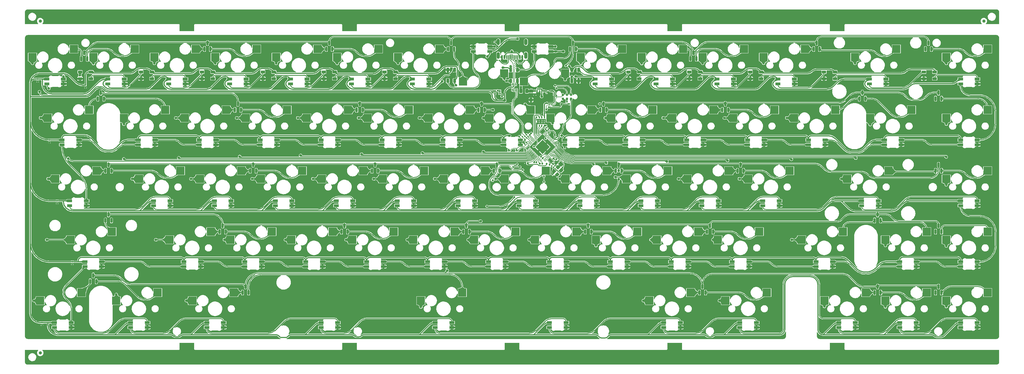
<source format=gbl>
G04 #@! TF.GenerationSoftware,KiCad,Pcbnew,7.0.0-da2b9df05c~165~ubuntu22.04.1*
G04 #@! TF.CreationDate,2023-04-25T17:32:56+00:00*
G04 #@! TF.ProjectId,pcb-rails,7063622d-7261-4696-9c73-2e6b69636164,1.0*
G04 #@! TF.SameCoordinates,Original*
G04 #@! TF.FileFunction,Copper,L2,Bot*
G04 #@! TF.FilePolarity,Positive*
%FSLAX46Y46*%
G04 Gerber Fmt 4.6, Leading zero omitted, Abs format (unit mm)*
G04 Created by KiCad (PCBNEW 7.0.0-da2b9df05c~165~ubuntu22.04.1) date 2023-04-25 17:32:56*
%MOMM*%
%LPD*%
G01*
G04 APERTURE LIST*
G04 Aperture macros list*
%AMRoundRect*
0 Rectangle with rounded corners*
0 $1 Rounding radius*
0 $2 $3 $4 $5 $6 $7 $8 $9 X,Y pos of 4 corners*
0 Add a 4 corners polygon primitive as box body*
4,1,4,$2,$3,$4,$5,$6,$7,$8,$9,$2,$3,0*
0 Add four circle primitives for the rounded corners*
1,1,$1+$1,$2,$3*
1,1,$1+$1,$4,$5*
1,1,$1+$1,$6,$7*
1,1,$1+$1,$8,$9*
0 Add four rect primitives between the rounded corners*
20,1,$1+$1,$2,$3,$4,$5,0*
20,1,$1+$1,$4,$5,$6,$7,0*
20,1,$1+$1,$6,$7,$8,$9,0*
20,1,$1+$1,$8,$9,$2,$3,0*%
%AMRotRect*
0 Rectangle, with rotation*
0 The origin of the aperture is its center*
0 $1 length*
0 $2 width*
0 $3 Rotation angle, in degrees counterclockwise*
0 Add horizontal line*
21,1,$1,$2,0,0,$3*%
%AMFreePoly0*
4,1,6,0.250000,-0.065000,0.250000,-0.095000,-0.175000,-0.095000,-0.175000,0.185000,0.005000,0.185000,0.250000,-0.065000,0.250000,-0.065000,$1*%
%AMFreePoly1*
4,1,6,0.250000,0.065000,0.005000,-0.185000,-0.175000,-0.185000,-0.175000,0.095000,0.250000,0.095000,0.250000,0.065000,0.250000,0.065000,$1*%
%AMFreePoly2*
4,1,6,0.175000,-0.185000,-0.005000,-0.185000,-0.250000,0.065000,-0.250000,0.095000,0.175000,0.095000,0.175000,-0.185000,0.175000,-0.185000,$1*%
%AMFreePoly3*
4,1,6,0.175000,-0.095000,-0.250000,-0.095000,-0.250000,-0.065000,-0.005000,0.185000,0.175000,0.185000,0.175000,-0.095000,0.175000,-0.095000,$1*%
G04 Aperture macros list end*
G04 #@! TA.AperFunction,SMDPad,CuDef*
%ADD10RoundRect,0.082000X-0.718000X0.328000X-0.718000X-0.328000X0.718000X-0.328000X0.718000X0.328000X0*%
G04 #@! TD*
G04 #@! TA.AperFunction,SMDPad,CuDef*
%ADD11R,2.550000X2.500000*%
G04 #@! TD*
G04 #@! TA.AperFunction,SMDPad,CuDef*
%ADD12RoundRect,0.082000X0.718000X-0.328000X0.718000X0.328000X-0.718000X0.328000X-0.718000X-0.328000X0*%
G04 #@! TD*
G04 #@! TA.AperFunction,SMDPad,CuDef*
%ADD13RoundRect,0.100000X0.130000X0.100000X-0.130000X0.100000X-0.130000X-0.100000X0.130000X-0.100000X0*%
G04 #@! TD*
G04 #@! TA.AperFunction,SMDPad,CuDef*
%ADD14RoundRect,0.150000X0.150000X-0.587500X0.150000X0.587500X-0.150000X0.587500X-0.150000X-0.587500X0*%
G04 #@! TD*
G04 #@! TA.AperFunction,SMDPad,CuDef*
%ADD15RoundRect,0.090000X0.560000X-0.360000X0.560000X0.360000X-0.560000X0.360000X-0.560000X-0.360000X0*%
G04 #@! TD*
G04 #@! TA.AperFunction,SMDPad,CuDef*
%ADD16FreePoly0,180.000000*%
G04 #@! TD*
G04 #@! TA.AperFunction,SMDPad,CuDef*
%ADD17FreePoly1,180.000000*%
G04 #@! TD*
G04 #@! TA.AperFunction,SMDPad,CuDef*
%ADD18FreePoly2,180.000000*%
G04 #@! TD*
G04 #@! TA.AperFunction,SMDPad,CuDef*
%ADD19FreePoly3,180.000000*%
G04 #@! TD*
G04 #@! TA.AperFunction,SMDPad,CuDef*
%ADD20RotRect,0.480000X0.480000X225.000000*%
G04 #@! TD*
G04 #@! TA.AperFunction,SMDPad,CuDef*
%ADD21RotRect,1.150000X1.000000X45.000000*%
G04 #@! TD*
G04 #@! TA.AperFunction,SMDPad,CuDef*
%ADD22RoundRect,0.100000X-0.021213X-0.162635X0.162635X0.021213X0.021213X0.162635X-0.162635X-0.021213X0*%
G04 #@! TD*
G04 #@! TA.AperFunction,SMDPad,CuDef*
%ADD23RoundRect,0.100000X-0.100000X0.130000X-0.100000X-0.130000X0.100000X-0.130000X0.100000X0.130000X0*%
G04 #@! TD*
G04 #@! TA.AperFunction,SMDPad,CuDef*
%ADD24R,0.375000X0.500000*%
G04 #@! TD*
G04 #@! TA.AperFunction,SMDPad,CuDef*
%ADD25R,0.300000X0.650000*%
G04 #@! TD*
G04 #@! TA.AperFunction,SMDPad,CuDef*
%ADD26RoundRect,0.100000X-0.162635X0.021213X0.021213X-0.162635X0.162635X-0.021213X-0.021213X0.162635X0*%
G04 #@! TD*
G04 #@! TA.AperFunction,SMDPad,CuDef*
%ADD27C,1.000000*%
G04 #@! TD*
G04 #@! TA.AperFunction,SMDPad,CuDef*
%ADD28RoundRect,0.100000X0.100000X-0.130000X0.100000X0.130000X-0.100000X0.130000X-0.100000X-0.130000X0*%
G04 #@! TD*
G04 #@! TA.AperFunction,SMDPad,CuDef*
%ADD29C,0.787000*%
G04 #@! TD*
G04 #@! TA.AperFunction,SMDPad,CuDef*
%ADD30R,0.400000X0.800000*%
G04 #@! TD*
G04 #@! TA.AperFunction,SMDPad,CuDef*
%ADD31R,0.800000X0.350000*%
G04 #@! TD*
G04 #@! TA.AperFunction,SMDPad,CuDef*
%ADD32R,0.600000X1.150000*%
G04 #@! TD*
G04 #@! TA.AperFunction,SMDPad,CuDef*
%ADD33R,0.300000X1.150000*%
G04 #@! TD*
G04 #@! TA.AperFunction,ComponentPad*
%ADD34O,1.000000X2.000000*%
G04 #@! TD*
G04 #@! TA.AperFunction,ComponentPad*
%ADD35O,1.050000X2.100000*%
G04 #@! TD*
G04 #@! TA.AperFunction,SMDPad,CuDef*
%ADD36RoundRect,0.100000X0.162635X-0.021213X-0.021213X0.162635X-0.162635X0.021213X0.021213X-0.162635X0*%
G04 #@! TD*
G04 #@! TA.AperFunction,SMDPad,CuDef*
%ADD37RoundRect,0.050000X0.238649X0.309359X-0.309359X-0.238649X-0.238649X-0.309359X0.309359X0.238649X0*%
G04 #@! TD*
G04 #@! TA.AperFunction,SMDPad,CuDef*
%ADD38RoundRect,0.050000X-0.238649X0.309359X-0.309359X0.238649X0.238649X-0.309359X0.309359X-0.238649X0*%
G04 #@! TD*
G04 #@! TA.AperFunction,SMDPad,CuDef*
%ADD39RotRect,3.200000X3.200000X225.000000*%
G04 #@! TD*
G04 #@! TA.AperFunction,SMDPad,CuDef*
%ADD40RoundRect,0.100000X-0.130000X-0.100000X0.130000X-0.100000X0.130000X0.100000X-0.130000X0.100000X0*%
G04 #@! TD*
G04 #@! TA.AperFunction,SMDPad,CuDef*
%ADD41RoundRect,0.090000X0.360000X0.560000X-0.360000X0.560000X-0.360000X-0.560000X0.360000X-0.560000X0*%
G04 #@! TD*
G04 #@! TA.AperFunction,SMDPad,CuDef*
%ADD42RoundRect,0.140000X-0.170000X0.140000X-0.170000X-0.140000X0.170000X-0.140000X0.170000X0.140000X0*%
G04 #@! TD*
G04 #@! TA.AperFunction,SMDPad,CuDef*
%ADD43RoundRect,0.100000X0.021213X0.162635X-0.162635X-0.021213X-0.021213X-0.162635X0.162635X0.021213X0*%
G04 #@! TD*
G04 #@! TA.AperFunction,SMDPad,CuDef*
%ADD44R,0.700000X0.340000*%
G04 #@! TD*
G04 #@! TA.AperFunction,SMDPad,CuDef*
%ADD45RoundRect,0.090000X-0.360000X-0.560000X0.360000X-0.560000X0.360000X0.560000X-0.360000X0.560000X0*%
G04 #@! TD*
G04 #@! TA.AperFunction,SMDPad,CuDef*
%ADD46RoundRect,0.250000X0.300000X-0.300000X0.300000X0.300000X-0.300000X0.300000X-0.300000X-0.300000X0*%
G04 #@! TD*
G04 #@! TA.AperFunction,SMDPad,CuDef*
%ADD47RoundRect,0.243750X-0.243750X-0.456250X0.243750X-0.456250X0.243750X0.456250X-0.243750X0.456250X0*%
G04 #@! TD*
G04 #@! TA.AperFunction,ViaPad*
%ADD48C,0.600000*%
G04 #@! TD*
G04 #@! TA.AperFunction,ViaPad*
%ADD49C,0.800000*%
G04 #@! TD*
G04 #@! TA.AperFunction,Conductor*
%ADD50C,0.128000*%
G04 #@! TD*
G04 #@! TA.AperFunction,Conductor*
%ADD51C,0.350000*%
G04 #@! TD*
G04 #@! TA.AperFunction,Conductor*
%ADD52C,0.250000*%
G04 #@! TD*
G04 #@! TA.AperFunction,Conductor*
%ADD53C,0.200000*%
G04 #@! TD*
G04 APERTURE END LIST*
D10*
G04 #@! TO.P,D16,1,VDD*
G04 #@! TO.N,Board_0-VCC*
X26099500Y89520001D03*
G04 #@! TO.P,D16,2,DOUT*
G04 #@! TO.N,Board_0-Net-(D16-DOUT)*
X26099500Y88020001D03*
G04 #@! TO.P,D16,3,VSS*
G04 #@! TO.N,Board_0-GND*
X31299500Y88020001D03*
G04 #@! TO.P,D16,4,DIN*
G04 #@! TO.N,Board_0-Net-(D1-DOUT)*
X31299500Y89520001D03*
G04 #@! TD*
D11*
G04 #@! TO.P,MX18,1,COL*
G04 #@! TO.N,Board_0-C2*
X50189499Y77339999D03*
G04 #@! TO.P,MX18,2,ROW*
G04 #@! TO.N,Board_0-Net-(D93-A2)*
X63116499Y79879999D03*
G04 #@! TD*
G04 #@! TO.P,MX6,1,COL*
G04 #@! TO.N,Board_0-C5*
X97814499Y96389999D03*
G04 #@! TO.P,MX6,2,ROW*
G04 #@! TO.N,Board_0-Net-(D86-A1)*
X110741499Y98929999D03*
G04 #@! TD*
G04 #@! TO.P,MX67,1,COL*
G04 #@! TO.N,Board_0-C14*
X288314499Y20189999D03*
G04 #@! TO.P,MX67,2,ROW*
G04 #@! TO.N,Board_0-Net-(D119-A1)*
X301241499Y22729999D03*
G04 #@! TD*
D10*
G04 #@! TO.P,D65,1,VDD*
G04 #@! TO.N,Board_0-VCC*
X145162000Y32370001D03*
G04 #@! TO.P,D65,2,DOUT*
G04 #@! TO.N,Board_0-Net-(D64-DIN)*
X145162000Y30870001D03*
G04 #@! TO.P,D65,3,VSS*
G04 #@! TO.N,Board_0-GND*
X150362000Y30870001D03*
G04 #@! TO.P,D65,4,DIN*
G04 #@! TO.N,Board_0-Net-(D65-DIN)*
X150362000Y32370001D03*
G04 #@! TD*
G04 #@! TO.P,D81,1,VDD*
G04 #@! TO.N,Board_0-VCC*
X254699500Y13320001D03*
G04 #@! TO.P,D81,2,DOUT*
G04 #@! TO.N,Board_0-Net-(D81-DOUT)*
X254699500Y11820001D03*
G04 #@! TO.P,D81,3,VSS*
G04 #@! TO.N,Board_0-GND*
X259899500Y11820001D03*
G04 #@! TO.P,D81,4,DIN*
G04 #@! TO.N,Board_0-Net-(D80-DOUT)*
X259899500Y13320001D03*
G04 #@! TD*
G04 #@! TO.P,D72,1,VDD*
G04 #@! TO.N,Board_0-VCC*
X292799500Y32370001D03*
G04 #@! TO.P,D72,2,DOUT*
G04 #@! TO.N,Board_0-Net-(D71-DIN)*
X292799500Y30870001D03*
G04 #@! TO.P,D72,3,VSS*
G04 #@! TO.N,Board_0-GND*
X297999500Y30870001D03*
G04 #@! TO.P,D72,4,DIN*
G04 #@! TO.N,Board_0-Net-(D58-DOUT)*
X297999500Y32370001D03*
G04 #@! TD*
D11*
G04 #@! TO.P,MX59,1,COL*
G04 #@! TO.N,Board_0-C0*
X4945749Y20189999D03*
G04 #@! TO.P,MX59,2,ROW*
G04 #@! TO.N,Board_0-Net-(D115-A2)*
X17872749Y22729999D03*
G04 #@! TD*
G04 #@! TO.P,MX36,1,COL*
G04 #@! TO.N,Board_0-C5*
X112101999Y58289999D03*
G04 #@! TO.P,MX36,2,ROW*
G04 #@! TO.N,Board_0-Net-(D102-A1)*
X125028999Y60829999D03*
G04 #@! TD*
G04 #@! TO.P,MX2,1,COL*
G04 #@! TO.N,Board_0-C1*
X21614499Y96389999D03*
G04 #@! TO.P,MX2,2,ROW*
G04 #@! TO.N,Board_0-Net-(D84-A1)*
X34541499Y98929999D03*
G04 #@! TD*
D10*
G04 #@! TO.P,D25,1,VDD*
G04 #@! TO.N,Board_0-VCC*
X197549500Y89520001D03*
G04 #@! TO.P,D25,2,DOUT*
G04 #@! TO.N,Board_0-Net-(D11-DIN)*
X197549500Y88020001D03*
G04 #@! TO.P,D25,3,VSS*
G04 #@! TO.N,Board_0-GND*
X202749500Y88020001D03*
G04 #@! TO.P,D25,4,DIN*
G04 #@! TO.N,Board_0-Net-(D10-DOUT)*
X202749500Y89520001D03*
G04 #@! TD*
G04 #@! TO.P,D17,1,VDD*
G04 #@! TO.N,Board_0-VCC*
X45149500Y89520001D03*
G04 #@! TO.P,D17,2,DOUT*
G04 #@! TO.N,Board_0-Net-(D17-DOUT)*
X45149500Y88020001D03*
G04 #@! TO.P,D17,3,VSS*
G04 #@! TO.N,Board_0-GND*
X50349500Y88020001D03*
G04 #@! TO.P,D17,4,DIN*
G04 #@! TO.N,Board_0-Net-(D17-DIN)*
X50349500Y89520001D03*
G04 #@! TD*
G04 #@! TO.P,D78,1,VDD*
G04 #@! TO.N,Board_0-VCC*
X164212000Y13320001D03*
G04 #@! TO.P,D78,2,DOUT*
G04 #@! TO.N,Board_0-Net-(D78-DOUT)*
X164212000Y11820001D03*
G04 #@! TO.P,D78,3,VSS*
G04 #@! TO.N,Board_0-GND*
X169412000Y11820001D03*
G04 #@! TO.P,D78,4,DIN*
G04 #@! TO.N,Board_0-Net-(D77-DOUT)*
X169412000Y13320001D03*
G04 #@! TD*
G04 #@! TO.P,D71,1,VDD*
G04 #@! TO.N,Board_0-VCC*
X273749500Y32370001D03*
G04 #@! TO.P,D71,2,DOUT*
G04 #@! TO.N,Board_0-Net-(D70-DIN)*
X273749500Y30870001D03*
G04 #@! TO.P,D71,3,VSS*
G04 #@! TO.N,Board_0-GND*
X278949500Y30870001D03*
G04 #@! TO.P,D71,4,DIN*
G04 #@! TO.N,Board_0-Net-(D71-DIN)*
X278949500Y32370001D03*
G04 #@! TD*
D11*
G04 #@! TO.P,MX60,1,COL*
G04 #@! TO.N,Board_0-C1*
X28758249Y20189999D03*
G04 #@! TO.P,MX60,2,ROW*
G04 #@! TO.N,Board_0-Net-(D115-A1)*
X41685249Y22729999D03*
G04 #@! TD*
G04 #@! TO.P,MX58,1,COL*
G04 #@! TO.N,Board_0-C14*
X288314499Y39239999D03*
G04 #@! TO.P,MX58,2,ROW*
G04 #@! TO.N,Board_0-Net-(D114-A1)*
X301241499Y41779999D03*
G04 #@! TD*
D10*
G04 #@! TO.P,D29,1,VDD*
G04 #@! TO.N,Board_0-VCC*
X292799500Y89520001D03*
G04 #@! TO.P,D29,2,DOUT*
G04 #@! TO.N,Board_0-Net-(D29-DOUT)*
X292799500Y88020001D03*
G04 #@! TO.P,D29,3,VSS*
G04 #@! TO.N,Board_0-GND*
X297999500Y88020001D03*
G04 #@! TO.P,D29,4,DIN*
G04 #@! TO.N,Board_0-Net-(D14-DOUT)*
X297999500Y89520001D03*
G04 #@! TD*
G04 #@! TO.P,D48,1,VDD*
G04 #@! TO.N,Board_0-VCC*
X78487000Y51420001D03*
G04 #@! TO.P,D48,2,DOUT*
G04 #@! TO.N,Board_0-Net-(D48-DOUT)*
X78487000Y49920001D03*
G04 #@! TO.P,D48,3,VSS*
G04 #@! TO.N,Board_0-GND*
X83687000Y49920001D03*
G04 #@! TO.P,D48,4,DIN*
G04 #@! TO.N,Board_0-Net-(D47-DOUT)*
X83687000Y51420001D03*
G04 #@! TD*
D11*
G04 #@! TO.P,MX20,1,COL*
G04 #@! TO.N,Board_0-C4*
X88289499Y77339999D03*
G04 #@! TO.P,MX20,2,ROW*
G04 #@! TO.N,Board_0-Net-(D94-A2)*
X101216499Y79879999D03*
G04 #@! TD*
G04 #@! TO.P,MX40,1,COL*
G04 #@! TO.N,Board_0-C9*
X188301999Y58289999D03*
G04 #@! TO.P,MX40,2,ROW*
G04 #@! TO.N,Board_0-Net-(D104-A1)*
X201228999Y60829999D03*
G04 #@! TD*
D10*
G04 #@! TO.P,D73,1,VDD*
G04 #@! TO.N,Board_0-VCC*
X9430750Y13320001D03*
G04 #@! TO.P,D73,2,DOUT*
G04 #@! TO.N,Board_0-Net-(D73-DOUT)*
X9430750Y11820001D03*
G04 #@! TO.P,D73,3,VSS*
G04 #@! TO.N,Board_0-GND*
X14630750Y11820001D03*
G04 #@! TO.P,D73,4,DIN*
G04 #@! TO.N,Board_0-Net-(D59-DOUT)*
X14630750Y13320001D03*
G04 #@! TD*
G04 #@! TO.P,D67,1,VDD*
G04 #@! TO.N,Board_0-VCC*
X183262000Y32370001D03*
G04 #@! TO.P,D67,2,DOUT*
G04 #@! TO.N,Board_0-Net-(D66-DIN)*
X183262000Y30870001D03*
G04 #@! TO.P,D67,3,VSS*
G04 #@! TO.N,Board_0-GND*
X188462000Y30870001D03*
G04 #@! TO.P,D67,4,DIN*
G04 #@! TO.N,Board_0-Net-(D67-DIN)*
X188462000Y32370001D03*
G04 #@! TD*
D11*
G04 #@! TO.P,MX28,1,COL*
G04 #@! TO.N,Board_0-C12*
X240689499Y77339999D03*
G04 #@! TO.P,MX28,2,ROW*
G04 #@! TO.N,Board_0-Net-(D98-A2)*
X253616499Y79879999D03*
G04 #@! TD*
D10*
G04 #@! TO.P,D37,1,VDD*
G04 #@! TO.N,Board_0-VCC*
X149924500Y70470001D03*
G04 #@! TO.P,D37,2,DOUT*
G04 #@! TO.N,Board_0-Net-(D36-DIN)*
X149924500Y68970001D03*
G04 #@! TO.P,D37,3,VSS*
G04 #@! TO.N,Board_0-GND*
X155124500Y68970001D03*
G04 #@! TO.P,D37,4,DIN*
G04 #@! TO.N,Board_0-Net-(D37-DIN)*
X155124500Y70470001D03*
G04 #@! TD*
D11*
G04 #@! TO.P,MX52,1,COL*
G04 #@! TO.N,Board_0-C8*
X159726999Y39239999D03*
G04 #@! TO.P,MX52,2,ROW*
G04 #@! TO.N,Board_0-Net-(D111-A2)*
X172653999Y41779999D03*
G04 #@! TD*
D10*
G04 #@! TO.P,D28,1,VDD*
G04 #@! TO.N,Board_0-VCC*
X264224500Y89520001D03*
G04 #@! TO.P,D28,2,DOUT*
G04 #@! TO.N,Board_0-Net-(D14-DIN)*
X264224500Y88020001D03*
G04 #@! TO.P,D28,3,VSS*
G04 #@! TO.N,Board_0-GND*
X269424500Y88020001D03*
G04 #@! TO.P,D28,4,DIN*
G04 #@! TO.N,Board_0-Net-(D13-DOUT)*
X269424500Y89520001D03*
G04 #@! TD*
D11*
G04 #@! TO.P,MX8,1,COL*
G04 #@! TO.N,Board_0-C7*
X150084499Y91309999D03*
G04 #@! TO.P,MX8,2,ROW*
G04 #@! TO.N,Board_0-Net-(D87-A1)*
X137157499Y88769999D03*
G04 #@! TD*
G04 #@! TO.P,MX12,1,COL*
G04 #@! TO.N,Board_0-C11*
X212114499Y96389999D03*
G04 #@! TO.P,MX12,2,ROW*
G04 #@! TO.N,Board_0-Net-(D89-A1)*
X225041499Y98929999D03*
G04 #@! TD*
G04 #@! TO.P,MX46,1,COL*
G04 #@! TO.N,Board_0-C2*
X45426999Y39239999D03*
G04 #@! TO.P,MX46,2,ROW*
G04 #@! TO.N,Board_0-Net-(D108-A2)*
X58353999Y41779999D03*
G04 #@! TD*
G04 #@! TO.P,MX38,1,COL*
G04 #@! TO.N,Board_0-C7*
X150201999Y58289999D03*
G04 #@! TO.P,MX38,2,ROW*
G04 #@! TO.N,Board_0-Net-(D103-A1)*
X163128999Y60829999D03*
G04 #@! TD*
D10*
G04 #@! TO.P,D51,1,VDD*
G04 #@! TO.N,Board_0-VCC*
X135637000Y51420001D03*
G04 #@! TO.P,D51,2,DOUT*
G04 #@! TO.N,Board_0-Net-(D51-DOUT)*
X135637000Y49920001D03*
G04 #@! TO.P,D51,3,VSS*
G04 #@! TO.N,Board_0-GND*
X140837000Y49920001D03*
G04 #@! TO.P,D51,4,DIN*
G04 #@! TO.N,Board_0-Net-(D50-DOUT)*
X140837000Y51420001D03*
G04 #@! TD*
G04 #@! TO.P,D38,1,VDD*
G04 #@! TO.N,Board_0-VCC*
X168974500Y70470001D03*
G04 #@! TO.P,D38,2,DOUT*
G04 #@! TO.N,Board_0-Net-(D37-DIN)*
X168974500Y68970001D03*
G04 #@! TO.P,D38,3,VSS*
G04 #@! TO.N,Board_0-GND*
X174174500Y68970001D03*
G04 #@! TO.P,D38,4,DIN*
G04 #@! TO.N,Board_0-Net-(D38-DIN)*
X174174500Y70470001D03*
G04 #@! TD*
D11*
G04 #@! TO.P,MX29,1,COL*
G04 #@! TO.N,Board_0-C13*
X264501999Y77339999D03*
G04 #@! TO.P,MX29,2,ROW*
G04 #@! TO.N,Board_0-Net-(D98-A1)*
X277428999Y79879999D03*
G04 #@! TD*
D10*
G04 #@! TO.P,D55,1,VDD*
G04 #@! TO.N,Board_0-VCC*
X211837000Y51420001D03*
G04 #@! TO.P,D55,2,DOUT*
G04 #@! TO.N,Board_0-Net-(D55-DOUT)*
X211837000Y49920001D03*
G04 #@! TO.P,D55,3,VSS*
G04 #@! TO.N,Board_0-GND*
X217037000Y49920001D03*
G04 #@! TO.P,D55,4,DIN*
G04 #@! TO.N,Board_0-Net-(D54-DOUT)*
X217037000Y51420001D03*
G04 #@! TD*
G04 #@! TO.P,D76,1,VDD*
G04 #@! TO.N,Board_0-VCC*
X92774500Y13320001D03*
G04 #@! TO.P,D76,2,DOUT*
G04 #@! TO.N,Board_0-Net-(D76-DOUT)*
X92774500Y11820001D03*
G04 #@! TO.P,D76,3,VSS*
G04 #@! TO.N,Board_0-GND*
X97974500Y11820001D03*
G04 #@! TO.P,D76,4,DIN*
G04 #@! TO.N,Board_0-Net-(D75-DOUT)*
X97974500Y13320001D03*
G04 #@! TD*
D11*
G04 #@! TO.P,MX33,1,COL*
G04 #@! TO.N,Board_0-C2*
X54951999Y58289999D03*
G04 #@! TO.P,MX33,2,ROW*
G04 #@! TO.N,Board_0-Net-(D101-A2)*
X67878999Y60829999D03*
G04 #@! TD*
D10*
G04 #@! TO.P,D15,1,VDD*
G04 #@! TO.N,Board_0-VCC*
X7049500Y89520001D03*
G04 #@! TO.P,D15,2,DOUT*
G04 #@! TO.N,Board_0-Net-(D1-DIN)*
X7049500Y88020001D03*
G04 #@! TO.P,D15,3,VSS*
G04 #@! TO.N,Board_0-GND*
X12249500Y88020001D03*
G04 #@! TO.P,D15,4,DIN*
G04 #@! TO.N,Board_0-/RGB_5V*
X12249500Y89520001D03*
G04 #@! TD*
D11*
G04 #@! TO.P,MX43,1,COL*
G04 #@! TO.N,Board_0-C13*
X257358249Y58289999D03*
G04 #@! TO.P,MX43,2,ROW*
G04 #@! TO.N,Board_0-Net-(D106-A2)*
X270285249Y60829999D03*
G04 #@! TD*
D10*
G04 #@! TO.P,D74,1,VDD*
G04 #@! TO.N,Board_0-VCC*
X33243250Y13320001D03*
G04 #@! TO.P,D74,2,DOUT*
G04 #@! TO.N,Board_0-Net-(D74-DOUT)*
X33243250Y11820001D03*
G04 #@! TO.P,D74,3,VSS*
G04 #@! TO.N,Board_0-GND*
X38443250Y11820001D03*
G04 #@! TO.P,D74,4,DIN*
G04 #@! TO.N,Board_0-Net-(D73-DOUT)*
X38443250Y13320001D03*
G04 #@! TD*
G04 #@! TO.P,D27,1,VDD*
G04 #@! TO.N,Board_0-VCC*
X235649500Y89520001D03*
G04 #@! TO.P,D27,2,DOUT*
G04 #@! TO.N,Board_0-Net-(D13-DIN)*
X235649500Y88020001D03*
G04 #@! TO.P,D27,3,VSS*
G04 #@! TO.N,Board_0-GND*
X240849500Y88020001D03*
G04 #@! TO.P,D27,4,DIN*
G04 #@! TO.N,Board_0-Net-(D12-DOUT)*
X240849500Y89520001D03*
G04 #@! TD*
D11*
G04 #@! TO.P,MX34,1,COL*
G04 #@! TO.N,Board_0-C3*
X74001999Y58289999D03*
G04 #@! TO.P,MX34,2,ROW*
G04 #@! TO.N,Board_0-Net-(D101-A1)*
X86928999Y60829999D03*
G04 #@! TD*
G04 #@! TO.P,MX9,1,COL*
G04 #@! TO.N,Board_0-C8*
X169134499Y91309999D03*
G04 #@! TO.P,MX9,2,ROW*
G04 #@! TO.N,Board_0-Net-(D88-A2)*
X156207499Y88769999D03*
G04 #@! TD*
D10*
G04 #@! TO.P,D58,1,VDD*
G04 #@! TO.N,Board_0-VCC*
X292799500Y51420001D03*
G04 #@! TO.P,D58,2,DOUT*
G04 #@! TO.N,Board_0-Net-(D58-DOUT)*
X292799500Y49920001D03*
G04 #@! TO.P,D58,3,VSS*
G04 #@! TO.N,Board_0-GND*
X297999500Y49920001D03*
G04 #@! TO.P,D58,4,DIN*
G04 #@! TO.N,Board_0-Net-(D57-DOUT)*
X297999500Y51420001D03*
G04 #@! TD*
D11*
G04 #@! TO.P,MX64,1,COL*
G04 #@! TO.N,Board_0-C11*
X219258249Y20189999D03*
G04 #@! TO.P,MX64,2,ROW*
G04 #@! TO.N,Board_0-Net-(D117-A1)*
X232185249Y22729999D03*
G04 #@! TD*
G04 #@! TO.P,MX62,1,COL*
G04 #@! TO.N,Board_0-C7*
X124008249Y20189999D03*
G04 #@! TO.P,MX62,2,ROW*
G04 #@! TO.N,Board_0-Net-(D116-A1)*
X136935249Y22729999D03*
G04 #@! TD*
G04 #@! TO.P,MX1,1,COL*
G04 #@! TO.N,Board_0-C0*
X2564499Y96389999D03*
G04 #@! TO.P,MX1,2,ROW*
G04 #@! TO.N,Board_0-Net-(D84-A2)*
X15491499Y98929999D03*
G04 #@! TD*
D10*
G04 #@! TO.P,D54,1,VDD*
G04 #@! TO.N,Board_0-VCC*
X192787000Y51420001D03*
G04 #@! TO.P,D54,2,DOUT*
G04 #@! TO.N,Board_0-Net-(D54-DOUT)*
X192787000Y49920001D03*
G04 #@! TO.P,D54,3,VSS*
G04 #@! TO.N,Board_0-GND*
X197987000Y49920001D03*
G04 #@! TO.P,D54,4,DIN*
G04 #@! TO.N,Board_0-Net-(D53-DOUT)*
X197987000Y51420001D03*
G04 #@! TD*
D12*
G04 #@! TO.P,D22,1,VDD*
G04 #@! TO.N,Board_0-VCC*
X145599500Y98179999D03*
G04 #@! TO.P,D22,2,DOUT*
G04 #@! TO.N,Board_0-Net-(D22-DOUT)*
X145599500Y99679999D03*
G04 #@! TO.P,D22,3,VSS*
G04 #@! TO.N,Board_0-GND*
X140399500Y99679999D03*
G04 #@! TO.P,D22,4,DIN*
G04 #@! TO.N,Board_0-Net-(D22-DIN)*
X140399500Y98179999D03*
G04 #@! TD*
D11*
G04 #@! TO.P,MX54,1,COL*
G04 #@! TO.N,Board_0-C10*
X197826999Y39239999D03*
G04 #@! TO.P,MX54,2,ROW*
G04 #@! TO.N,Board_0-Net-(D112-A2)*
X210753999Y41779999D03*
G04 #@! TD*
G04 #@! TO.P,MX48,1,COL*
G04 #@! TO.N,Board_0-C4*
X83526999Y39239999D03*
G04 #@! TO.P,MX48,2,ROW*
G04 #@! TO.N,Board_0-Net-(D109-A2)*
X96453999Y41779999D03*
G04 #@! TD*
D10*
G04 #@! TO.P,D52,1,VDD*
G04 #@! TO.N,Board_0-VCC*
X154687000Y51420001D03*
G04 #@! TO.P,D52,2,DOUT*
G04 #@! TO.N,Board_0-Net-(D52-DOUT)*
X154687000Y49920001D03*
G04 #@! TO.P,D52,3,VSS*
G04 #@! TO.N,Board_0-GND*
X159887000Y49920001D03*
G04 #@! TO.P,D52,4,DIN*
G04 #@! TO.N,Board_0-Net-(D51-DOUT)*
X159887000Y51420001D03*
G04 #@! TD*
D11*
G04 #@! TO.P,MX35,1,COL*
G04 #@! TO.N,Board_0-C4*
X93051999Y58289999D03*
G04 #@! TO.P,MX35,2,ROW*
G04 #@! TO.N,Board_0-Net-(D102-A2)*
X105978999Y60829999D03*
G04 #@! TD*
D10*
G04 #@! TO.P,D40,1,VDD*
G04 #@! TO.N,Board_0-VCC*
X207074500Y70470001D03*
G04 #@! TO.P,D40,2,DOUT*
G04 #@! TO.N,Board_0-Net-(D39-DIN)*
X207074500Y68970001D03*
G04 #@! TO.P,D40,3,VSS*
G04 #@! TO.N,Board_0-GND*
X212274500Y68970001D03*
G04 #@! TO.P,D40,4,DIN*
G04 #@! TO.N,Board_0-Net-(D40-DIN)*
X212274500Y70470001D03*
G04 #@! TD*
G04 #@! TO.P,D49,1,VDD*
G04 #@! TO.N,Board_0-VCC*
X97537000Y51420001D03*
G04 #@! TO.P,D49,2,DOUT*
G04 #@! TO.N,Board_0-Net-(D49-DOUT)*
X97537000Y49920001D03*
G04 #@! TO.P,D49,3,VSS*
G04 #@! TO.N,Board_0-GND*
X102737000Y49920001D03*
G04 #@! TO.P,D49,4,DIN*
G04 #@! TO.N,Board_0-Net-(D48-DOUT)*
X102737000Y51420001D03*
G04 #@! TD*
D11*
G04 #@! TO.P,MX57,1,COL*
G04 #@! TO.N,Board_0-C13*
X269264499Y39239999D03*
G04 #@! TO.P,MX57,2,ROW*
G04 #@! TO.N,Board_0-Net-(D113-A1)*
X282191499Y41779999D03*
G04 #@! TD*
D10*
G04 #@! TO.P,D33,1,VDD*
G04 #@! TO.N,Board_0-VCC*
X73724500Y70470001D03*
G04 #@! TO.P,D33,2,DOUT*
G04 #@! TO.N,Board_0-Net-(D32-DIN)*
X73724500Y68970001D03*
G04 #@! TO.P,D33,3,VSS*
G04 #@! TO.N,Board_0-GND*
X78924500Y68970001D03*
G04 #@! TO.P,D33,4,DIN*
G04 #@! TO.N,Board_0-Net-(D33-DIN)*
X78924500Y70470001D03*
G04 #@! TD*
G04 #@! TO.P,D66,1,VDD*
G04 #@! TO.N,Board_0-VCC*
X164212000Y32370001D03*
G04 #@! TO.P,D66,2,DOUT*
G04 #@! TO.N,Board_0-Net-(D65-DIN)*
X164212000Y30870001D03*
G04 #@! TO.P,D66,3,VSS*
G04 #@! TO.N,Board_0-GND*
X169412000Y30870001D03*
G04 #@! TO.P,D66,4,DIN*
G04 #@! TO.N,Board_0-Net-(D66-DIN)*
X169412000Y32370001D03*
G04 #@! TD*
G04 #@! TO.P,D64,1,VDD*
G04 #@! TO.N,Board_0-VCC*
X126112000Y32370001D03*
G04 #@! TO.P,D64,2,DOUT*
G04 #@! TO.N,Board_0-Net-(D63-DIN)*
X126112000Y30870001D03*
G04 #@! TO.P,D64,3,VSS*
G04 #@! TO.N,Board_0-GND*
X131312000Y30870001D03*
G04 #@! TO.P,D64,4,DIN*
G04 #@! TO.N,Board_0-Net-(D64-DIN)*
X131312000Y32370001D03*
G04 #@! TD*
D11*
G04 #@! TO.P,MX39,1,COL*
G04 #@! TO.N,Board_0-C8*
X169251999Y58289999D03*
G04 #@! TO.P,MX39,2,ROW*
G04 #@! TO.N,Board_0-Net-(D104-A2)*
X182178999Y60829999D03*
G04 #@! TD*
G04 #@! TO.P,MX21,1,COL*
G04 #@! TO.N,Board_0-C5*
X107339499Y77339999D03*
G04 #@! TO.P,MX21,2,ROW*
G04 #@! TO.N,Board_0-Net-(D94-A1)*
X120266499Y79879999D03*
G04 #@! TD*
G04 #@! TO.P,MX23,1,COL*
G04 #@! TO.N,Board_0-C7*
X145439499Y77339999D03*
G04 #@! TO.P,MX23,2,ROW*
G04 #@! TO.N,Board_0-Net-(D95-A1)*
X158366499Y79879999D03*
G04 #@! TD*
D10*
G04 #@! TO.P,D69,1,VDD*
G04 #@! TO.N,Board_0-VCC*
X221362000Y32370001D03*
G04 #@! TO.P,D69,2,DOUT*
G04 #@! TO.N,Board_0-Net-(D68-DIN)*
X221362000Y30870001D03*
G04 #@! TO.P,D69,3,VSS*
G04 #@! TO.N,Board_0-GND*
X226562000Y30870001D03*
G04 #@! TO.P,D69,4,DIN*
G04 #@! TO.N,Board_0-Net-(D69-DIN)*
X226562000Y32370001D03*
G04 #@! TD*
D11*
G04 #@! TO.P,MX19,1,COL*
G04 #@! TO.N,Board_0-C3*
X69239499Y77339999D03*
G04 #@! TO.P,MX19,2,ROW*
G04 #@! TO.N,Board_0-Net-(D93-A1)*
X82166499Y79879999D03*
G04 #@! TD*
D10*
G04 #@! TO.P,D19,1,VDD*
G04 #@! TO.N,Board_0-VCC*
X83249500Y89520001D03*
G04 #@! TO.P,D19,2,DOUT*
G04 #@! TO.N,Board_0-Net-(D19-DOUT)*
X83249500Y88020001D03*
G04 #@! TO.P,D19,3,VSS*
G04 #@! TO.N,Board_0-GND*
X88449500Y88020001D03*
G04 #@! TO.P,D19,4,DIN*
G04 #@! TO.N,Board_0-Net-(D19-DIN)*
X88449500Y89520001D03*
G04 #@! TD*
G04 #@! TO.P,D39,1,VDD*
G04 #@! TO.N,Board_0-VCC*
X188024500Y70470001D03*
G04 #@! TO.P,D39,2,DOUT*
G04 #@! TO.N,Board_0-Net-(D38-DIN)*
X188024500Y68970001D03*
G04 #@! TO.P,D39,3,VSS*
G04 #@! TO.N,Board_0-GND*
X193224500Y68970001D03*
G04 #@! TO.P,D39,4,DIN*
G04 #@! TO.N,Board_0-Net-(D39-DIN)*
X193224500Y70470001D03*
G04 #@! TD*
G04 #@! TO.P,D77,1,VDD*
G04 #@! TO.N,Board_0-VCC*
X128493250Y13320001D03*
G04 #@! TO.P,D77,2,DOUT*
G04 #@! TO.N,Board_0-Net-(D77-DOUT)*
X128493250Y11820001D03*
G04 #@! TO.P,D77,3,VSS*
G04 #@! TO.N,Board_0-GND*
X133693250Y11820001D03*
G04 #@! TO.P,D77,4,DIN*
G04 #@! TO.N,Board_0-Net-(D76-DOUT)*
X133693250Y13320001D03*
G04 #@! TD*
D12*
G04 #@! TO.P,D23,1,VDD*
G04 #@! TO.N,Board_0-VCC*
X164649500Y98179999D03*
G04 #@! TO.P,D23,2,DOUT*
G04 #@! TO.N,Board_0-Net-(D23-DOUT)*
X164649500Y99679999D03*
G04 #@! TO.P,D23,3,VSS*
G04 #@! TO.N,Board_0-GND*
X159449500Y99679999D03*
G04 #@! TO.P,D23,4,DIN*
G04 #@! TO.N,Board_0-Net-(D23-DIN)*
X159449500Y98179999D03*
G04 #@! TD*
D11*
G04 #@! TO.P,MX56,1,COL*
G04 #@! TO.N,Board_0-C12*
X243070749Y39239999D03*
G04 #@! TO.P,MX56,2,ROW*
G04 #@! TO.N,Board_0-Net-(D113-A2)*
X255997749Y41779999D03*
G04 #@! TD*
D10*
G04 #@! TO.P,D53,1,VDD*
G04 #@! TO.N,Board_0-VCC*
X173737000Y51420001D03*
G04 #@! TO.P,D53,2,DOUT*
G04 #@! TO.N,Board_0-Net-(D53-DOUT)*
X173737000Y49920001D03*
G04 #@! TO.P,D53,3,VSS*
G04 #@! TO.N,Board_0-GND*
X178937000Y49920001D03*
G04 #@! TO.P,D53,4,DIN*
G04 #@! TO.N,Board_0-Net-(D52-DOUT)*
X178937000Y51420001D03*
G04 #@! TD*
D11*
G04 #@! TO.P,MX44,1,COL*
G04 #@! TO.N,Board_0-C14*
X288314499Y58289999D03*
G04 #@! TO.P,MX44,2,ROW*
G04 #@! TO.N,Board_0-Net-(D106-A1)*
X301241499Y60829999D03*
G04 #@! TD*
D10*
G04 #@! TO.P,D75,1,VDD*
G04 #@! TO.N,Board_0-VCC*
X57055750Y13320001D03*
G04 #@! TO.P,D75,2,DOUT*
G04 #@! TO.N,Board_0-Net-(D75-DOUT)*
X57055750Y11820001D03*
G04 #@! TO.P,D75,3,VSS*
G04 #@! TO.N,Board_0-GND*
X62255750Y11820001D03*
G04 #@! TO.P,D75,4,DIN*
G04 #@! TO.N,Board_0-Net-(D74-DOUT)*
X62255750Y13320001D03*
G04 #@! TD*
G04 #@! TO.P,D60,1,VDD*
G04 #@! TO.N,Board_0-VCC*
X49912000Y32370001D03*
G04 #@! TO.P,D60,2,DOUT*
G04 #@! TO.N,Board_0-Net-(D59-DIN)*
X49912000Y30870001D03*
G04 #@! TO.P,D60,3,VSS*
G04 #@! TO.N,Board_0-GND*
X55112000Y30870001D03*
G04 #@! TO.P,D60,4,DIN*
G04 #@! TO.N,Board_0-Net-(D60-DIN)*
X55112000Y32370001D03*
G04 #@! TD*
D11*
G04 #@! TO.P,MX7,1,COL*
G04 #@! TO.N,Board_0-C6*
X116864499Y96389999D03*
G04 #@! TO.P,MX7,2,ROW*
G04 #@! TO.N,Board_0-Net-(D87-A2)*
X129791499Y98929999D03*
G04 #@! TD*
G04 #@! TO.P,MX17,1,COL*
G04 #@! TO.N,Board_0-C1*
X31139499Y77339999D03*
G04 #@! TO.P,MX17,2,ROW*
G04 #@! TO.N,Board_0-Net-(D92-A1)*
X44066499Y79879999D03*
G04 #@! TD*
D10*
G04 #@! TO.P,D18,1,VDD*
G04 #@! TO.N,Board_0-VCC*
X64199500Y89520001D03*
G04 #@! TO.P,D18,2,DOUT*
G04 #@! TO.N,Board_0-Net-(D18-DOUT)*
X64199500Y88020001D03*
G04 #@! TO.P,D18,3,VSS*
G04 #@! TO.N,Board_0-GND*
X69399500Y88020001D03*
G04 #@! TO.P,D18,4,DIN*
G04 #@! TO.N,Board_0-Net-(D18-DIN)*
X69399500Y89520001D03*
G04 #@! TD*
D11*
G04 #@! TO.P,MX63,1,COL*
G04 #@! TO.N,Board_0-C10*
X195445749Y20189999D03*
G04 #@! TO.P,MX63,2,ROW*
G04 #@! TO.N,Board_0-Net-(D117-A2)*
X208372749Y22729999D03*
G04 #@! TD*
G04 #@! TO.P,MX45,1,COL*
G04 #@! TO.N,Board_0-C0*
X14470749Y39239999D03*
G04 #@! TO.P,MX45,2,ROW*
G04 #@! TO.N,Board_0-Net-(D107-A2)*
X27397749Y41779999D03*
G04 #@! TD*
G04 #@! TO.P,MX16,1,COL*
G04 #@! TO.N,Board_0-C0*
X7326999Y77339999D03*
G04 #@! TO.P,MX16,2,ROW*
G04 #@! TO.N,Board_0-Net-(D92-A2)*
X20253999Y79879999D03*
G04 #@! TD*
D10*
G04 #@! TO.P,D24,1,VDD*
G04 #@! TO.N,Board_0-VCC*
X178499500Y89520001D03*
G04 #@! TO.P,D24,2,DOUT*
G04 #@! TO.N,Board_0-Net-(D10-DIN)*
X178499500Y88020001D03*
G04 #@! TO.P,D24,3,VSS*
G04 #@! TO.N,Board_0-GND*
X183699500Y88020001D03*
G04 #@! TO.P,D24,4,DIN*
G04 #@! TO.N,Board_0-Net-(D24-DIN)*
X183699500Y89520001D03*
G04 #@! TD*
G04 #@! TO.P,D50,1,VDD*
G04 #@! TO.N,Board_0-VCC*
X116587000Y51420001D03*
G04 #@! TO.P,D50,2,DOUT*
G04 #@! TO.N,Board_0-Net-(D50-DOUT)*
X116587000Y49920001D03*
G04 #@! TO.P,D50,3,VSS*
G04 #@! TO.N,Board_0-GND*
X121787000Y49920001D03*
G04 #@! TO.P,D50,4,DIN*
G04 #@! TO.N,Board_0-Net-(D49-DOUT)*
X121787000Y51420001D03*
G04 #@! TD*
G04 #@! TO.P,D47,1,VDD*
G04 #@! TO.N,Board_0-VCC*
X59437000Y51420001D03*
G04 #@! TO.P,D47,2,DOUT*
G04 #@! TO.N,Board_0-Net-(D47-DOUT)*
X59437000Y49920001D03*
G04 #@! TO.P,D47,3,VSS*
G04 #@! TO.N,Board_0-GND*
X64637000Y49920001D03*
G04 #@! TO.P,D47,4,DIN*
G04 #@! TO.N,Board_0-Net-(D46-DOUT)*
X64637000Y51420001D03*
G04 #@! TD*
D11*
G04 #@! TO.P,MX55,1,COL*
G04 #@! TO.N,Board_0-C11*
X216876999Y39239999D03*
G04 #@! TO.P,MX55,2,ROW*
G04 #@! TO.N,Board_0-Net-(D112-A1)*
X229803999Y41779999D03*
G04 #@! TD*
D10*
G04 #@! TO.P,D42,1,VDD*
G04 #@! TO.N,Board_0-VCC*
X245174500Y70470001D03*
G04 #@! TO.P,D42,2,DOUT*
G04 #@! TO.N,Board_0-Net-(D41-DIN)*
X245174500Y68970001D03*
G04 #@! TO.P,D42,3,VSS*
G04 #@! TO.N,Board_0-GND*
X250374500Y68970001D03*
G04 #@! TO.P,D42,4,DIN*
G04 #@! TO.N,Board_0-Net-(D42-DIN)*
X250374500Y70470001D03*
G04 #@! TD*
G04 #@! TO.P,D44,1,VDD*
G04 #@! TO.N,Board_0-VCC*
X292799500Y70470001D03*
G04 #@! TO.P,D44,2,DOUT*
G04 #@! TO.N,Board_0-Net-(D43-DIN)*
X292799500Y68970001D03*
G04 #@! TO.P,D44,3,VSS*
G04 #@! TO.N,Board_0-GND*
X297999500Y68970001D03*
G04 #@! TO.P,D44,4,DIN*
G04 #@! TO.N,Board_0-Net-(D29-DOUT)*
X297999500Y70470001D03*
G04 #@! TD*
G04 #@! TO.P,D32,1,VDD*
G04 #@! TO.N,Board_0-VCC*
X54674500Y70470001D03*
G04 #@! TO.P,D32,2,DOUT*
G04 #@! TO.N,Board_0-Net-(D31-DIN)*
X54674500Y68970001D03*
G04 #@! TO.P,D32,3,VSS*
G04 #@! TO.N,Board_0-GND*
X59874500Y68970001D03*
G04 #@! TO.P,D32,4,DIN*
G04 #@! TO.N,Board_0-Net-(D32-DIN)*
X59874500Y70470001D03*
G04 #@! TD*
G04 #@! TO.P,D36,1,VDD*
G04 #@! TO.N,Board_0-VCC*
X130874500Y70470001D03*
G04 #@! TO.P,D36,2,DOUT*
G04 #@! TO.N,Board_0-Net-(D35-DIN)*
X130874500Y68970001D03*
G04 #@! TO.P,D36,3,VSS*
G04 #@! TO.N,Board_0-GND*
X136074500Y68970001D03*
G04 #@! TO.P,D36,4,DIN*
G04 #@! TO.N,Board_0-Net-(D36-DIN)*
X136074500Y70470001D03*
G04 #@! TD*
D11*
G04 #@! TO.P,MX42,1,COL*
G04 #@! TO.N,Board_0-C11*
X226401999Y58289999D03*
G04 #@! TO.P,MX42,2,ROW*
G04 #@! TO.N,Board_0-Net-(D105-A1)*
X239328999Y60829999D03*
G04 #@! TD*
G04 #@! TO.P,MX26,1,COL*
G04 #@! TO.N,Board_0-C10*
X202589499Y77339999D03*
G04 #@! TO.P,MX26,2,ROW*
G04 #@! TO.N,Board_0-Net-(D97-A2)*
X215516499Y79879999D03*
G04 #@! TD*
G04 #@! TO.P,MX5,1,COL*
G04 #@! TO.N,Board_0-C4*
X78764499Y96389999D03*
G04 #@! TO.P,MX5,2,ROW*
G04 #@! TO.N,Board_0-Net-(D86-A2)*
X91691499Y98929999D03*
G04 #@! TD*
D10*
G04 #@! TO.P,D34,1,VDD*
G04 #@! TO.N,Board_0-VCC*
X92774500Y70470001D03*
G04 #@! TO.P,D34,2,DOUT*
G04 #@! TO.N,Board_0-Net-(D33-DIN)*
X92774500Y68970001D03*
G04 #@! TO.P,D34,3,VSS*
G04 #@! TO.N,Board_0-GND*
X97974500Y68970001D03*
G04 #@! TO.P,D34,4,DIN*
G04 #@! TO.N,Board_0-Net-(D34-DIN)*
X97974500Y70470001D03*
G04 #@! TD*
G04 #@! TO.P,D56,1,VDD*
G04 #@! TO.N,Board_0-VCC*
X230887000Y51420001D03*
G04 #@! TO.P,D56,2,DOUT*
G04 #@! TO.N,Board_0-Net-(D56-DOUT)*
X230887000Y49920001D03*
G04 #@! TO.P,D56,3,VSS*
G04 #@! TO.N,Board_0-GND*
X236087000Y49920001D03*
G04 #@! TO.P,D56,4,DIN*
G04 #@! TO.N,Board_0-Net-(D55-DOUT)*
X236087000Y51420001D03*
G04 #@! TD*
D11*
G04 #@! TO.P,MX49,1,COL*
G04 #@! TO.N,Board_0-C5*
X102576999Y39239999D03*
G04 #@! TO.P,MX49,2,ROW*
G04 #@! TO.N,Board_0-Net-(D109-A1)*
X115503999Y41779999D03*
G04 #@! TD*
G04 #@! TO.P,MX53,1,COL*
G04 #@! TO.N,Board_0-C9*
X178776999Y39239999D03*
G04 #@! TO.P,MX53,2,ROW*
G04 #@! TO.N,Board_0-Net-(D111-A1)*
X191703999Y41779999D03*
G04 #@! TD*
D10*
G04 #@! TO.P,D68,1,VDD*
G04 #@! TO.N,Board_0-VCC*
X202312000Y32370001D03*
G04 #@! TO.P,D68,2,DOUT*
G04 #@! TO.N,Board_0-Net-(D67-DIN)*
X202312000Y30870001D03*
G04 #@! TO.P,D68,3,VSS*
G04 #@! TO.N,Board_0-GND*
X207512000Y30870001D03*
G04 #@! TO.P,D68,4,DIN*
G04 #@! TO.N,Board_0-Net-(D68-DIN)*
X207512000Y32370001D03*
G04 #@! TD*
D11*
G04 #@! TO.P,MX50,1,COL*
G04 #@! TO.N,Board_0-C6*
X121626999Y39239999D03*
G04 #@! TO.P,MX50,2,ROW*
G04 #@! TO.N,Board_0-Net-(D110-A2)*
X134553999Y41779999D03*
G04 #@! TD*
D10*
G04 #@! TO.P,D61,1,VDD*
G04 #@! TO.N,Board_0-VCC*
X68962000Y32370001D03*
G04 #@! TO.P,D61,2,DOUT*
G04 #@! TO.N,Board_0-Net-(D60-DIN)*
X68962000Y30870001D03*
G04 #@! TO.P,D61,3,VSS*
G04 #@! TO.N,Board_0-GND*
X74162000Y30870001D03*
G04 #@! TO.P,D61,4,DIN*
G04 #@! TO.N,Board_0-Net-(D61-DIN)*
X74162000Y32370001D03*
G04 #@! TD*
G04 #@! TO.P,D43,1,VDD*
G04 #@! TO.N,Board_0-VCC*
X268987000Y70470001D03*
G04 #@! TO.P,D43,2,DOUT*
G04 #@! TO.N,Board_0-Net-(D42-DIN)*
X268987000Y68970001D03*
G04 #@! TO.P,D43,3,VSS*
G04 #@! TO.N,Board_0-GND*
X274187000Y68970001D03*
G04 #@! TO.P,D43,4,DIN*
G04 #@! TO.N,Board_0-Net-(D43-DIN)*
X274187000Y70470001D03*
G04 #@! TD*
G04 #@! TO.P,D57,1,VDD*
G04 #@! TO.N,Board_0-VCC*
X261843250Y51420001D03*
G04 #@! TO.P,D57,2,DOUT*
G04 #@! TO.N,Board_0-Net-(D57-DOUT)*
X261843250Y49920001D03*
G04 #@! TO.P,D57,3,VSS*
G04 #@! TO.N,Board_0-GND*
X267043250Y49920001D03*
G04 #@! TO.P,D57,4,DIN*
G04 #@! TO.N,Board_0-Net-(D56-DOUT)*
X267043250Y51420001D03*
G04 #@! TD*
G04 #@! TO.P,D80,1,VDD*
G04 #@! TO.N,Board_0-VCC*
X223743250Y13320001D03*
G04 #@! TO.P,D80,2,DOUT*
G04 #@! TO.N,Board_0-Net-(D80-DOUT)*
X223743250Y11820001D03*
G04 #@! TO.P,D80,3,VSS*
G04 #@! TO.N,Board_0-GND*
X228943250Y11820001D03*
G04 #@! TO.P,D80,4,DIN*
G04 #@! TO.N,Board_0-Net-(D79-DOUT)*
X228943250Y13320001D03*
G04 #@! TD*
D11*
G04 #@! TO.P,MX41,1,COL*
G04 #@! TO.N,Board_0-C10*
X207351999Y58289999D03*
G04 #@! TO.P,MX41,2,ROW*
G04 #@! TO.N,Board_0-Net-(D105-A2)*
X220278999Y60829999D03*
G04 #@! TD*
D10*
G04 #@! TO.P,D26,1,VDD*
G04 #@! TO.N,Board_0-VCC*
X216599500Y89520001D03*
G04 #@! TO.P,D26,2,DOUT*
G04 #@! TO.N,Board_0-Net-(D12-DIN)*
X216599500Y88020001D03*
G04 #@! TO.P,D26,3,VSS*
G04 #@! TO.N,Board_0-GND*
X221799500Y88020001D03*
G04 #@! TO.P,D26,4,DIN*
G04 #@! TO.N,Board_0-Net-(D11-DOUT)*
X221799500Y89520001D03*
G04 #@! TD*
D11*
G04 #@! TO.P,MX11,1,COL*
G04 #@! TO.N,Board_0-C10*
X193064499Y96389999D03*
G04 #@! TO.P,MX11,2,ROW*
G04 #@! TO.N,Board_0-Net-(D89-A2)*
X205991499Y98929999D03*
G04 #@! TD*
D10*
G04 #@! TO.P,D41,1,VDD*
G04 #@! TO.N,Board_0-VCC*
X226124500Y70470001D03*
G04 #@! TO.P,D41,2,DOUT*
G04 #@! TO.N,Board_0-Net-(D40-DIN)*
X226124500Y68970001D03*
G04 #@! TO.P,D41,3,VSS*
G04 #@! TO.N,Board_0-GND*
X231324500Y68970001D03*
G04 #@! TO.P,D41,4,DIN*
G04 #@! TO.N,Board_0-Net-(D41-DIN)*
X231324500Y70470001D03*
G04 #@! TD*
D11*
G04 #@! TO.P,MX65,1,COL*
G04 #@! TO.N,Board_0-C12*
X250214499Y20189999D03*
G04 #@! TO.P,MX65,2,ROW*
G04 #@! TO.N,Board_0-Net-(D118-A2)*
X263141499Y22729999D03*
G04 #@! TD*
D10*
G04 #@! TO.P,D31,1,VDD*
G04 #@! TO.N,Board_0-VCC*
X35624500Y70470001D03*
G04 #@! TO.P,D31,2,DOUT*
G04 #@! TO.N,Board_0-Net-(D30-DIN)*
X35624500Y68970001D03*
G04 #@! TO.P,D31,3,VSS*
G04 #@! TO.N,Board_0-GND*
X40824500Y68970001D03*
G04 #@! TO.P,D31,4,DIN*
G04 #@! TO.N,Board_0-Net-(D31-DIN)*
X40824500Y70470001D03*
G04 #@! TD*
D11*
G04 #@! TO.P,MX24,1,COL*
G04 #@! TO.N,Board_0-C8*
X164489499Y77339999D03*
G04 #@! TO.P,MX24,2,ROW*
G04 #@! TO.N,Board_0-Net-(D96-A2)*
X177416499Y79879999D03*
G04 #@! TD*
G04 #@! TO.P,MX14,1,COL*
G04 #@! TO.N,Board_0-C13*
X259739499Y96389999D03*
G04 #@! TO.P,MX14,2,ROW*
G04 #@! TO.N,Board_0-Net-(D90-A1)*
X272666499Y98929999D03*
G04 #@! TD*
G04 #@! TO.P,MX4,1,COL*
G04 #@! TO.N,Board_0-C3*
X59714499Y96389999D03*
G04 #@! TO.P,MX4,2,ROW*
G04 #@! TO.N,Board_0-Net-(D85-A1)*
X72641499Y98929999D03*
G04 #@! TD*
G04 #@! TO.P,MX13,1,COL*
G04 #@! TO.N,Board_0-C12*
X231164499Y96389999D03*
G04 #@! TO.P,MX13,2,ROW*
G04 #@! TO.N,Board_0-Net-(D90-A2)*
X244091499Y98929999D03*
G04 #@! TD*
G04 #@! TO.P,MX3,1,COL*
G04 #@! TO.N,Board_0-C2*
X40664499Y96389999D03*
G04 #@! TO.P,MX3,2,ROW*
G04 #@! TO.N,Board_0-Net-(D85-A2)*
X53591499Y98929999D03*
G04 #@! TD*
G04 #@! TO.P,MX66,1,COL*
G04 #@! TO.N,Board_0-C13*
X269264499Y20189999D03*
G04 #@! TO.P,MX66,2,ROW*
G04 #@! TO.N,Board_0-Net-(D118-A1)*
X282191499Y22729999D03*
G04 #@! TD*
D10*
G04 #@! TO.P,D79,1,VDD*
G04 #@! TO.N,Board_0-VCC*
X199930750Y13320001D03*
G04 #@! TO.P,D79,2,DOUT*
G04 #@! TO.N,Board_0-Net-(D79-DOUT)*
X199930750Y11820001D03*
G04 #@! TO.P,D79,3,VSS*
G04 #@! TO.N,Board_0-GND*
X205130750Y11820001D03*
G04 #@! TO.P,D79,4,DIN*
G04 #@! TO.N,Board_0-Net-(D78-DOUT)*
X205130750Y13320001D03*
G04 #@! TD*
D11*
G04 #@! TO.P,MX15,1,COL*
G04 #@! TO.N,Board_0-C14*
X288314499Y96389999D03*
G04 #@! TO.P,MX15,2,ROW*
G04 #@! TO.N,Board_0-Net-(D91-A1)*
X301241499Y98929999D03*
G04 #@! TD*
D10*
G04 #@! TO.P,D63,1,VDD*
G04 #@! TO.N,Board_0-VCC*
X107062000Y32370001D03*
G04 #@! TO.P,D63,2,DOUT*
G04 #@! TO.N,Board_0-Net-(D62-DIN)*
X107062000Y30870001D03*
G04 #@! TO.P,D63,3,VSS*
G04 #@! TO.N,Board_0-GND*
X112262000Y30870001D03*
G04 #@! TO.P,D63,4,DIN*
G04 #@! TO.N,Board_0-Net-(D63-DIN)*
X112262000Y32370001D03*
G04 #@! TD*
G04 #@! TO.P,D35,1,VDD*
G04 #@! TO.N,Board_0-VCC*
X111824500Y70470001D03*
G04 #@! TO.P,D35,2,DOUT*
G04 #@! TO.N,Board_0-Net-(D34-DIN)*
X111824500Y68970001D03*
G04 #@! TO.P,D35,3,VSS*
G04 #@! TO.N,Board_0-GND*
X117024500Y68970001D03*
G04 #@! TO.P,D35,4,DIN*
G04 #@! TO.N,Board_0-Net-(D35-DIN)*
X117024500Y70470001D03*
G04 #@! TD*
D11*
G04 #@! TO.P,MX31,1,COL*
G04 #@! TO.N,Board_0-C0*
X9708249Y58289999D03*
G04 #@! TO.P,MX31,2,ROW*
G04 #@! TO.N,Board_0-Net-(D100-A2)*
X22635249Y60829999D03*
G04 #@! TD*
D10*
G04 #@! TO.P,D62,1,VDD*
G04 #@! TO.N,Board_0-VCC*
X88012000Y32370001D03*
G04 #@! TO.P,D62,2,DOUT*
G04 #@! TO.N,Board_0-Net-(D61-DIN)*
X88012000Y30870001D03*
G04 #@! TO.P,D62,3,VSS*
G04 #@! TO.N,Board_0-GND*
X93212000Y30870001D03*
G04 #@! TO.P,D62,4,DIN*
G04 #@! TO.N,Board_0-Net-(D62-DIN)*
X93212000Y32370001D03*
G04 #@! TD*
D11*
G04 #@! TO.P,MX27,1,COL*
G04 #@! TO.N,Board_0-C11*
X221639499Y77339999D03*
G04 #@! TO.P,MX27,2,ROW*
G04 #@! TO.N,Board_0-Net-(D97-A1)*
X234566499Y79879999D03*
G04 #@! TD*
D10*
G04 #@! TO.P,D59,1,VDD*
G04 #@! TO.N,Board_0-VCC*
X18955750Y32370001D03*
G04 #@! TO.P,D59,2,DOUT*
G04 #@! TO.N,Board_0-Net-(D59-DOUT)*
X18955750Y30870001D03*
G04 #@! TO.P,D59,3,VSS*
G04 #@! TO.N,Board_0-GND*
X24155750Y30870001D03*
G04 #@! TO.P,D59,4,DIN*
G04 #@! TO.N,Board_0-Net-(D59-DIN)*
X24155750Y32370001D03*
G04 #@! TD*
D11*
G04 #@! TO.P,MX61,1,COL*
G04 #@! TO.N,Board_0-C2*
X52570749Y20189999D03*
G04 #@! TO.P,MX61,2,ROW*
G04 #@! TO.N,Board_0-Net-(D116-A2)*
X65497749Y22729999D03*
G04 #@! TD*
G04 #@! TO.P,MX47,1,COL*
G04 #@! TO.N,Board_0-C3*
X64476999Y39239999D03*
G04 #@! TO.P,MX47,2,ROW*
G04 #@! TO.N,Board_0-Net-(D108-A1)*
X77403999Y41779999D03*
G04 #@! TD*
G04 #@! TO.P,MX32,1,COL*
G04 #@! TO.N,Board_0-C1*
X35901999Y58289999D03*
G04 #@! TO.P,MX32,2,ROW*
G04 #@! TO.N,Board_0-Net-(D100-A1)*
X48828999Y60829999D03*
G04 #@! TD*
G04 #@! TO.P,MX10,1,COL*
G04 #@! TO.N,Board_0-C9*
X174014499Y96389999D03*
G04 #@! TO.P,MX10,2,ROW*
G04 #@! TO.N,Board_0-Net-(D88-A1)*
X186941499Y98929999D03*
G04 #@! TD*
D10*
G04 #@! TO.P,D20,1,VDD*
G04 #@! TO.N,Board_0-VCC*
X102299500Y89520001D03*
G04 #@! TO.P,D20,2,DOUT*
G04 #@! TO.N,Board_0-Net-(D20-DOUT)*
X102299500Y88020001D03*
G04 #@! TO.P,D20,3,VSS*
G04 #@! TO.N,Board_0-GND*
X107499500Y88020001D03*
G04 #@! TO.P,D20,4,DIN*
G04 #@! TO.N,Board_0-Net-(D20-DIN)*
X107499500Y89520001D03*
G04 #@! TD*
D11*
G04 #@! TO.P,MX51,1,COL*
G04 #@! TO.N,Board_0-C7*
X140676999Y39239999D03*
G04 #@! TO.P,MX51,2,ROW*
G04 #@! TO.N,Board_0-Net-(D110-A1)*
X153603999Y41779999D03*
G04 #@! TD*
D10*
G04 #@! TO.P,D83,1,VDD*
G04 #@! TO.N,Board_0-VCC*
X292799500Y13320001D03*
G04 #@! TO.P,D83,2,DOUT*
G04 #@! TO.N,Board_0-unconnected-(D83-DOUT-Pad2)*
X292799500Y11820001D03*
G04 #@! TO.P,D83,3,VSS*
G04 #@! TO.N,Board_0-GND*
X297999500Y11820001D03*
G04 #@! TO.P,D83,4,DIN*
G04 #@! TO.N,Board_0-Net-(D82-DOUT)*
X297999500Y13320001D03*
G04 #@! TD*
D11*
G04 #@! TO.P,MX30,1,COL*
G04 #@! TO.N,Board_0-C14*
X288314499Y77339999D03*
G04 #@! TO.P,MX30,2,ROW*
G04 #@! TO.N,Board_0-Net-(D99-A1)*
X301241499Y79879999D03*
G04 #@! TD*
D10*
G04 #@! TO.P,D82,1,VDD*
G04 #@! TO.N,Board_0-VCC*
X273749500Y13320001D03*
G04 #@! TO.P,D82,2,DOUT*
G04 #@! TO.N,Board_0-Net-(D82-DOUT)*
X273749500Y11820001D03*
G04 #@! TO.P,D82,3,VSS*
G04 #@! TO.N,Board_0-GND*
X278949500Y11820001D03*
G04 #@! TO.P,D82,4,DIN*
G04 #@! TO.N,Board_0-Net-(D81-DOUT)*
X278949500Y13320001D03*
G04 #@! TD*
G04 #@! TO.P,D70,1,VDD*
G04 #@! TO.N,Board_0-VCC*
X247555750Y32370001D03*
G04 #@! TO.P,D70,2,DOUT*
G04 #@! TO.N,Board_0-Net-(D69-DIN)*
X247555750Y30870001D03*
G04 #@! TO.P,D70,3,VSS*
G04 #@! TO.N,Board_0-GND*
X252755750Y30870001D03*
G04 #@! TO.P,D70,4,DIN*
G04 #@! TO.N,Board_0-Net-(D70-DIN)*
X252755750Y32370001D03*
G04 #@! TD*
D11*
G04 #@! TO.P,MX22,1,COL*
G04 #@! TO.N,Board_0-C6*
X126389499Y77339999D03*
G04 #@! TO.P,MX22,2,ROW*
G04 #@! TO.N,Board_0-Net-(D95-A2)*
X139316499Y79879999D03*
G04 #@! TD*
D10*
G04 #@! TO.P,D45,1,VDD*
G04 #@! TO.N,Board_0-VCC*
X14193250Y51420001D03*
G04 #@! TO.P,D45,2,DOUT*
G04 #@! TO.N,Board_0-Net-(D45-DOUT)*
X14193250Y49920001D03*
G04 #@! TO.P,D45,3,VSS*
G04 #@! TO.N,Board_0-GND*
X19393250Y49920001D03*
G04 #@! TO.P,D45,4,DIN*
G04 #@! TO.N,Board_0-Net-(D30-DOUT)*
X19393250Y51420001D03*
G04 #@! TD*
D11*
G04 #@! TO.P,MX37,1,COL*
G04 #@! TO.N,Board_0-C6*
X131151999Y58289999D03*
G04 #@! TO.P,MX37,2,ROW*
G04 #@! TO.N,Board_0-Net-(D103-A2)*
X144078999Y60829999D03*
G04 #@! TD*
D10*
G04 #@! TO.P,D21,1,VDD*
G04 #@! TO.N,Board_0-VCC*
X121349500Y89520001D03*
G04 #@! TO.P,D21,2,DOUT*
G04 #@! TO.N,Board_0-Net-(D21-DOUT)*
X121349500Y88020001D03*
G04 #@! TO.P,D21,3,VSS*
G04 #@! TO.N,Board_0-GND*
X126549500Y88020001D03*
G04 #@! TO.P,D21,4,DIN*
G04 #@! TO.N,Board_0-Net-(D21-DIN)*
X126549500Y89520001D03*
G04 #@! TD*
G04 #@! TO.P,D46,1,VDD*
G04 #@! TO.N,Board_0-VCC*
X40387000Y51420001D03*
G04 #@! TO.P,D46,2,DOUT*
G04 #@! TO.N,Board_0-Net-(D46-DOUT)*
X40387000Y49920001D03*
G04 #@! TO.P,D46,3,VSS*
G04 #@! TO.N,Board_0-GND*
X45587000Y49920001D03*
G04 #@! TO.P,D46,4,DIN*
G04 #@! TO.N,Board_0-Net-(D45-DOUT)*
X45587000Y51420001D03*
G04 #@! TD*
D11*
G04 #@! TO.P,MX25,1,COL*
G04 #@! TO.N,Board_0-C9*
X183539499Y77339999D03*
G04 #@! TO.P,MX25,2,ROW*
G04 #@! TO.N,Board_0-Net-(D96-A1)*
X196466499Y79879999D03*
G04 #@! TD*
D10*
G04 #@! TO.P,D30,1,VDD*
G04 #@! TO.N,Board_0-VCC*
X11812000Y70470001D03*
G04 #@! TO.P,D30,2,DOUT*
G04 #@! TO.N,Board_0-Net-(D30-DOUT)*
X11812000Y68970001D03*
G04 #@! TO.P,D30,3,VSS*
G04 #@! TO.N,Board_0-GND*
X17012000Y68970001D03*
G04 #@! TO.P,D30,4,DIN*
G04 #@! TO.N,Board_0-Net-(D30-DIN)*
X17012000Y70470001D03*
G04 #@! TD*
D13*
G04 #@! TO.P,FB2,1*
G04 #@! TO.N,Board_0-Net-(J2-SHIELD)*
X147187000Y101100000D03*
G04 #@! TO.P,FB2,2*
G04 #@! TO.N,Board_0-GND*
X146547000Y101100000D03*
G04 #@! TD*
D14*
G04 #@! TO.P,D108,1,A1*
G04 #@! TO.N,Board_0-Net-(D108-A1)*
X62987000Y41782500D03*
G04 #@! TO.P,D108,2,A2*
G04 #@! TO.N,Board_0-Net-(D108-A2)*
X61087000Y41782500D03*
G04 #@! TO.P,D108,3,K*
G04 #@! TO.N,Board_0-R3*
X62037000Y43657500D03*
G04 #@! TD*
D15*
G04 #@! TO.P,D6,1,VSS*
G04 #@! TO.N,Board_0-GND*
X112667000Y89650000D03*
G04 #@! TO.P,D6,2,DIN*
G04 #@! TO.N,Board_0-Net-(D20-DOUT)*
X112667000Y91750000D03*
G04 #@! TO.P,D6,3,VDD*
G04 #@! TO.N,Board_0-VCC*
X116117000Y91750000D03*
G04 #@! TO.P,D6,4,DOUT*
G04 #@! TO.N,Board_0-Net-(D21-DIN)*
X116117000Y89650000D03*
G04 #@! TD*
D14*
G04 #@! TO.P,D90,1,A1*
G04 #@! TO.N,Board_0-Net-(D90-A1)*
X248727000Y98932500D03*
G04 #@! TO.P,D90,2,A2*
G04 #@! TO.N,Board_0-Net-(D90-A2)*
X246827000Y98932500D03*
G04 #@! TO.P,D90,3,K*
G04 #@! TO.N,Board_0-R0*
X247777000Y100807500D03*
G04 #@! TD*
G04 #@! TO.P,D109,1,A1*
G04 #@! TO.N,Board_0-Net-(D109-A1)*
X101087000Y41782500D03*
G04 #@! TO.P,D109,2,A2*
G04 #@! TO.N,Board_0-Net-(D109-A2)*
X99187000Y41782500D03*
G04 #@! TO.P,D109,3,K*
G04 #@! TO.N,Board_0-R3*
X100137000Y43657500D03*
G04 #@! TD*
D16*
G04 #@! TO.P,U8,1,Vout*
G04 #@! TO.N,Board_0-+3.3V*
X164202000Y85795000D03*
D17*
G04 #@! TO.P,U8,2,GND*
G04 #@! TO.N,Board_0-GND*
X164202000Y85125000D03*
D18*
G04 #@! TO.P,U8,3,EN*
G04 #@! TO.N,Board_0-VCC*
X163332000Y85125000D03*
D19*
G04 #@! TO.P,U8,4,Vin*
X163332000Y85795000D03*
D20*
G04 #@! TO.P,U8,5,TP*
G04 #@! TO.N,Board_0-GND*
X163766999Y85459999D03*
G04 #@! TD*
D14*
G04 #@! TO.P,D91,1,A1*
G04 #@! TO.N,Board_0-Net-(D91-A1)*
X283687000Y98902500D03*
G04 #@! TO.P,D91,2,A2*
G04 #@! TO.N,Board_0-unconnected-(D91-A2-Pad2)*
X281787000Y98902500D03*
G04 #@! TO.P,D91,3,K*
G04 #@! TO.N,Board_0-R0*
X282737000Y100777500D03*
G04 #@! TD*
D21*
G04 #@! TO.P,Y2,1,1*
G04 #@! TO.N,Board_0-Net-(C24-Pad2)*
X165633306Y60666255D03*
G04 #@! TO.P,Y2,2,2*
G04 #@! TO.N,Board_0-GND*
X166870743Y61903692D03*
G04 #@! TO.P,Y2,3,3*
G04 #@! TO.N,Board_0-Net-(U6-XTAL_IN)*
X167860692Y60913743D03*
G04 #@! TO.P,Y2,4,4*
G04 #@! TO.N,Board_0-GND*
X166623255Y59676306D03*
G04 #@! TD*
D15*
G04 #@! TO.P,D4,1,VSS*
G04 #@! TO.N,Board_0-GND*
X74577000Y89650000D03*
G04 #@! TO.P,D4,2,DIN*
G04 #@! TO.N,Board_0-Net-(D18-DOUT)*
X74577000Y91750000D03*
G04 #@! TO.P,D4,3,VDD*
G04 #@! TO.N,Board_0-VCC*
X78027000Y91750000D03*
G04 #@! TO.P,D4,4,DOUT*
G04 #@! TO.N,Board_0-Net-(D19-DIN)*
X78027000Y89650000D03*
G04 #@! TD*
D22*
G04 #@! TO.P,C32,1*
G04 #@! TO.N,Board_0-+3.3V*
X163410726Y73343726D03*
G04 #@! TO.P,C32,2*
G04 #@! TO.N,Board_0-GND*
X163863274Y73796274D03*
G04 #@! TD*
D23*
G04 #@! TO.P,C12,1*
G04 #@! TO.N,Board_0-VCC*
X15017000Y32360000D03*
G04 #@! TO.P,C12,2*
G04 #@! TO.N,Board_0-GND*
X15017000Y31720000D03*
G04 #@! TD*
D14*
G04 #@! TO.P,D92,1,A1*
G04 #@! TO.N,Board_0-Net-(D92-A1)*
X24877000Y83382500D03*
G04 #@! TO.P,D92,2,A2*
G04 #@! TO.N,Board_0-Net-(D92-A2)*
X22977000Y83382500D03*
G04 #@! TO.P,D92,3,K*
G04 #@! TO.N,Board_0-R1*
X23927000Y85257500D03*
G04 #@! TD*
D24*
G04 #@! TO.P,U2,1,I/O1*
G04 #@! TO.N,Board_0-/USB/USB+*
X153674499Y86029999D03*
D25*
G04 #@! TO.P,U2,2,GND*
G04 #@! TO.N,Board_0-GND*
X153136999Y85954999D03*
D24*
G04 #@! TO.P,U2,3,I/O2*
G04 #@! TO.N,Board_0-/USB/USB-*
X152599499Y86029999D03*
G04 #@! TO.P,U2,4,I/O2*
G04 #@! TO.N,Board_0-/USB/PORT-*
X152599499Y87729999D03*
D25*
G04 #@! TO.P,U2,5,VBUS*
G04 #@! TO.N,Board_0-VCC*
X153136999Y87804999D03*
D24*
G04 #@! TO.P,U2,6,I/O1*
G04 #@! TO.N,Board_0-/USB/PORT+*
X153674499Y87729999D03*
G04 #@! TD*
D13*
G04 #@! TO.P,C31,1*
G04 #@! TO.N,Board_0-+3.3V*
X156597000Y66960000D03*
G04 #@! TO.P,C31,2*
G04 #@! TO.N,Board_0-GND*
X155957000Y66960000D03*
G04 #@! TD*
D14*
G04 #@! TO.P,D84,1,A1*
G04 #@! TO.N,Board_0-Net-(D84-A1)*
X19687000Y95832500D03*
G04 #@! TO.P,D84,2,A2*
G04 #@! TO.N,Board_0-Net-(D84-A2)*
X17787000Y95832500D03*
G04 #@! TO.P,D84,3,K*
G04 #@! TO.N,Board_0-R0*
X18737000Y97707500D03*
G04 #@! TD*
G04 #@! TO.P,D104,1,A1*
G04 #@! TO.N,Board_0-Net-(D104-A1)*
X186817000Y60832500D03*
G04 #@! TO.P,D104,2,A2*
G04 #@! TO.N,Board_0-Net-(D104-A2)*
X184917000Y60832500D03*
G04 #@! TO.P,D104,3,K*
G04 #@! TO.N,Board_0-R2*
X185867000Y62707500D03*
G04 #@! TD*
D26*
G04 #@! TO.P,R2,1*
G04 #@! TO.N,Board_0-/USB/USB-*
X157040726Y72066274D03*
G04 #@! TO.P,R2,2*
G04 #@! TO.N,Board_0-/D-*
X157493274Y71613726D03*
G04 #@! TD*
D27*
G04 #@! TO.P,REF\u002A\u002A,*
G04 #@! TO.N,*
X5000000Y3850000D03*
G04 #@! TD*
D28*
G04 #@! TO.P,FB1,1*
G04 #@! TO.N,Board_0-Net-(D120-A2)*
X160457000Y85780000D03*
G04 #@! TO.P,FB1,2*
G04 #@! TO.N,Board_0-VCC*
X160457000Y86420000D03*
G04 #@! TD*
D13*
G04 #@! TO.P,C30,1*
G04 #@! TO.N,Board_0-+3.3V*
X157377000Y63400000D03*
G04 #@! TO.P,C30,2*
G04 #@! TO.N,Board_0-GND*
X156737000Y63400000D03*
G04 #@! TD*
D29*
G04 #@! TO.P,J1,1,1*
G04 #@! TO.N,Board_0-+3.3V*
X170937000Y83335000D03*
G04 #@! TO.P,J1,2,2*
G04 #@! TO.N,Board_0-/SWD_IO*
X170937000Y84605000D03*
G04 #@! TO.P,J1,3,3*
G04 #@! TO.N,Board_0-/RST*
X169667000Y83335000D03*
G04 #@! TO.P,J1,4,4*
G04 #@! TO.N,Board_0-/SWD_CLK*
X169667000Y84605000D03*
G04 #@! TO.P,J1,5,5*
G04 #@! TO.N,Board_0-GND*
X168397000Y83335000D03*
G04 #@! TO.P,J1,6,6*
G04 #@! TO.N,Board_0-/BOOT*
X168397000Y84605000D03*
G04 #@! TD*
D14*
G04 #@! TO.P,D110,1,A1*
G04 #@! TO.N,Board_0-Net-(D110-A1)*
X139187000Y41782500D03*
G04 #@! TO.P,D110,2,A2*
G04 #@! TO.N,Board_0-Net-(D110-A2)*
X137287000Y41782500D03*
G04 #@! TO.P,D110,3,K*
G04 #@! TO.N,Board_0-R3*
X138237000Y43657500D03*
G04 #@! TD*
G04 #@! TO.P,D88,1,A1*
G04 #@! TO.N,Board_0-Net-(D88-A1)*
X172527000Y98922500D03*
G04 #@! TO.P,D88,2,A2*
G04 #@! TO.N,Board_0-Net-(D88-A2)*
X170627000Y98922500D03*
G04 #@! TO.P,D88,3,K*
G04 #@! TO.N,Board_0-R0*
X171577000Y100797500D03*
G04 #@! TD*
G04 #@! TO.P,D116,1,A1*
G04 #@! TO.N,Board_0-Net-(D116-A1)*
X70127000Y22732500D03*
G04 #@! TO.P,D116,2,A2*
G04 #@! TO.N,Board_0-Net-(D116-A2)*
X68227000Y22732500D03*
G04 #@! TO.P,D116,3,K*
G04 #@! TO.N,Board_0-R4*
X69177000Y24607500D03*
G04 #@! TD*
G04 #@! TO.P,D107,1,A1*
G04 #@! TO.N,Board_0-unconnected-(D107-A1-Pad1)*
X27267000Y45292500D03*
G04 #@! TO.P,D107,2,A2*
G04 #@! TO.N,Board_0-Net-(D107-A2)*
X25367000Y45292500D03*
G04 #@! TO.P,D107,3,K*
G04 #@! TO.N,Board_0-R3*
X26317000Y47167500D03*
G04 #@! TD*
D30*
G04 #@! TO.P,U1,1,/CS*
G04 #@! TO.N,Board_0-/QSPI_CS*
X162624999Y74929999D03*
G04 #@! TO.P,U1,2,DO(IO1)*
G04 #@! TO.N,Board_0-/QSPI_SD1*
X161824999Y74929999D03*
G04 #@! TO.P,U1,3,IO2*
G04 #@! TO.N,Board_0-/QSPI_SD2*
X161024999Y74929999D03*
G04 #@! TO.P,U1,4,GND*
G04 #@! TO.N,Board_0-GND*
X160224999Y74929999D03*
G04 #@! TO.P,U1,5,DI(IO0)*
G04 #@! TO.N,Board_0-/QSPI_SD0*
X160224999Y77529999D03*
G04 #@! TO.P,U1,6,CLK*
G04 #@! TO.N,Board_0-/QSPI_CLK*
X161024999Y77529999D03*
G04 #@! TO.P,U1,7,IO3*
G04 #@! TO.N,Board_0-/QSPI_SD3*
X161824999Y77529999D03*
G04 #@! TO.P,U1,8,VCC*
G04 #@! TO.N,Board_0-+3.3V*
X162624999Y77529999D03*
D31*
G04 #@! TO.P,U1,9,GND*
G04 #@! TO.N,Board_0-GND*
X162226999Y76229999D03*
G04 #@! TO.P,U1,10,GND*
X160626999Y76229999D03*
G04 #@! TD*
D15*
G04 #@! TO.P,D5,1,VSS*
G04 #@! TO.N,Board_0-GND*
X93627000Y89650000D03*
G04 #@! TO.P,D5,2,DIN*
G04 #@! TO.N,Board_0-Net-(D19-DOUT)*
X93627000Y91750000D03*
G04 #@! TO.P,D5,3,VDD*
G04 #@! TO.N,Board_0-VCC*
X97077000Y91750000D03*
G04 #@! TO.P,D5,4,DOUT*
G04 #@! TO.N,Board_0-Net-(D20-DIN)*
X97077000Y89650000D03*
G04 #@! TD*
G04 #@! TO.P,D2,1,VSS*
G04 #@! TO.N,Board_0-GND*
X36477000Y89650000D03*
G04 #@! TO.P,D2,2,DIN*
G04 #@! TO.N,Board_0-Net-(D16-DOUT)*
X36477000Y91750000D03*
G04 #@! TO.P,D2,3,VDD*
G04 #@! TO.N,Board_0-VCC*
X39927000Y91750000D03*
G04 #@! TO.P,D2,4,DOUT*
G04 #@! TO.N,Board_0-Net-(D17-DIN)*
X39927000Y89650000D03*
G04 #@! TD*
D14*
G04 #@! TO.P,D96,1,A1*
G04 #@! TO.N,Board_0-Net-(D96-A1)*
X182047000Y79882500D03*
G04 #@! TO.P,D96,2,A2*
G04 #@! TO.N,Board_0-Net-(D96-A2)*
X180147000Y79882500D03*
G04 #@! TO.P,D96,3,K*
G04 #@! TO.N,Board_0-R1*
X181097000Y81757500D03*
G04 #@! TD*
G04 #@! TO.P,D95,1,A1*
G04 #@! TO.N,Board_0-Net-(D95-A1)*
X143947000Y79882500D03*
G04 #@! TO.P,D95,2,A2*
G04 #@! TO.N,Board_0-Net-(D95-A2)*
X142047000Y79882500D03*
G04 #@! TO.P,D95,3,K*
G04 #@! TO.N,Board_0-R1*
X142997000Y81757500D03*
G04 #@! TD*
G04 #@! TO.P,D106,1,A1*
G04 #@! TO.N,Board_0-Net-(D106-A1)*
X286827000Y60832500D03*
G04 #@! TO.P,D106,2,A2*
G04 #@! TO.N,Board_0-Net-(D106-A2)*
X284927000Y60832500D03*
G04 #@! TO.P,D106,3,K*
G04 #@! TO.N,Board_0-R2*
X285877000Y62707500D03*
G04 #@! TD*
D23*
G04 #@! TO.P,C9,1*
G04 #@! TO.N,Board_0-VCC*
X4177000Y89510000D03*
G04 #@! TO.P,C9,2*
G04 #@! TO.N,Board_0-GND*
X4177000Y88870000D03*
G04 #@! TD*
D32*
G04 #@! TO.P,J2,A1,GND*
G04 #@! TO.N,Board_0-GND*
X149336999Y96344999D03*
G04 #@! TO.P,J2,A4,VBUS*
G04 #@! TO.N,Board_0-Net-(F1-Pad1)*
X150136999Y96344999D03*
D33*
G04 #@! TO.P,J2,A5,CC1*
G04 #@! TO.N,Board_0-Net-(J2-CC1)*
X151286999Y96344999D03*
G04 #@! TO.P,J2,A6,D+*
G04 #@! TO.N,Board_0-/USB/PORT+*
X152286999Y96344999D03*
G04 #@! TO.P,J2,A7,D-*
G04 #@! TO.N,Board_0-/USB/PORT-*
X152786999Y96344999D03*
G04 #@! TO.P,J2,A8,SBU1*
G04 #@! TO.N,Board_0-unconnected-(J2-SBU1-PadA8)*
X153786999Y96344999D03*
D32*
G04 #@! TO.P,J2,A9,VBUS*
G04 #@! TO.N,Board_0-Net-(F1-Pad1)*
X154936999Y96344999D03*
G04 #@! TO.P,J2,A12,GND*
G04 #@! TO.N,Board_0-GND*
X155736999Y96344999D03*
G04 #@! TO.P,J2,B1,GND*
X155736999Y96344999D03*
G04 #@! TO.P,J2,B4,VBUS*
G04 #@! TO.N,Board_0-Net-(F1-Pad1)*
X154936999Y96344999D03*
D33*
G04 #@! TO.P,J2,B5,CC2*
G04 #@! TO.N,Board_0-Net-(J2-CC2)*
X154286999Y96344999D03*
G04 #@! TO.P,J2,B6,D+*
G04 #@! TO.N,Board_0-/USB/PORT+*
X153286999Y96344999D03*
G04 #@! TO.P,J2,B7,D-*
G04 #@! TO.N,Board_0-/USB/PORT-*
X151786999Y96344999D03*
G04 #@! TO.P,J2,B8,SBU2*
G04 #@! TO.N,Board_0-unconnected-(J2-SBU2-PadB8)*
X150786999Y96344999D03*
D32*
G04 #@! TO.P,J2,B9,VBUS*
G04 #@! TO.N,Board_0-Net-(F1-Pad1)*
X150136999Y96344999D03*
G04 #@! TO.P,J2,B12,GND*
G04 #@! TO.N,Board_0-GND*
X149336999Y96344999D03*
D34*
G04 #@! TO.P,J2,S1,SHIELD*
G04 #@! TO.N,Board_0-Net-(J2-SHIELD)*
X148216999Y101099999D03*
G04 #@! TO.P,J2,S2*
G04 #@! TO.N,N/C*
X156856999Y101099999D03*
D35*
G04 #@! TO.P,J2,S3*
X148216999Y96919999D03*
G04 #@! TO.P,J2,S4*
X156856999Y96919999D03*
G04 #@! TD*
D14*
G04 #@! TO.P,D100,1,A1*
G04 #@! TO.N,Board_0-Net-(D100-A1)*
X27267000Y60832500D03*
G04 #@! TO.P,D100,2,A2*
G04 #@! TO.N,Board_0-Net-(D100-A2)*
X25367000Y60832500D03*
G04 #@! TO.P,D100,3,K*
G04 #@! TO.N,Board_0-R2*
X26317000Y62707500D03*
G04 #@! TD*
D27*
G04 #@! TO.P,REF\u002A\u002A,*
G04 #@! TO.N,*
X5000000Y107650000D03*
G04 #@! TD*
D36*
G04 #@! TO.P,C27,1*
G04 #@! TO.N,Board_0-+3.3V*
X158003274Y72103726D03*
G04 #@! TO.P,C27,2*
G04 #@! TO.N,Board_0-GND*
X157550726Y72556274D03*
G04 #@! TD*
D13*
G04 #@! TO.P,C1,1*
G04 #@! TO.N,Board_0-+3.3V*
X162647000Y78890000D03*
G04 #@! TO.P,C1,2*
G04 #@! TO.N,Board_0-GND*
X162007000Y78890000D03*
G04 #@! TD*
D23*
G04 #@! TO.P,C11,1*
G04 #@! TO.N,Board_0-VCC*
X10267000Y51410000D03*
G04 #@! TO.P,C11,2*
G04 #@! TO.N,Board_0-GND*
X10267000Y50770000D03*
G04 #@! TD*
D36*
G04 #@! TO.P,C33,1*
G04 #@! TO.N,Board_0-+1V1*
X155703274Y71523726D03*
G04 #@! TO.P,C33,2*
G04 #@! TO.N,Board_0-GND*
X155250726Y71976274D03*
G04 #@! TD*
D37*
G04 #@! TO.P,U6,1,IOVDD*
G04 #@! TO.N,Board_0-+3.3V*
X162629202Y72557786D03*
G04 #@! TO.P,U6,2,GPIO0*
G04 #@! TO.N,Board_0-R0*
X162912045Y72274943D03*
G04 #@! TO.P,U6,3,GPIO1*
G04 #@! TO.N,Board_0-R1*
X163194887Y71992101D03*
G04 #@! TO.P,U6,4,GPIO2*
G04 #@! TO.N,Board_0-unconnected-(U6-GPIO2-Pad4)*
X163477730Y71709258D03*
G04 #@! TO.P,U6,5,GPIO3*
G04 #@! TO.N,Board_0-unconnected-(U6-GPIO3-Pad5)*
X163760573Y71426415D03*
G04 #@! TO.P,U6,6,GPIO4*
G04 #@! TO.N,Board_0-unconnected-(U6-GPIO4-Pad6)*
X164043415Y71143573D03*
G04 #@! TO.P,U6,7,GPIO5*
G04 #@! TO.N,Board_0-unconnected-(U6-GPIO5-Pad7)*
X164326258Y70860730D03*
G04 #@! TO.P,U6,8,GPIO6*
G04 #@! TO.N,Board_0-unconnected-(U6-GPIO6-Pad8)*
X164609101Y70577887D03*
G04 #@! TO.P,U6,9,GPIO7*
G04 #@! TO.N,Board_0-unconnected-(U6-GPIO7-Pad9)*
X164891944Y70295044D03*
G04 #@! TO.P,U6,10,IOVDD*
G04 #@! TO.N,Board_0-+3.3V*
X165174786Y70012202D03*
G04 #@! TO.P,U6,11,GPIO8*
G04 #@! TO.N,Board_0-unconnected-(U6-GPIO8-Pad11)*
X165457629Y69729359D03*
G04 #@! TO.P,U6,12,GPIO9*
G04 #@! TO.N,Board_0-C14*
X165740472Y69446516D03*
G04 #@! TO.P,U6,13,GPIO10*
G04 #@! TO.N,Board_0-C13*
X166023314Y69163674D03*
G04 #@! TO.P,U6,14,GPIO11*
G04 #@! TO.N,Board_0-C12*
X166306157Y68880831D03*
D38*
G04 #@! TO.P,U6,15,GPIO12*
G04 #@! TO.N,Board_0-C11*
X166306157Y67696427D03*
G04 #@! TO.P,U6,16,GPIO13*
G04 #@! TO.N,Board_0-C10*
X166023314Y67413584D03*
G04 #@! TO.P,U6,17,GPIO14*
G04 #@! TO.N,Board_0-C9*
X165740472Y67130742D03*
G04 #@! TO.P,U6,18,GPIO15*
G04 #@! TO.N,Board_0-C8*
X165457629Y66847899D03*
G04 #@! TO.P,U6,19,TESTEN*
G04 #@! TO.N,Board_0-GND*
X165174786Y66565056D03*
G04 #@! TO.P,U6,20,XTAL_IN*
G04 #@! TO.N,Board_0-Net-(U6-XTAL_IN)*
X164891944Y66282214D03*
G04 #@! TO.P,U6,21,XTAL_OUT*
G04 #@! TO.N,Board_0-Net-(U6-XTAL_OUT)*
X164609101Y65999371D03*
G04 #@! TO.P,U6,22,IOVDD*
G04 #@! TO.N,Board_0-+3.3V*
X164326258Y65716528D03*
G04 #@! TO.P,U6,23,DVDD*
G04 #@! TO.N,Board_0-+1V1*
X164043415Y65433685D03*
G04 #@! TO.P,U6,24,SWCLK*
G04 #@! TO.N,Board_0-/SWD_CLK*
X163760573Y65150843D03*
G04 #@! TO.P,U6,25,SWDIO*
G04 #@! TO.N,Board_0-/SWD_IO*
X163477730Y64868000D03*
G04 #@! TO.P,U6,26,~{RUN}*
G04 #@! TO.N,Board_0-/RST*
X163194887Y64585157D03*
G04 #@! TO.P,U6,27,GPIO16*
G04 #@! TO.N,Board_0-unconnected-(U6-GPIO16-Pad27)*
X162912045Y64302315D03*
G04 #@! TO.P,U6,28,GPIO17*
G04 #@! TO.N,Board_0-unconnected-(U6-GPIO17-Pad28)*
X162629202Y64019472D03*
D37*
G04 #@! TO.P,U6,29,GPIO18*
G04 #@! TO.N,Board_0-/RGB_DO*
X161444798Y64019472D03*
G04 #@! TO.P,U6,30,GPIO19*
G04 #@! TO.N,Board_0-R4*
X161161955Y64302315D03*
G04 #@! TO.P,U6,31,GPIO20*
G04 #@! TO.N,Board_0-R3*
X160879113Y64585157D03*
G04 #@! TO.P,U6,32,GPIO21*
G04 #@! TO.N,Board_0-R2*
X160596270Y64868000D03*
G04 #@! TO.P,U6,33,IOVDD*
G04 #@! TO.N,Board_0-+3.3V*
X160313427Y65150843D03*
G04 #@! TO.P,U6,34,GPIO22*
G04 #@! TO.N,Board_0-C0*
X160030585Y65433685D03*
G04 #@! TO.P,U6,35,GPIO23*
G04 #@! TO.N,Board_0-C1*
X159747742Y65716528D03*
G04 #@! TO.P,U6,36,GPIO24*
G04 #@! TO.N,Board_0-C2*
X159464899Y65999371D03*
G04 #@! TO.P,U6,37,GPIO25*
G04 #@! TO.N,Board_0-C3*
X159182056Y66282214D03*
G04 #@! TO.P,U6,38,GPIO26/ADC0*
G04 #@! TO.N,Board_0-C4*
X158899214Y66565056D03*
G04 #@! TO.P,U6,39,GPIO27/ADC1*
G04 #@! TO.N,Board_0-C5*
X158616371Y66847899D03*
G04 #@! TO.P,U6,40,GPIO28/ADC2*
G04 #@! TO.N,Board_0-C6*
X158333528Y67130742D03*
G04 #@! TO.P,U6,41,GPIO29/ADC3*
G04 #@! TO.N,Board_0-C7*
X158050686Y67413584D03*
G04 #@! TO.P,U6,42,IOVDD*
G04 #@! TO.N,Board_0-+3.3V*
X157767843Y67696427D03*
D38*
G04 #@! TO.P,U6,43,ADC_AVDD*
X157767843Y68880831D03*
G04 #@! TO.P,U6,44,VREG_VIN*
X158050686Y69163674D03*
G04 #@! TO.P,U6,45,VREG_VOUT*
G04 #@! TO.N,Board_0-+1V1*
X158333528Y69446516D03*
G04 #@! TO.P,U6,46,D-*
G04 #@! TO.N,Board_0-/D+*
X158616371Y69729359D03*
G04 #@! TO.P,U6,47,D+*
G04 #@! TO.N,Board_0-/D-*
X158899214Y70012202D03*
G04 #@! TO.P,U6,48,USB_VDD*
G04 #@! TO.N,Board_0-+3.3V*
X159182056Y70295044D03*
G04 #@! TO.P,U6,49,IOVDD*
X159464899Y70577887D03*
G04 #@! TO.P,U6,50,DVDD*
G04 #@! TO.N,Board_0-+1V1*
X159747742Y70860730D03*
G04 #@! TO.P,U6,51,QSPI_SD3*
G04 #@! TO.N,Board_0-/QSPI_SD3*
X160030585Y71143573D03*
G04 #@! TO.P,U6,52,QSPI_SCLK*
G04 #@! TO.N,Board_0-/QSPI_CLK*
X160313427Y71426415D03*
G04 #@! TO.P,U6,53,QSPI_SD0*
G04 #@! TO.N,Board_0-/QSPI_SD0*
X160596270Y71709258D03*
G04 #@! TO.P,U6,54,QSPI_SD2*
G04 #@! TO.N,Board_0-/QSPI_SD2*
X160879113Y71992101D03*
G04 #@! TO.P,U6,55,QSPI_SD1*
G04 #@! TO.N,Board_0-/QSPI_SD1*
X161161955Y72274943D03*
G04 #@! TO.P,U6,56,QSPI_SS_N*
G04 #@! TO.N,Board_0-/QSPI_CS*
X161444798Y72557786D03*
D39*
G04 #@! TO.P,U6,57,GND*
G04 #@! TO.N,Board_0-GND*
X162036999Y68288628D03*
G04 #@! TD*
D14*
G04 #@! TO.P,D117,1,A1*
G04 #@! TO.N,Board_0-Net-(D117-A1)*
X213007000Y22732500D03*
G04 #@! TO.P,D117,2,A2*
G04 #@! TO.N,Board_0-Net-(D117-A2)*
X211107000Y22732500D03*
G04 #@! TO.P,D117,3,K*
G04 #@! TO.N,Board_0-R4*
X212057000Y24607500D03*
G04 #@! TD*
D23*
G04 #@! TO.P,C13,1*
G04 #@! TO.N,Board_0-VCC*
X5537000Y13320000D03*
G04 #@! TO.P,C13,2*
G04 #@! TO.N,Board_0-GND*
X5537000Y12680000D03*
G04 #@! TD*
G04 #@! TO.P,C16,1*
G04 #@! TO.N,Board_0-VCC*
X161157000Y86410000D03*
G04 #@! TO.P,C16,2*
G04 #@! TO.N,Board_0-GND*
X161157000Y85770000D03*
G04 #@! TD*
D14*
G04 #@! TO.P,D102,1,A1*
G04 #@! TO.N,Board_0-Net-(D102-A1)*
X110617000Y60832500D03*
G04 #@! TO.P,D102,2,A2*
G04 #@! TO.N,Board_0-Net-(D102-A2)*
X108717000Y60832500D03*
G04 #@! TO.P,D102,3,K*
G04 #@! TO.N,Board_0-R2*
X109667000Y62707500D03*
G04 #@! TD*
G04 #@! TO.P,D113,1,A1*
G04 #@! TO.N,Board_0-Net-(D113-A1)*
X267777000Y45282500D03*
G04 #@! TO.P,D113,2,A2*
G04 #@! TO.N,Board_0-Net-(D113-A2)*
X265877000Y45282500D03*
G04 #@! TO.P,D113,3,K*
G04 #@! TO.N,Board_0-R3*
X266827000Y47157500D03*
G04 #@! TD*
G04 #@! TO.P,D114,1,A1*
G04 #@! TO.N,Board_0-Net-(D114-A1)*
X286827000Y41782500D03*
G04 #@! TO.P,D114,2,A2*
G04 #@! TO.N,Board_0-unconnected-(D114-A2-Pad2)*
X284927000Y41782500D03*
G04 #@! TO.P,D114,3,K*
G04 #@! TO.N,Board_0-R3*
X285877000Y43657500D03*
G04 #@! TD*
D40*
G04 #@! TO.P,R4,1*
G04 #@! TO.N,Board_0-Net-(J2-CC2)*
X156547000Y95400000D03*
G04 #@! TO.P,R4,2*
G04 #@! TO.N,Board_0-GND*
X157187000Y95400000D03*
G04 #@! TD*
D14*
G04 #@! TO.P,D87,1,A1*
G04 #@! TO.N,Board_0-Net-(D87-A1)*
X134427000Y98932500D03*
G04 #@! TO.P,D87,2,A2*
G04 #@! TO.N,Board_0-Net-(D87-A2)*
X132527000Y98932500D03*
G04 #@! TO.P,D87,3,K*
G04 #@! TO.N,Board_0-R0*
X133477000Y100807500D03*
G04 #@! TD*
D40*
G04 #@! TO.P,C25,1*
G04 #@! TO.N,Board_0-GND*
X150867000Y66970000D03*
G04 #@! TO.P,C25,2*
G04 #@! TO.N,Board_0-+3.3V*
X151507000Y66970000D03*
G04 #@! TD*
D41*
G04 #@! TO.P,D9,1,VSS*
G04 #@! TO.N,Board_0-GND*
X173297000Y88950000D03*
G04 #@! TO.P,D9,2,DIN*
G04 #@! TO.N,Board_0-Net-(D23-DOUT)*
X171197000Y88950000D03*
G04 #@! TO.P,D9,3,VDD*
G04 #@! TO.N,Board_0-VCC*
X171197000Y92400000D03*
G04 #@! TO.P,D9,4,DOUT*
G04 #@! TO.N,Board_0-Net-(D24-DIN)*
X173297000Y92400000D03*
G04 #@! TD*
D22*
G04 #@! TO.P,R20,1*
G04 #@! TO.N,Board_0-Net-(C24-Pad2)*
X165460726Y61883726D03*
G04 #@! TO.P,R20,2*
G04 #@! TO.N,Board_0-Net-(U6-XTAL_OUT)*
X165913274Y62336274D03*
G04 #@! TD*
D14*
G04 #@! TO.P,D86,1,A1*
G04 #@! TO.N,Board_0-Net-(D86-A1)*
X96327000Y98932500D03*
G04 #@! TO.P,D86,2,A2*
G04 #@! TO.N,Board_0-Net-(D86-A2)*
X94427000Y98932500D03*
G04 #@! TO.P,D86,3,K*
G04 #@! TO.N,Board_0-R0*
X95377000Y100807500D03*
G04 #@! TD*
D42*
G04 #@! TO.P,C40,1*
G04 #@! TO.N,Board_0-+3.3V*
X165007000Y85770000D03*
G04 #@! TO.P,C40,2*
G04 #@! TO.N,Board_0-GND*
X165007000Y84810000D03*
G04 #@! TD*
D14*
G04 #@! TO.P,D97,1,A1*
G04 #@! TO.N,Board_0-Net-(D97-A1)*
X220147000Y79882500D03*
G04 #@! TO.P,D97,2,A2*
G04 #@! TO.N,Board_0-Net-(D97-A2)*
X218247000Y79882500D03*
G04 #@! TO.P,D97,3,K*
G04 #@! TO.N,Board_0-R1*
X219197000Y81757500D03*
G04 #@! TD*
D36*
G04 #@! TO.P,C24,1*
G04 #@! TO.N,Board_0-GND*
X165613274Y59213726D03*
G04 #@! TO.P,C24,2*
G04 #@! TO.N,Board_0-Net-(C24-Pad2)*
X165160726Y59666274D03*
G04 #@! TD*
D14*
G04 #@! TO.P,D85,1,A1*
G04 #@! TO.N,Board_0-Net-(D85-A1)*
X58227000Y98922500D03*
G04 #@! TO.P,D85,2,A2*
G04 #@! TO.N,Board_0-Net-(D85-A2)*
X56327000Y98922500D03*
G04 #@! TO.P,D85,3,K*
G04 #@! TO.N,Board_0-R0*
X57277000Y100797500D03*
G04 #@! TD*
D43*
G04 #@! TO.P,C35,1*
G04 #@! TO.N,Board_0-+1V1*
X165443274Y62816274D03*
G04 #@! TO.P,C35,2*
G04 #@! TO.N,Board_0-GND*
X164990726Y62363726D03*
G04 #@! TD*
D22*
G04 #@! TO.P,C28,1*
G04 #@! TO.N,Board_0-+3.3V*
X165950726Y70773726D03*
G04 #@! TO.P,C28,2*
G04 #@! TO.N,Board_0-GND*
X166403274Y71226274D03*
G04 #@! TD*
D41*
G04 #@! TO.P,D8,1,VSS*
G04 #@! TO.N,Board_0-GND*
X154197000Y88940000D03*
G04 #@! TO.P,D8,2,DIN*
G04 #@! TO.N,Board_0-Net-(D22-DOUT)*
X152097000Y88940000D03*
G04 #@! TO.P,D8,3,VDD*
G04 #@! TO.N,Board_0-VCC*
X152097000Y92390000D03*
G04 #@! TO.P,D8,4,DOUT*
G04 #@! TO.N,Board_0-Net-(D23-DIN)*
X154197000Y92390000D03*
G04 #@! TD*
D26*
G04 #@! TO.P,C23,1*
G04 #@! TO.N,Board_0-GND*
X167870726Y62366274D03*
G04 #@! TO.P,C23,2*
G04 #@! TO.N,Board_0-Net-(U6-XTAL_IN)*
X168323274Y61913726D03*
G04 #@! TD*
D15*
G04 #@! TO.P,D10,1,VSS*
G04 #@! TO.N,Board_0-GND*
X188877000Y89650000D03*
G04 #@! TO.P,D10,2,DIN*
G04 #@! TO.N,Board_0-Net-(D10-DIN)*
X188877000Y91750000D03*
G04 #@! TO.P,D10,3,VDD*
G04 #@! TO.N,Board_0-VCC*
X192327000Y91750000D03*
G04 #@! TO.P,D10,4,DOUT*
G04 #@! TO.N,Board_0-Net-(D10-DOUT)*
X192327000Y89650000D03*
G04 #@! TD*
D14*
G04 #@! TO.P,D98,1,A1*
G04 #@! TO.N,Board_0-Net-(D98-A1)*
X263007000Y83382500D03*
G04 #@! TO.P,D98,2,A2*
G04 #@! TO.N,Board_0-Net-(D98-A2)*
X261107000Y83382500D03*
G04 #@! TO.P,D98,3,K*
G04 #@! TO.N,Board_0-R1*
X262057000Y85257500D03*
G04 #@! TD*
D26*
G04 #@! TO.P,R1,1*
G04 #@! TO.N,Board_0-/USB/USB+*
X156580726Y71576274D03*
G04 #@! TO.P,R1,2*
G04 #@! TO.N,Board_0-/D+*
X157033274Y71123726D03*
G04 #@! TD*
D13*
G04 #@! TO.P,C34,1*
G04 #@! TO.N,Board_0-+3.3V*
X153997000Y66980000D03*
G04 #@! TO.P,C34,2*
G04 #@! TO.N,Board_0-GND*
X153357000Y66980000D03*
G04 #@! TD*
D14*
G04 #@! TO.P,D94,1,A1*
G04 #@! TO.N,Board_0-Net-(D94-A1)*
X105847000Y79882500D03*
G04 #@! TO.P,D94,2,A2*
G04 #@! TO.N,Board_0-Net-(D94-A2)*
X103947000Y79882500D03*
G04 #@! TO.P,D94,3,K*
G04 #@! TO.N,Board_0-R1*
X104897000Y81757500D03*
G04 #@! TD*
D44*
G04 #@! TO.P,U7,1,VCCA*
G04 #@! TO.N,Board_0-VCC*
X147136999Y84919999D03*
G04 #@! TO.P,U7,2,GND*
G04 #@! TO.N,Board_0-GND*
X147136999Y85419999D03*
G04 #@! TO.P,U7,3,A*
G04 #@! TO.N,Board_0-/RGB_5V*
X147136999Y85919999D03*
G04 #@! TO.P,U7,4,B*
G04 #@! TO.N,Board_0-/RGB_DO*
X148636999Y85919999D03*
G04 #@! TO.P,U7,5,DIR*
G04 #@! TO.N,Board_0-unconnected-(U7-DIR-Pad5)*
X148636999Y85419999D03*
G04 #@! TO.P,U7,6,VCCB*
G04 #@! TO.N,Board_0-+3.3V*
X148636999Y84919999D03*
G04 #@! TD*
D13*
G04 #@! TO.P,R3,1*
G04 #@! TO.N,Board_0-Net-(J2-CC1)*
X148527000Y95400000D03*
G04 #@! TO.P,R3,2*
G04 #@! TO.N,Board_0-GND*
X147887000Y95400000D03*
G04 #@! TD*
D22*
G04 #@! TO.P,C26,1*
G04 #@! TO.N,Board_0-GND*
X156510726Y69163726D03*
G04 #@! TO.P,C26,2*
G04 #@! TO.N,Board_0-+1V1*
X156963274Y69616274D03*
G04 #@! TD*
D40*
G04 #@! TO.P,R5,1*
G04 #@! TO.N,Board_0-/QSPI_CS*
X164267000Y81440000D03*
G04 #@! TO.P,R5,2*
G04 #@! TO.N,Board_0-/BOOT*
X164907000Y81440000D03*
G04 #@! TD*
D15*
G04 #@! TO.P,D13,1,VSS*
G04 #@! TO.N,Board_0-GND*
X250067000Y89630000D03*
G04 #@! TO.P,D13,2,DIN*
G04 #@! TO.N,Board_0-Net-(D13-DIN)*
X250067000Y91730000D03*
G04 #@! TO.P,D13,3,VDD*
G04 #@! TO.N,Board_0-VCC*
X253517000Y91730000D03*
G04 #@! TO.P,D13,4,DOUT*
G04 #@! TO.N,Board_0-Net-(D13-DOUT)*
X253517000Y89630000D03*
G04 #@! TD*
D14*
G04 #@! TO.P,D111,1,A1*
G04 #@! TO.N,Board_0-Net-(D111-A1)*
X177287000Y41782500D03*
G04 #@! TO.P,D111,2,A2*
G04 #@! TO.N,Board_0-Net-(D111-A2)*
X175387000Y41782500D03*
G04 #@! TO.P,D111,3,K*
G04 #@! TO.N,Board_0-R3*
X176337000Y43657500D03*
G04 #@! TD*
D42*
G04 #@! TO.P,C15,1*
G04 #@! TO.N,Board_0-Net-(D120-A2)*
X159637000Y85780000D03*
G04 #@! TO.P,C15,2*
G04 #@! TO.N,Board_0-GND*
X159637000Y84820000D03*
G04 #@! TD*
D45*
G04 #@! TO.P,D7,1,VSS*
G04 #@! TO.N,Board_0-GND*
X132437000Y92440000D03*
G04 #@! TO.P,D7,2,DIN*
G04 #@! TO.N,Board_0-Net-(D21-DOUT)*
X134537000Y92440000D03*
G04 #@! TO.P,D7,3,VDD*
G04 #@! TO.N,Board_0-VCC*
X134537000Y88990000D03*
G04 #@! TO.P,D7,4,DOUT*
G04 #@! TO.N,Board_0-Net-(D22-DIN)*
X132437000Y88990000D03*
G04 #@! TD*
D46*
G04 #@! TO.P,D120,1,A1*
G04 #@! TO.N,Board_0-GND*
X158467000Y82970000D03*
G04 #@! TO.P,D120,2,A2*
G04 #@! TO.N,Board_0-Net-(D120-A2)*
X158467000Y85770000D03*
G04 #@! TD*
D47*
G04 #@! TO.P,F1,1*
G04 #@! TO.N,Board_0-Net-(F1-Pad1)*
X155289500Y85770000D03*
G04 #@! TO.P,F1,2*
G04 #@! TO.N,Board_0-Net-(D120-A2)*
X157164500Y85770000D03*
G04 #@! TD*
D14*
G04 #@! TO.P,D89,1,A1*
G04 #@! TO.N,Board_0-Net-(D89-A1)*
X210167000Y95862500D03*
G04 #@! TO.P,D89,2,A2*
G04 #@! TO.N,Board_0-Net-(D89-A2)*
X208267000Y95862500D03*
G04 #@! TO.P,D89,3,K*
G04 #@! TO.N,Board_0-R0*
X209217000Y97737500D03*
G04 #@! TD*
D15*
G04 #@! TO.P,D1,1,VSS*
G04 #@! TO.N,Board_0-GND*
X17427000Y89650000D03*
G04 #@! TO.P,D1,2,DIN*
G04 #@! TO.N,Board_0-Net-(D1-DIN)*
X17427000Y91750000D03*
G04 #@! TO.P,D1,3,VDD*
G04 #@! TO.N,Board_0-VCC*
X20877000Y91750000D03*
G04 #@! TO.P,D1,4,DOUT*
G04 #@! TO.N,Board_0-Net-(D1-DOUT)*
X20877000Y89650000D03*
G04 #@! TD*
G04 #@! TO.P,D3,1,VSS*
G04 #@! TO.N,Board_0-GND*
X55527000Y89650000D03*
G04 #@! TO.P,D3,2,DIN*
G04 #@! TO.N,Board_0-Net-(D17-DOUT)*
X55527000Y91750000D03*
G04 #@! TO.P,D3,3,VDD*
G04 #@! TO.N,Board_0-VCC*
X58977000Y91750000D03*
G04 #@! TO.P,D3,4,DOUT*
G04 #@! TO.N,Board_0-Net-(D18-DIN)*
X58977000Y89650000D03*
G04 #@! TD*
D14*
G04 #@! TO.P,D112,1,A1*
G04 #@! TO.N,Board_0-Net-(D112-A1)*
X215387000Y41782500D03*
G04 #@! TO.P,D112,2,A2*
G04 #@! TO.N,Board_0-Net-(D112-A2)*
X213487000Y41782500D03*
G04 #@! TO.P,D112,3,K*
G04 #@! TO.N,Board_0-R3*
X214437000Y43657500D03*
G04 #@! TD*
D22*
G04 #@! TO.P,R17,1*
G04 #@! TO.N,Board_0-+3.3V*
X162910726Y73843726D03*
G04 #@! TO.P,R17,2*
G04 #@! TO.N,Board_0-/QSPI_CS*
X163363274Y74296274D03*
G04 #@! TD*
D14*
G04 #@! TO.P,D103,1,A1*
G04 #@! TO.N,Board_0-Net-(D103-A1)*
X148717000Y60832500D03*
G04 #@! TO.P,D103,2,A2*
G04 #@! TO.N,Board_0-Net-(D103-A2)*
X146817000Y60832500D03*
G04 #@! TO.P,D103,3,K*
G04 #@! TO.N,Board_0-R2*
X147767000Y62707500D03*
G04 #@! TD*
D15*
G04 #@! TO.P,D11,1,VSS*
G04 #@! TO.N,Board_0-GND*
X207927000Y89650000D03*
G04 #@! TO.P,D11,2,DIN*
G04 #@! TO.N,Board_0-Net-(D11-DIN)*
X207927000Y91750000D03*
G04 #@! TO.P,D11,3,VDD*
G04 #@! TO.N,Board_0-VCC*
X211377000Y91750000D03*
G04 #@! TO.P,D11,4,DOUT*
G04 #@! TO.N,Board_0-Net-(D11-DOUT)*
X211377000Y89650000D03*
G04 #@! TD*
D23*
G04 #@! TO.P,C10,1*
G04 #@! TO.N,Board_0-VCC*
X7867000Y70470000D03*
G04 #@! TO.P,C10,2*
G04 #@! TO.N,Board_0-GND*
X7867000Y69830000D03*
G04 #@! TD*
D14*
G04 #@! TO.P,D119,1,A1*
G04 #@! TO.N,Board_0-Net-(D119-A1)*
X286827000Y22732500D03*
G04 #@! TO.P,D119,2,A2*
G04 #@! TO.N,Board_0-unconnected-(D119-A2-Pad2)*
X284927000Y22732500D03*
G04 #@! TO.P,D119,3,K*
G04 #@! TO.N,Board_0-R4*
X285877000Y24607500D03*
G04 #@! TD*
D15*
G04 #@! TO.P,D12,1,VSS*
G04 #@! TO.N,Board_0-GND*
X226987000Y89650000D03*
G04 #@! TO.P,D12,2,DIN*
G04 #@! TO.N,Board_0-Net-(D12-DIN)*
X226987000Y91750000D03*
G04 #@! TO.P,D12,3,VDD*
G04 #@! TO.N,Board_0-VCC*
X230437000Y91750000D03*
G04 #@! TO.P,D12,4,DOUT*
G04 #@! TO.N,Board_0-Net-(D12-DOUT)*
X230437000Y89650000D03*
G04 #@! TD*
D23*
G04 #@! TO.P,C14,1*
G04 #@! TO.N,Board_0-VCC*
X19157000Y87650000D03*
G04 #@! TO.P,C14,2*
G04 #@! TO.N,Board_0-GND*
X19157000Y87010000D03*
G04 #@! TD*
D14*
G04 #@! TO.P,D115,1,A1*
G04 #@! TO.N,Board_0-Net-(D115-A1)*
X22507000Y26222500D03*
G04 #@! TO.P,D115,2,A2*
G04 #@! TO.N,Board_0-Net-(D115-A2)*
X20607000Y26222500D03*
G04 #@! TO.P,D115,3,K*
G04 #@! TO.N,Board_0-R4*
X21557000Y28097500D03*
G04 #@! TD*
G04 #@! TO.P,D101,1,A1*
G04 #@! TO.N,Board_0-Net-(D101-A1)*
X72507000Y60832500D03*
G04 #@! TO.P,D101,2,A2*
G04 #@! TO.N,Board_0-Net-(D101-A2)*
X70607000Y60832500D03*
G04 #@! TO.P,D101,3,K*
G04 #@! TO.N,Board_0-R2*
X71557000Y62707500D03*
G04 #@! TD*
G04 #@! TO.P,D105,1,A1*
G04 #@! TO.N,Board_0-Net-(D105-A1)*
X224917000Y60832500D03*
G04 #@! TO.P,D105,2,A2*
G04 #@! TO.N,Board_0-Net-(D105-A2)*
X223017000Y60832500D03*
G04 #@! TO.P,D105,3,K*
G04 #@! TO.N,Board_0-R2*
X223967000Y62707500D03*
G04 #@! TD*
G04 #@! TO.P,D93,1,A1*
G04 #@! TO.N,Board_0-Net-(D93-A1)*
X67747000Y79882500D03*
G04 #@! TO.P,D93,2,A2*
G04 #@! TO.N,Board_0-Net-(D93-A2)*
X65847000Y79882500D03*
G04 #@! TO.P,D93,3,K*
G04 #@! TO.N,Board_0-R1*
X66797000Y81757500D03*
G04 #@! TD*
D15*
G04 #@! TO.P,D14,1,VSS*
G04 #@! TO.N,Board_0-GND*
X281247000Y89640000D03*
G04 #@! TO.P,D14,2,DIN*
G04 #@! TO.N,Board_0-Net-(D14-DIN)*
X281247000Y91740000D03*
G04 #@! TO.P,D14,3,VDD*
G04 #@! TO.N,Board_0-VCC*
X284697000Y91740000D03*
G04 #@! TO.P,D14,4,DOUT*
G04 #@! TO.N,Board_0-Net-(D14-DOUT)*
X284697000Y89640000D03*
G04 #@! TD*
D14*
G04 #@! TO.P,D118,1,A1*
G04 #@! TO.N,Board_0-Net-(D118-A1)*
X267777000Y22732500D03*
G04 #@! TO.P,D118,2,A2*
G04 #@! TO.N,Board_0-Net-(D118-A2)*
X265877000Y22732500D03*
G04 #@! TO.P,D118,3,K*
G04 #@! TO.N,Board_0-R4*
X266827000Y24607500D03*
G04 #@! TD*
D26*
G04 #@! TO.P,C29,1*
G04 #@! TO.N,Board_0-+3.3V*
X166500726Y64436274D03*
G04 #@! TO.P,C29,2*
G04 #@! TO.N,Board_0-GND*
X166953274Y63983726D03*
G04 #@! TD*
D27*
G04 #@! TO.P,REF\u002A\u002A,*
G04 #@! TO.N,*
X300049000Y107650000D03*
G04 #@! TD*
D14*
G04 #@! TO.P,D99,1,A1*
G04 #@! TO.N,Board_0-Net-(D99-A1)*
X286827000Y83382500D03*
G04 #@! TO.P,D99,2,A2*
G04 #@! TO.N,Board_0-unconnected-(D99-A2-Pad2)*
X284927000Y83382500D03*
G04 #@! TO.P,D99,3,K*
G04 #@! TO.N,Board_0-R1*
X285877000Y85257500D03*
G04 #@! TD*
D42*
G04 #@! TO.P,C39,1*
G04 #@! TO.N,Board_0-VCC*
X162457000Y85780000D03*
G04 #@! TO.P,C39,2*
G04 #@! TO.N,Board_0-GND*
X162457000Y84820000D03*
G04 #@! TD*
D48*
G04 #@! TO.N,Board_0-+1V1*
X165194543Y63062457D03*
X159327000Y68440000D03*
X156597000Y70500000D03*
G04 #@! TO.N,Board_0-+3.3V*
X149337000Y84050000D03*
X165484457Y64742543D03*
X157377000Y63090000D03*
X163372000Y81975000D03*
X158527000Y72620000D03*
X151507000Y67450000D03*
X163317000Y63060000D03*
X153947000Y67400000D03*
X156597000Y67470000D03*
X165887639Y72119361D03*
G04 #@! TO.N,Board_0-/QSPI_CS*
X163257000Y79960000D03*
X163117000Y74940000D03*
D49*
G04 #@! TO.N,Board_0-/RGB_5V*
X4744213Y85513180D03*
X12247000Y90320000D03*
D48*
G04 #@! TO.N,Board_0-/RGB_DO*
X161973801Y63018113D03*
X162497000Y59150000D03*
X147977000Y85920000D03*
X162497000Y57310000D03*
G04 #@! TO.N,Board_0-/RST*
X169667000Y82400000D03*
X164277354Y62721500D03*
G04 #@! TO.N,Board_0-/SWD_CLK*
X161537800Y65219592D03*
X166398500Y86660000D03*
G04 #@! TO.N,Board_0-/SWD_IO*
X162047000Y64700000D03*
X165897000Y87460000D03*
D49*
G04 #@! TO.N,Board_0-C0*
X7447000Y58290000D03*
X2567000Y94440000D03*
X5087000Y77340000D03*
X7027000Y39230000D03*
X2997000Y20180000D03*
X13717000Y64670000D03*
G04 #@! TO.N,Board_0-C1*
X21617000Y94400000D03*
X31137000Y64512500D03*
X33747000Y58290000D03*
X31137000Y75410000D03*
X28757000Y22100000D03*
G04 #@! TO.N,Board_0-C10*
X193067000Y94400000D03*
X195987000Y39240000D03*
X199807000Y77340000D03*
X193567000Y20190000D03*
X204587000Y58290000D03*
X200937000Y63660010D03*
G04 #@! TO.N,Board_0-C11*
X218897000Y77330000D03*
X217387000Y20190000D03*
X212117000Y94470000D03*
X219907000Y64037529D03*
X223617000Y58300000D03*
X215327000Y39240000D03*
G04 #@! TO.N,Board_0-C12*
X238427000Y77340000D03*
X231167000Y94490000D03*
X239987000Y39240000D03*
X239867000Y64415049D03*
X250197000Y18380000D03*
G04 #@! TO.N,Board_0-C13*
X255497000Y58290000D03*
X269267000Y37470000D03*
X269257000Y18280000D03*
X259747000Y94440000D03*
X259997000Y64792569D03*
X264507000Y75280000D03*
G04 #@! TO.N,Board_0-C14*
X288307000Y65170000D03*
X288317000Y94430000D03*
X288317000Y18370000D03*
X288317000Y75440000D03*
X288317000Y37290000D03*
X288297000Y56420000D03*
G04 #@! TO.N,Board_0-C2*
X48287000Y64890020D03*
X41117000Y39240000D03*
X47387000Y77340000D03*
X40657000Y94420000D03*
X52087000Y58290000D03*
X50687000Y20190000D03*
G04 #@! TO.N,Board_0-C3*
X59717000Y94420000D03*
X67327000Y65267540D03*
X66417000Y77340000D03*
X71247000Y58290000D03*
X62577000Y39250000D03*
G04 #@! TO.N,Board_0-C4*
X85517000Y77340000D03*
X86417000Y65645060D03*
X78757000Y94420000D03*
X90247000Y58290000D03*
X81647000Y39240000D03*
G04 #@! TO.N,Board_0-C5*
X97817000Y94410000D03*
X105447000Y66022580D03*
X100637000Y39240000D03*
X104557000Y77340000D03*
X109277000Y58290000D03*
G04 #@! TO.N,Board_0-C6*
X116867000Y94450000D03*
X124487000Y66400100D03*
X119747000Y39250000D03*
X128357000Y58290000D03*
X123587000Y77340000D03*
G04 #@! TO.N,Board_0-C7*
X143557000Y77340000D03*
X124010282Y18209874D03*
X150097000Y89600000D03*
X147377000Y58300000D03*
X143557000Y66777620D03*
X138796992Y39240008D03*
G04 #@! TO.N,Board_0-C8*
X165190883Y75719981D03*
X169127000Y89340000D03*
X167387000Y58290000D03*
X178017000Y62877500D03*
X157847000Y39250000D03*
G04 #@! TO.N,Board_0-C9*
X181987000Y63270011D03*
X174017000Y94480000D03*
X181687000Y77340000D03*
X184817000Y58860000D03*
X178767000Y37420000D03*
G04 #@! TO.N,Board_0-GND*
X89107000Y70350000D03*
D48*
X157247000Y60280000D03*
D49*
X64887000Y32340000D03*
X72847000Y87610000D03*
X86517000Y11920000D03*
D48*
X150627000Y80100000D03*
X165137000Y58570000D03*
D49*
X179437000Y32390000D03*
X90327000Y89580000D03*
D48*
X136267000Y90850000D03*
X164717000Y83560000D03*
D49*
X33637000Y89690000D03*
X228917000Y49570000D03*
X218027000Y11850000D03*
D48*
X154687000Y73000000D03*
D49*
X107967000Y70290000D03*
D48*
X162037629Y66940629D03*
D49*
X38517000Y49080000D03*
D48*
X153037000Y71830000D03*
X271197000Y31600000D03*
D49*
X54847000Y83040000D03*
X165627000Y56890000D03*
X57887000Y49140000D03*
X52457000Y89770000D03*
D48*
X173397000Y91090000D03*
X166287000Y63440000D03*
D49*
X249587000Y87370000D03*
X99497000Y87020000D03*
D48*
X155117000Y69540000D03*
D49*
X131537000Y87070000D03*
D48*
X166567000Y73020000D03*
X162734258Y67581258D03*
X67297000Y84580000D03*
D49*
X6187000Y49540000D03*
X162367000Y10670000D03*
D48*
X165261000Y68288000D03*
D49*
X155157000Y95120000D03*
X198207000Y32200000D03*
D48*
X150237000Y63280000D03*
D49*
X18497000Y71210000D03*
X34617000Y87720000D03*
D48*
X153847000Y82010000D03*
D49*
X71677000Y89900000D03*
X76147000Y49080000D03*
X162347000Y50920000D03*
X225137000Y87890000D03*
X70177000Y70290000D03*
X3817000Y85490000D03*
D48*
X158527000Y68300000D03*
D49*
X205964500Y87465000D03*
D48*
X167327000Y63050000D03*
X161329629Y67591371D03*
X150657000Y61680000D03*
D49*
X41867000Y87270000D03*
X46027000Y32250000D03*
X102744923Y32294768D03*
X19897000Y66740000D03*
D48*
X165037000Y71650000D03*
X170227000Y79480000D03*
D49*
X188267000Y11640000D03*
X137697000Y83780000D03*
X185907000Y89950000D03*
X224067000Y89880000D03*
X109707000Y89660000D03*
X198317000Y10840000D03*
X141257000Y32160000D03*
D48*
X166407000Y79850000D03*
D49*
X190787000Y49260000D03*
X51197000Y70290000D03*
D48*
X164857000Y61430000D03*
D49*
X202107000Y83360000D03*
X53827000Y87620000D03*
X141077000Y95790000D03*
X126397000Y80880000D03*
X248637000Y46490000D03*
X191117000Y61990000D03*
X68957000Y51740000D03*
X252777000Y10760000D03*
X286457000Y70230000D03*
X274317000Y89250000D03*
X111467000Y87520000D03*
D48*
X169977000Y86440000D03*
D49*
X113937000Y12110000D03*
D48*
X161097000Y70660000D03*
D49*
X55287000Y10610000D03*
X31437000Y10700000D03*
D48*
X157507000Y76550000D03*
X163385000Y68289258D03*
D49*
X11167000Y83020000D03*
D48*
X152657000Y67090500D03*
X160689000Y68288000D03*
D49*
X171967000Y49330000D03*
X5247000Y90450000D03*
D48*
X174587000Y85020000D03*
D49*
X206137000Y8610000D03*
D48*
X151567000Y85150000D03*
D49*
X259467000Y49820000D03*
X150027000Y95070000D03*
X289587000Y32160000D03*
X118937000Y87020000D03*
X221967000Y10700000D03*
D48*
X257047000Y52080000D03*
X102457000Y10190000D03*
D49*
X241537000Y70370000D03*
D48*
X162037000Y68288629D03*
D49*
X80497000Y86900000D03*
X9757000Y66860000D03*
X50547000Y12020000D03*
X204907000Y89700000D03*
D48*
X155097000Y67100000D03*
X148877000Y74810000D03*
X161385629Y68928629D03*
D49*
X288867000Y12340000D03*
X189827000Y87700000D03*
D48*
X148107000Y84110000D03*
D49*
X29277000Y12060000D03*
D48*
X184157000Y62810000D03*
X178807000Y10310000D03*
D49*
X121837000Y32200000D03*
X11347000Y85720000D03*
X209847000Y49330000D03*
D48*
X155347000Y93410000D03*
X162036371Y69636629D03*
D49*
X91217000Y10680000D03*
D48*
X267107000Y69680000D03*
X168747000Y79890000D03*
X155467000Y63170000D03*
D49*
X26487000Y99990000D03*
D48*
X154587000Y54440000D03*
D49*
X145967000Y70370000D03*
D48*
X156127000Y58460000D03*
D49*
X152907000Y49200000D03*
X6307000Y25040000D03*
X160067000Y32290000D03*
X240397000Y32250000D03*
X216947000Y100060000D03*
D48*
X152157000Y90660000D03*
D49*
X217437000Y32200000D03*
X146367000Y62330000D03*
X127257000Y70330000D03*
X275237000Y59630000D03*
D48*
X160447000Y66680000D03*
D49*
X114567000Y8620000D03*
X222457000Y70330000D03*
D48*
X45797000Y10200000D03*
D49*
X92067000Y87670000D03*
D48*
X283237000Y52090000D03*
D49*
X182917000Y73020000D03*
D48*
X161437000Y76570000D03*
D49*
X166707000Y97210000D03*
X184187000Y70330000D03*
D48*
X254667000Y33090000D03*
X204117000Y100490000D03*
X8127000Y12600000D03*
D49*
X243097000Y89940000D03*
X128567000Y89780000D03*
X88017000Y80880000D03*
X61117000Y86960000D03*
D48*
X162677000Y68940000D03*
D49*
X96077000Y49140000D03*
X133777000Y49390000D03*
X250457000Y12790000D03*
X126697000Y10590000D03*
X33177000Y69690000D03*
X203267000Y70370000D03*
X272037000Y10600000D03*
X65247000Y46100000D03*
D48*
X164247000Y64380000D03*
D49*
X114897000Y49080000D03*
D48*
X168547000Y82370000D03*
D49*
X83977000Y32020000D03*
G04 #@! TO.N,Board_0-Net-(D1-DIN)*
X17407000Y90690000D03*
X7667000Y86570000D03*
G04 #@! TO.N,Board_0-Net-(D22-DOUT)*
X147087000Y99670000D03*
X150752843Y88944157D03*
G04 #@! TO.N,Board_0-Net-(D23-DOUT)*
X166077000Y99670000D03*
X171197000Y90250000D03*
D48*
G04 #@! TO.N,Board_0-Net-(D37-DIN)*
X154687000Y71540000D03*
X168977000Y67990000D03*
D49*
G04 #@! TO.N,Board_0-Net-(D95-A1)*
X156637000Y81600000D03*
X146547000Y79880000D03*
G04 #@! TO.N,Board_0-Net-(F1-Pad1)*
X152447000Y98200000D03*
X155287000Y86992498D03*
D48*
G04 #@! TO.N,Board_0-R0*
X164097000Y72700000D03*
X169320968Y93693968D03*
G04 #@! TO.N,Board_0-R1*
X163028500Y70910000D03*
X167897171Y81759828D03*
X170357000Y81760000D03*
X152207000Y81760000D03*
X164017000Y80730000D03*
X179879728Y81758435D03*
D49*
G04 #@! TO.N,Board_0-R2*
X185867000Y60830000D03*
D48*
X154117000Y62900000D03*
D49*
X185867000Y58210000D03*
D48*
X159407000Y63470000D03*
G04 #@! TO.N,Board_0-R3*
X144624500Y49710000D03*
X160134419Y63458978D03*
X152877000Y61990000D03*
X153277000Y52580000D03*
D49*
X142737000Y45070000D03*
D48*
X155059374Y61982842D03*
G04 #@! TO.N,Board_0-R4*
X146457000Y57750000D03*
X161247000Y63050000D03*
X155867000Y61100000D03*
D49*
X132237000Y29590000D03*
G04 #@! TO.N,Board_0-VCC*
X166107000Y98170000D03*
X152107000Y93530000D03*
X151733544Y71831461D03*
X144767000Y96560000D03*
X167977000Y71790000D03*
X161777000Y84040000D03*
X150227000Y82820000D03*
X134997000Y87590000D03*
X172377000Y90340000D03*
X149607000Y93087502D03*
X130697000Y88840000D03*
X154297000Y102060000D03*
X168597000Y98160000D03*
X170397000Y93470000D03*
G04 #@! TD*
D50*
G04 #@! TO.N,Board_0-+1V1*
X156963274Y69616274D02*
X157209969Y69862969D01*
X156597000Y70630000D02*
X155703274Y71523726D01*
X165443277Y64033823D02*
X164043415Y65433685D01*
X165194543Y63062457D02*
X165440726Y62816274D01*
X156597000Y70500000D02*
X156597000Y70630000D01*
X165440726Y62816274D02*
X165443274Y62816274D01*
X159477000Y68290000D02*
X159327000Y68440000D01*
X157917076Y69862968D02*
X158333528Y69446516D01*
X156597000Y70500000D02*
X156597000Y70201162D01*
X160190629Y70417843D02*
X159747742Y70860730D01*
X159477000Y68290000D02*
X160190629Y69003629D01*
X156751583Y69827965D02*
X156963274Y69616274D01*
X157917054Y69862946D02*
G75*
G03*
X157209969Y69862969I-353554J-353546D01*
G01*
X165443324Y62816224D02*
G75*
G03*
X165443277Y64033823I-608824J608776D01*
G01*
X160190665Y69003593D02*
G75*
G03*
X160190629Y70417843I-707165J707107D01*
G01*
X156596979Y70201162D02*
G75*
G03*
X156751583Y69827965I527821J38D01*
G01*
D51*
G04 #@! TO.N,Board_0-+3.3V*
X164857000Y85780000D02*
X164217000Y85780000D01*
D52*
X158519548Y72620000D02*
X158003274Y72103726D01*
X162910726Y73843726D02*
X163410726Y73343726D01*
D50*
X151777000Y66970000D02*
X151507000Y66970000D01*
X157377000Y63400000D02*
X157734157Y63400000D01*
D52*
X167237000Y71795786D02*
X167237000Y71604214D01*
X153947000Y67030000D02*
X153997000Y66980000D01*
D50*
X156492798Y68020000D02*
X155691214Y68020000D01*
D52*
X157377000Y62880000D02*
X157377000Y63400000D01*
D50*
X157444258Y69487258D02*
X156463446Y68506446D01*
X154543015Y68213553D02*
X154289242Y67959780D01*
X158003274Y72039512D02*
X159464899Y70577887D01*
D52*
X167861213Y72834213D02*
X167529893Y72502893D01*
D50*
X164326258Y65716528D02*
X164662786Y65380000D01*
D52*
X160343676Y62870000D02*
X157387000Y62870000D01*
D50*
X165849893Y65087107D02*
X166500726Y64436274D01*
X157155086Y67083670D02*
X157767843Y67696427D01*
X158003274Y72103726D02*
X158003274Y72039512D01*
X154984107Y67727107D02*
X154237000Y66980000D01*
D52*
X163473813Y73280639D02*
X163410726Y73343726D01*
X156597000Y67470000D02*
X156597000Y66960000D01*
X153947000Y67400000D02*
X153947000Y67030000D01*
D50*
X154237000Y66980000D02*
X153997000Y66980000D01*
X156607000Y66970000D02*
X156597000Y66960000D01*
X163410726Y73339310D02*
X162629202Y72557786D01*
D52*
X166500726Y64433726D02*
X166500726Y64436274D01*
D50*
X158149721Y71327379D02*
X159182056Y70295044D01*
D52*
X151507000Y67450000D02*
X151507000Y66970000D01*
X170351213Y77030197D02*
X169032786Y75711770D01*
D51*
X162625000Y77530000D02*
X162625000Y81485640D01*
D52*
X165950726Y70773726D02*
X165887639Y70836813D01*
X165484457Y64742543D02*
X165934868Y64292132D01*
X168447000Y74297557D02*
X168447000Y74248427D01*
D51*
X163114360Y81975000D02*
X165227000Y81975000D01*
D50*
X165960726Y70798142D02*
X165960726Y70803726D01*
D52*
X162917000Y62440000D02*
X161105046Y62440000D01*
X166032172Y70692280D02*
X165950726Y70773726D01*
X165087639Y73280639D02*
X163473813Y73280639D01*
D50*
X156880663Y66970000D02*
X156607000Y66970000D01*
D51*
X165727000Y82475000D02*
X165727000Y85280000D01*
D50*
X158050686Y69163674D02*
X157727101Y69487259D01*
X164662786Y65380000D02*
X165142786Y65380000D01*
D52*
X166944107Y70897107D02*
X166739279Y70692279D01*
X160822203Y62557158D02*
X160626518Y62752843D01*
D50*
X157767843Y68880831D02*
X157199905Y68312893D01*
D52*
X149112680Y84920000D02*
X148637000Y84920000D01*
D50*
X163410726Y73343726D02*
X163410726Y73339310D01*
D52*
X165887639Y70836813D02*
X165887639Y72119361D01*
D51*
X165227000Y85780000D02*
X164857000Y85780000D01*
D52*
X163317000Y63060000D02*
X163317000Y62840000D01*
X166359132Y64292132D02*
X166500726Y64433726D01*
X170937000Y83335000D02*
X170937000Y78444411D01*
D50*
X153935689Y67813334D02*
X152827441Y67813334D01*
X158003274Y72103726D02*
X158003274Y71680933D01*
X156109893Y68360000D02*
X154896569Y68360000D01*
D52*
X149337000Y84050000D02*
X149337000Y84695680D01*
D50*
X159148371Y63985787D02*
X160313427Y65150843D01*
D52*
X157387000Y62870000D02*
X157377000Y62880000D01*
D50*
X165174786Y70012202D02*
X165960726Y70798142D01*
X152473887Y67666887D02*
X151777000Y66970000D01*
D52*
X165887639Y72119361D02*
X165887639Y72480639D01*
X158527000Y72620000D02*
X158519548Y72620000D01*
D51*
X165227000Y81975000D02*
G75*
G03*
X165727000Y82475000I0J500000D01*
G01*
D52*
X162917000Y62440000D02*
G75*
G03*
X163317000Y62840000I0J400000D01*
G01*
D50*
X156880663Y66970029D02*
G75*
G03*
X157155086Y67083670I37J388071D01*
G01*
D52*
X166944114Y70897100D02*
G75*
G03*
X167237000Y71604214I-707114J707100D01*
G01*
X165934869Y64292133D02*
G75*
G03*
X166359131Y64292133I212131J212131D01*
G01*
X165887639Y72480639D02*
G75*
G03*
X165087639Y73280639I-800039J-39D01*
G01*
X149337000Y84695680D02*
G75*
G03*
X149112680Y84920000I-224300J20D01*
G01*
D50*
X156109893Y68360005D02*
G75*
G03*
X156463446Y68506446I7J499995D01*
G01*
D52*
X170351219Y77030191D02*
G75*
G03*
X170937000Y78444411I-1414219J1414209D01*
G01*
D50*
X165849900Y65087114D02*
G75*
G03*
X165142786Y65380000I-707100J-707114D01*
G01*
X153935689Y67813332D02*
G75*
G03*
X154289242Y67959780I11J499968D01*
G01*
D51*
X165727000Y85280000D02*
G75*
G03*
X165227000Y85780000I-500000J0D01*
G01*
D52*
X167529886Y72502900D02*
G75*
G03*
X167237000Y71795786I707114J-707100D01*
G01*
D50*
X156492798Y68020002D02*
G75*
G03*
X157199904Y68312894I2J999998D01*
G01*
X157727121Y69487279D02*
G75*
G03*
X157444258Y69487258I-141421J-141479D01*
G01*
D52*
X160626530Y62752855D02*
G75*
G03*
X160343676Y62870000I-282830J-282855D01*
G01*
D50*
X157734157Y63400031D02*
G75*
G03*
X159148371Y63985787I43J1999969D01*
G01*
D52*
X160822180Y62557135D02*
G75*
G03*
X161105046Y62440000I282820J282865D01*
G01*
D50*
X155691214Y68019990D02*
G75*
G03*
X154984107Y67727107I-14J-999990D01*
G01*
D52*
X167861227Y72834199D02*
G75*
G03*
X168447000Y74248427I-1414227J1414201D01*
G01*
D51*
X163114360Y81975000D02*
G75*
G03*
X162625000Y81485640I40J-489400D01*
G01*
D50*
X154896569Y68360022D02*
G75*
G03*
X154543015Y68213553I31J-500022D01*
G01*
D52*
X166032146Y70692254D02*
G75*
G03*
X166739279Y70692279I353554J353546D01*
G01*
X169032764Y75711792D02*
G75*
G03*
X168447000Y74297557I1414236J-1414192D01*
G01*
D50*
X152827441Y67813295D02*
G75*
G03*
X152473887Y67666887I-41J-499995D01*
G01*
X158003305Y71680933D02*
G75*
G03*
X158149721Y71327379I499995J-33D01*
G01*
G04 #@! TO.N,Board_0-/BOOT*
X168205000Y84160000D02*
X168205000Y84413000D01*
X168205000Y84413000D02*
X168397000Y84605000D01*
X168317470Y84403000D02*
X168397000Y84403000D01*
X164907000Y81440000D02*
X165317000Y81440000D01*
X166117000Y82240000D02*
X166117000Y83160000D01*
X166917000Y83960000D02*
X168005000Y83960000D01*
X165317000Y81440000D02*
G75*
G03*
X166117000Y82240000I0J800000D01*
G01*
X166917000Y83960000D02*
G75*
G03*
X166117000Y83160000I0J-800000D01*
G01*
X168005000Y83960000D02*
G75*
G03*
X168205000Y84160000I0J200000D01*
G01*
G04 #@! TO.N,Board_0-/D+*
X157033274Y71153726D02*
X157192004Y71153726D01*
X157192004Y71153726D02*
X158616371Y69729359D01*
G04 #@! TO.N,Board_0-/D-*
X157503274Y71408142D02*
X158899214Y70012202D01*
X157503274Y71623726D02*
X157503274Y71408142D01*
G04 #@! TO.N,Board_0-/QSPI_CLK*
X161025000Y77530000D02*
X161025000Y77730000D01*
X159577000Y77681356D02*
X159577000Y72577056D01*
X161025000Y77730000D02*
X160779446Y77975554D01*
X159869893Y71869949D02*
X160313427Y71426415D01*
X160425893Y78122000D02*
X160017644Y78122000D01*
X159576969Y72577056D02*
G75*
G03*
X159869893Y71869949I1000031J44D01*
G01*
X160779449Y77975557D02*
G75*
G03*
X160425893Y78122000I-353549J-353557D01*
G01*
X160017644Y78122000D02*
G75*
G03*
X159577000Y77681356I-44J-440600D01*
G01*
G04 #@! TO.N,Board_0-/QSPI_CS*
X161122596Y72907830D02*
X161122601Y73056901D01*
X162625000Y74746000D02*
X162188000Y74309000D01*
X163257000Y79960000D02*
X163257000Y80940000D01*
X163117000Y74940000D02*
X163107000Y74930000D01*
X162188000Y74309000D02*
X161254629Y73375629D01*
X162188000Y74309000D02*
X163350548Y74309000D01*
X163107000Y74930000D02*
X162625000Y74930000D01*
X161122596Y72907830D02*
X161122596Y72879988D01*
X162625000Y74930000D02*
X162625000Y74746000D01*
X161122596Y72879988D02*
X161444798Y72557786D01*
X163350548Y74309000D02*
X163363274Y74296274D01*
X163757000Y81440000D02*
X164267000Y81440000D01*
X161254616Y73375642D02*
G75*
G03*
X161122601Y73056901I318784J-318742D01*
G01*
X163757000Y81440000D02*
G75*
G03*
X163257000Y80940000I0J-500000D01*
G01*
G04 #@! TO.N,Board_0-/QSPI_SD0*
X160225000Y77530000D02*
X160033000Y77530000D01*
X159833000Y77330000D02*
X159833000Y72886742D01*
X160125893Y72179635D02*
X160596270Y71709258D01*
X160033000Y77530000D02*
G75*
G03*
X159833000Y77330000I0J-200000D01*
G01*
X159833030Y72886742D02*
G75*
G03*
X160125893Y72179635I999970J-42D01*
G01*
G04 #@! TO.N,Board_0-/QSPI_SD1*
X161825000Y74730000D02*
X161102056Y74007056D01*
X160866596Y73438604D02*
X160866596Y72570302D01*
X160866596Y72570302D02*
X161161955Y72274943D01*
X161825000Y74930000D02*
X161825000Y74730000D01*
X161102060Y74007052D02*
G75*
G03*
X160866596Y73438604I568440J-568452D01*
G01*
G04 #@! TO.N,Board_0-/QSPI_SD2*
X160830227Y74353227D02*
X161025000Y74548000D01*
X160610596Y72260618D02*
X160610596Y73822992D01*
X161025000Y74548000D02*
X161025000Y74930000D01*
X160879113Y71992101D02*
X160610596Y72260618D01*
X160830215Y74353239D02*
G75*
G03*
X160610596Y73822992I530285J-530239D01*
G01*
G04 #@! TO.N,Board_0-/QSPI_SD3*
X160953893Y78378000D02*
X160000937Y78378000D01*
X161825000Y77714000D02*
X161307446Y78231554D01*
X159321000Y77698063D02*
X159321000Y72267372D01*
X159613893Y71560265D02*
X160030585Y71143573D01*
X161825000Y77530000D02*
X161825000Y77714000D01*
X160000937Y78378000D02*
G75*
G03*
X159321000Y77698063I-37J-679900D01*
G01*
X161307449Y78231557D02*
G75*
G03*
X160953893Y78378000I-353549J-353557D01*
G01*
X159320980Y72267372D02*
G75*
G03*
X159613893Y71560265I1000020J28D01*
G01*
D52*
G04 #@! TO.N,Board_0-/RGB_5V*
X12247000Y90320000D02*
X12247000Y89932501D01*
X12249500Y89930001D02*
X12249500Y89520001D01*
X23188320Y87190000D02*
X23878972Y87190000D01*
X143364162Y85920000D02*
X147137000Y85920000D01*
X5744213Y84452480D02*
X19208160Y84452480D01*
X26395193Y85916419D02*
X143360581Y85916419D01*
X12247000Y89932501D02*
X12249500Y89930001D01*
X20268820Y84891820D02*
X22127660Y86750660D01*
X143360581Y85916419D02*
X143364162Y85920000D01*
X4744213Y85513180D02*
X4744213Y85452480D01*
X24939632Y86750660D02*
X25334533Y86355759D01*
X24939646Y86750674D02*
G75*
G03*
X23878972Y87190000I-1060646J-1060674D01*
G01*
X23188320Y87189985D02*
G75*
G03*
X22127660Y86750660I-20J-1499985D01*
G01*
X19208160Y84452515D02*
G75*
G03*
X20268820Y84891820I40J1499985D01*
G01*
X25334540Y86355766D02*
G75*
G03*
X26395193Y85916419I1060660J1060634D01*
G01*
X4744180Y85452480D02*
G75*
G03*
X5744213Y84452480I1000020J20D01*
G01*
D50*
G04 #@! TO.N,Board_0-/RGB_DO*
X161444798Y64019472D02*
X161856644Y63607626D01*
X148637000Y85920000D02*
X147977000Y85920000D01*
X161973801Y63324784D02*
X161973801Y63018113D01*
X162497000Y59150000D02*
X162497000Y57310000D01*
X161973789Y63324784D02*
G75*
G03*
X161856644Y63607626I-399989J16D01*
G01*
G04 #@! TO.N,Board_0-/RST*
X164277354Y62721500D02*
X164277354Y63088476D01*
X169667000Y83335000D02*
X169667000Y82400000D01*
X163984461Y63795583D02*
X163194887Y64585157D01*
X164277350Y63088476D02*
G75*
G03*
X163984460Y63795582I-999950J24D01*
G01*
G04 #@! TO.N,Board_0-/SWD_CLK*
X163760573Y65150843D02*
X163321919Y65589497D01*
X166398500Y86660000D02*
X168167000Y86660000D01*
X161907705Y65589497D02*
X161537800Y65219592D01*
X169667000Y85160000D02*
X169667000Y84605000D01*
X163321919Y65589497D02*
G75*
G03*
X161907705Y65589497I-707107J-707108D01*
G01*
X169667000Y85160000D02*
G75*
G03*
X168167000Y86660000I-1500000J0D01*
G01*
G04 #@! TO.N,Board_0-/SWD_IO*
X170937000Y85960000D02*
X170937000Y84605000D01*
X163477730Y64868000D02*
X163199918Y65145812D01*
X162492811Y65145811D02*
X162047000Y64700000D01*
X165897000Y87460000D02*
X169437000Y87460000D01*
X163199953Y65145847D02*
G75*
G03*
X162492811Y65145811I-353553J-353547D01*
G01*
X170937000Y85960000D02*
G75*
G03*
X169437000Y87460000I-1500000J0D01*
G01*
D53*
G04 #@! TO.N,Board_0-/USB/PORT+*
X153551249Y94755752D02*
X153551249Y94692000D01*
X152287000Y95520000D02*
X153287000Y95520000D01*
X153419125Y94559876D02*
X153419124Y94559876D01*
X153287000Y92524000D02*
X153287000Y92396000D01*
X153287000Y95520000D02*
X153287000Y96345000D01*
X152287000Y96345000D02*
X152287000Y95520000D01*
X153419125Y93903876D02*
X153419124Y93903876D01*
X153419124Y94887876D02*
X153419125Y94887876D01*
X153551249Y93443752D02*
X153551249Y93380000D01*
X153287000Y93771752D02*
X153287000Y93708000D01*
X153287000Y93115752D02*
X153287000Y93052000D01*
X153419125Y93247876D02*
X153419124Y93247876D01*
X153433447Y88333833D02*
X153674500Y88092780D01*
X152787000Y95520000D02*
X153287000Y95020000D01*
X153551249Y94099752D02*
X153551249Y94036000D01*
X153419124Y93575876D02*
X153419125Y93575876D01*
X153287000Y94427752D02*
X153287000Y94364000D01*
X153287000Y92396000D02*
X153287000Y88687387D01*
X153419124Y94231876D02*
X153419125Y94231876D01*
X153487000Y92852000D02*
X153487000Y92724000D01*
X153674500Y88092780D02*
X153674500Y87730000D01*
X153551176Y94099752D02*
G75*
G03*
X153419125Y94231876I-132076J48D01*
G01*
X153551176Y93443752D02*
G75*
G03*
X153419125Y93575876I-132076J48D01*
G01*
X153286976Y93708000D02*
G75*
G03*
X153419124Y93575876I132124J0D01*
G01*
X153419125Y94559851D02*
G75*
G03*
X153551249Y94692000I-25J132149D01*
G01*
X153419125Y93903851D02*
G75*
G03*
X153551249Y94036000I-25J132149D01*
G01*
X153286976Y94364000D02*
G75*
G03*
X153419124Y94231876I132124J0D01*
G01*
X153286976Y95020000D02*
G75*
G03*
X153419124Y94887876I132124J0D01*
G01*
X153551176Y94755752D02*
G75*
G03*
X153419125Y94887876I-132076J48D01*
G01*
X153419124Y93903900D02*
G75*
G03*
X153287000Y93771752I-24J-132100D01*
G01*
X153419124Y94559900D02*
G75*
G03*
X153287000Y94427752I-24J-132100D01*
G01*
X153419124Y93247900D02*
G75*
G03*
X153287000Y93115752I-24J-132100D01*
G01*
X153387000Y92624000D02*
G75*
G03*
X153287000Y92524000I0J-100000D01*
G01*
X153287000Y93052000D02*
G75*
G03*
X153387000Y92952000I100000J0D01*
G01*
X153286991Y88687387D02*
G75*
G03*
X153433447Y88333833I500009J13D01*
G01*
X153387000Y92624000D02*
G75*
G03*
X153487000Y92724000I0J100000D01*
G01*
X153419125Y93247851D02*
G75*
G03*
X153551249Y93380000I-25J132149D01*
G01*
X153487000Y92852000D02*
G75*
G03*
X153387000Y92952000I-100000J0D01*
G01*
G04 #@! TO.N,Board_0-/USB/PORT-*
X151787000Y96345000D02*
X151787000Y97180000D01*
X152787000Y97180000D02*
X152787000Y96345000D01*
X152959000Y88639387D02*
X152959000Y93687856D01*
X151787000Y95556138D02*
X151787000Y96345000D01*
X151787000Y97180000D02*
X152787000Y97180000D01*
X152466654Y94876484D02*
X151787000Y95556138D01*
X152599500Y88072780D02*
X152812554Y88285834D01*
X152599500Y87730000D02*
X152599500Y88072780D01*
X152958961Y93687856D02*
G75*
G03*
X152466654Y94876484I-1680961J44D01*
G01*
X152812547Y88285841D02*
G75*
G03*
X152959000Y88639387I-353547J353559D01*
G01*
D50*
G04 #@! TO.N,Board_0-/USB/USB+*
X153019893Y83252893D02*
X153381607Y83614607D01*
X152555000Y81012000D02*
X152599000Y81012000D01*
X156580726Y71576274D02*
X156029893Y72127107D01*
X152555000Y78964000D02*
X152599000Y78964000D01*
X152555000Y79988000D02*
X152599000Y79988000D01*
X155151213Y76105787D02*
X152727000Y78530000D01*
X152599000Y80244000D02*
X152555000Y80244000D01*
X153674500Y84321714D02*
X153674500Y86030000D01*
X152727000Y81140000D02*
X152727000Y81167945D01*
X152727000Y81167945D02*
X152727000Y82545786D01*
X155737000Y72834214D02*
X155737000Y74691573D01*
X152599000Y79732000D02*
X152555000Y79732000D01*
X152727000Y78530000D02*
X152727000Y78580000D01*
X152555000Y80500000D02*
X152599000Y80500000D01*
X152599000Y80756000D02*
X152555000Y80756000D01*
X152555000Y79476000D02*
X152599000Y79476000D01*
X152599000Y79220000D02*
X152555000Y79220000D01*
X152599000Y78708000D02*
X152555000Y78708000D01*
X152727000Y79604000D02*
G75*
G03*
X152599000Y79732000I-128000J0D01*
G01*
X152599000Y78964000D02*
G75*
G03*
X152727000Y79092000I0J128000D01*
G01*
X152727000Y80116000D02*
G75*
G03*
X152599000Y80244000I-128000J0D01*
G01*
X155737010Y72834214D02*
G75*
G03*
X156029893Y72127107I999990J-14D01*
G01*
X152727000Y80628000D02*
G75*
G03*
X152599000Y80756000I-128000J0D01*
G01*
X152427000Y78836000D02*
G75*
G03*
X152555000Y78708000I128000J0D01*
G01*
X152555000Y78964000D02*
G75*
G03*
X152427000Y78836000I0J-128000D01*
G01*
X152555000Y81012000D02*
G75*
G03*
X152427000Y80884000I0J-128000D01*
G01*
X155736980Y74691573D02*
G75*
G03*
X155151212Y76105786I-1999980J27D01*
G01*
X152427000Y79348000D02*
G75*
G03*
X152555000Y79220000I128000J0D01*
G01*
X152599000Y80500000D02*
G75*
G03*
X152727000Y80628000I0J128000D01*
G01*
X152599000Y81012000D02*
G75*
G03*
X152727000Y81140000I0J128000D01*
G01*
X152427000Y79860000D02*
G75*
G03*
X152555000Y79732000I128000J0D01*
G01*
X152555000Y79988000D02*
G75*
G03*
X152427000Y79860000I0J-128000D01*
G01*
X152555000Y80500000D02*
G75*
G03*
X152427000Y80372000I0J-128000D01*
G01*
X153019886Y83252900D02*
G75*
G03*
X152727000Y82545786I707114J-707100D01*
G01*
X152427000Y80884000D02*
G75*
G03*
X152555000Y80756000I128000J0D01*
G01*
X153381614Y83614600D02*
G75*
G03*
X153674500Y84321714I-707114J707100D01*
G01*
X152427000Y80372000D02*
G75*
G03*
X152555000Y80244000I128000J0D01*
G01*
X152727000Y79092000D02*
G75*
G03*
X152599000Y79220000I-128000J0D01*
G01*
X152599000Y79476000D02*
G75*
G03*
X152727000Y79604000I0J128000D01*
G01*
X152555000Y79476000D02*
G75*
G03*
X152427000Y79348000I0J-128000D01*
G01*
X152727000Y78580000D02*
G75*
G03*
X152599000Y78708000I-128000J0D01*
G01*
X152599000Y79988000D02*
G75*
G03*
X152727000Y80116000I0J128000D01*
G01*
G04 #@! TO.N,Board_0-/USB/USB-*
X153275893Y83146855D02*
X153761107Y83632069D01*
X152983000Y79050252D02*
X152983000Y82439748D01*
X152599500Y86472000D02*
X152599500Y86030000D01*
X155407213Y76211825D02*
X153275893Y78343145D01*
X154054000Y86472000D02*
X152599500Y86472000D01*
X157040726Y72066274D02*
X156285893Y72821107D01*
X155993000Y73528214D02*
X155993000Y74797611D01*
X154054000Y84339176D02*
X154054000Y86472000D01*
X153275917Y83146831D02*
G75*
G03*
X152983000Y82439748I707083J-707131D01*
G01*
X152983037Y79050252D02*
G75*
G03*
X153275893Y78343145I999963J-52D01*
G01*
X153761095Y83632081D02*
G75*
G03*
X154054000Y84339176I-707095J707119D01*
G01*
X155993007Y74797611D02*
G75*
G03*
X155407213Y76211825I-2000007J-11D01*
G01*
X155993010Y73528214D02*
G75*
G03*
X156285893Y72821107I999990J-14D01*
G01*
D52*
G04 #@! TO.N,Board_0-C0*
X2997000Y20180000D02*
X4935750Y20180000D01*
X2564500Y94442500D02*
X2567000Y94440000D01*
X15355427Y63860000D02*
X157422735Y63860000D01*
X7447000Y58290000D02*
X9708250Y58290000D01*
X5087000Y77340000D02*
X7327000Y77340000D01*
X14460750Y39230000D02*
X14470750Y39240000D01*
X4935750Y20180000D02*
X4945750Y20190000D01*
X2564500Y96390000D02*
X2564500Y94442500D01*
X159188165Y64591265D02*
X160030585Y65433685D01*
X13717000Y64670000D02*
X13941214Y64445786D01*
X7027000Y39230000D02*
X14460750Y39230000D01*
X157422735Y63859977D02*
G75*
G03*
X159188165Y64591265I-35J2496723D01*
G01*
X13941200Y64445772D02*
G75*
G03*
X15355427Y63860000I1414200J1414228D01*
G01*
G04 #@! TO.N,Board_0-C1*
X158901825Y64870611D02*
X159747742Y65716528D01*
X21614500Y94402500D02*
X21617000Y94400000D01*
X31137000Y77337500D02*
X31139500Y77340000D01*
X28758250Y22098750D02*
X28758250Y20190000D01*
X34017000Y58290000D02*
X33747000Y58290000D01*
X21614500Y96390000D02*
X21614500Y94402500D01*
X31137000Y64512500D02*
X31411980Y64237520D01*
X31137000Y75410000D02*
X31137000Y77337500D01*
X28757000Y22100000D02*
X28758250Y22098750D01*
X34017000Y58290000D02*
X35902000Y58290000D01*
X31411980Y64237520D02*
X157373409Y64237520D01*
X157373409Y64237507D02*
G75*
G03*
X158901824Y64870612I-9J2161493D01*
G01*
G04 #@! TO.N,Board_0-C10*
X193064500Y94402500D02*
X193067000Y94400000D01*
X193567000Y20190000D02*
X195445750Y20190000D01*
X167819239Y65617659D02*
X166023314Y67413584D01*
X205487000Y58290000D02*
X207352000Y58290000D01*
X195957000Y39240000D02*
X197827000Y39240000D01*
X195957000Y39240000D02*
X195987000Y39240000D01*
X200707000Y77340000D02*
X199807000Y77340000D01*
X193064500Y96390000D02*
X193064500Y94402500D01*
X200937000Y63660010D02*
X200674499Y63922511D01*
X205487000Y58290000D02*
X204587000Y58290000D01*
X200674499Y63922511D02*
X171911688Y63922511D01*
X200707000Y77340000D02*
X202589500Y77340000D01*
X167819247Y65617667D02*
G75*
G03*
X171911688Y63922511I4092453J4092433D01*
G01*
G04 #@! TO.N,Board_0-C11*
X221629500Y77330000D02*
X221639500Y77340000D01*
X224517000Y58290000D02*
X226402000Y58290000D01*
X219632019Y64312510D02*
X171975253Y64312510D01*
X224517000Y58290000D02*
X223627000Y58290000D01*
X223627000Y58290000D02*
X223617000Y58300000D01*
X168074208Y65928376D02*
X166306157Y67696427D01*
X216877000Y39240000D02*
X215327000Y39240000D01*
X219907000Y64037529D02*
X219632019Y64312510D01*
X212114500Y94472500D02*
X212117000Y94470000D01*
X219797000Y77330000D02*
X221629500Y77330000D01*
X212114500Y96390000D02*
X212114500Y94472500D01*
X219797000Y77330000D02*
X218897000Y77330000D01*
X217387000Y20190000D02*
X219258250Y20190000D01*
X168074236Y65928404D02*
G75*
G03*
X171975253Y64312510I3901064J3900996D01*
G01*
G04 #@! TO.N,Board_0-C12*
X239592020Y64690029D02*
X172060170Y64690029D01*
X168316145Y66240855D02*
X166913821Y67643179D01*
X231164500Y94492500D02*
X231167000Y94490000D01*
X239867000Y64415049D02*
X239592020Y64690029D01*
X166468421Y68718567D02*
X166306157Y68880831D01*
X250197000Y20172500D02*
X250214500Y20190000D01*
X241227000Y39240000D02*
X243070750Y39240000D01*
X250197000Y18380000D02*
X250197000Y20172500D01*
X241227000Y39240000D02*
X239987000Y39240000D01*
X238837000Y77340000D02*
X240689500Y77340000D01*
X231164500Y96390000D02*
X231164500Y94492500D01*
X238837000Y77340000D02*
X238427000Y77340000D01*
X168316156Y66240866D02*
G75*
G03*
X172060170Y64690029I3744044J3744034D01*
G01*
X166527032Y68577145D02*
G75*
G03*
X166468421Y68718567I-200032J-45D01*
G01*
X166527037Y68577145D02*
G75*
G03*
X166913821Y67643179I1320663J-145D01*
G01*
G04 #@! TO.N,Board_0-C13*
X259997000Y64792569D02*
X259722009Y65067560D01*
X269267000Y37470000D02*
X269267000Y39237500D01*
X269257000Y18280000D02*
X269257000Y20182500D01*
X264502000Y77340000D02*
X264502000Y75285000D01*
X259739500Y94447500D02*
X259747000Y94440000D01*
X166859937Y69303565D02*
X166723703Y69439799D01*
X255497000Y58290000D02*
X257358250Y58290000D01*
X168508118Y66583454D02*
X167288082Y67803490D01*
X259739500Y96390000D02*
X259739500Y94447500D01*
X259722009Y65067560D02*
X172167810Y65067560D01*
X166918516Y68695702D02*
X166918516Y69162143D01*
X166299439Y69439799D02*
X166023314Y69163674D01*
X264502000Y75285000D02*
X264507000Y75280000D01*
X269267000Y39237500D02*
X269264500Y39240000D01*
X269257000Y20182500D02*
X269264500Y20190000D01*
X166723702Y69439798D02*
G75*
G03*
X166299440Y69439798I-212131J-212131D01*
G01*
X168508123Y66583459D02*
G75*
G03*
X172167810Y65067560I3659677J3659641D01*
G01*
X166918541Y69162143D02*
G75*
G03*
X166859936Y69303564I-200041J-43D01*
G01*
X166918519Y68695702D02*
G75*
G03*
X167288082Y67803490I1261781J-2D01*
G01*
G04 #@! TO.N,Board_0-C14*
X288317000Y20187500D02*
X288314500Y20190000D01*
X288307000Y65170000D02*
X288031931Y65445069D01*
X166033302Y69739346D02*
X165740472Y69446516D01*
X288297000Y58272500D02*
X288314500Y58290000D01*
X288031931Y65445069D02*
X172252143Y65445069D01*
X168716609Y66909535D02*
X167616113Y68010031D01*
X288317000Y77337500D02*
X288314500Y77340000D01*
X288317000Y37290000D02*
X288317000Y39237500D01*
X167129915Y69568159D02*
X166958728Y69739346D01*
X288314500Y94432500D02*
X288317000Y94430000D01*
X288317000Y18370000D02*
X288317000Y20187500D01*
X288297000Y56420000D02*
X288297000Y58272500D01*
X288314500Y96390000D02*
X288314500Y94432500D01*
X288317000Y75440000D02*
X288317000Y77337500D01*
X288317000Y39237500D02*
X288314500Y39240000D01*
X167296516Y68781606D02*
X167296516Y69165948D01*
X167296549Y69165948D02*
G75*
G03*
X167129915Y69568159I-568849J-48D01*
G01*
X167296524Y68781606D02*
G75*
G03*
X167616113Y68010031I1091176J-6D01*
G01*
X168716581Y66909507D02*
G75*
G03*
X172252143Y65445069I3535519J3535593D01*
G01*
X166958728Y69739346D02*
G75*
G03*
X166033302Y69739346I-462713J-462713D01*
G01*
G04 #@! TO.N,Board_0-C2*
X48287000Y64890020D02*
X48561980Y64615040D01*
X40664500Y94427500D02*
X40657000Y94420000D01*
X47387000Y77340000D02*
X50189500Y77340000D01*
X52137000Y58290000D02*
X54952000Y58290000D01*
X45427000Y39240000D02*
X43607000Y39240000D01*
X52137000Y58290000D02*
X52087000Y58290000D01*
X50687000Y20190000D02*
X52570750Y20190000D01*
X48561980Y64615040D02*
X157331289Y64615040D01*
X40664500Y96390000D02*
X40664500Y94427500D01*
X158610388Y65144860D02*
X159464899Y65999371D01*
X43607000Y39240000D02*
X41117000Y39240000D01*
X157331289Y64615060D02*
G75*
G03*
X158610388Y65144860I11J1808940D01*
G01*
G04 #@! TO.N,Board_0-C3*
X64467000Y39250000D02*
X64477000Y39240000D01*
X66417000Y77340000D02*
X69239500Y77340000D01*
X67601980Y64992560D02*
X157174968Y64992560D01*
X59714500Y94422500D02*
X59717000Y94420000D01*
X67327000Y65267540D02*
X67601980Y64992560D01*
X71247000Y58290000D02*
X74002000Y58290000D01*
X158399705Y65499863D02*
X159182056Y66282214D01*
X59714500Y96390000D02*
X59714500Y94422500D01*
X62577000Y39250000D02*
X64467000Y39250000D01*
X157174968Y64992583D02*
G75*
G03*
X158399705Y65499863I32J1732017D01*
G01*
G04 #@! TO.N,Board_0-C4*
X81647000Y39240000D02*
X83527000Y39240000D01*
X78764500Y96390000D02*
X78764500Y94427500D01*
X86691980Y65370080D02*
X157046551Y65370080D01*
X158169293Y65835135D02*
X158899214Y66565056D01*
X86417000Y65645060D02*
X86691980Y65370080D01*
X90247000Y58290000D02*
X93052000Y58290000D01*
X85517000Y77340000D02*
X88289500Y77340000D01*
X78764500Y94427500D02*
X78757000Y94420000D01*
X157046551Y65370122D02*
G75*
G03*
X158169293Y65835135I49J1587778D01*
G01*
G04 #@! TO.N,Board_0-C5*
X104557000Y77340000D02*
X107339500Y77340000D01*
X109277000Y58290000D02*
X112102000Y58290000D01*
X157956994Y66188522D02*
X158616371Y66847899D01*
X105447000Y66022580D02*
X105721980Y65747600D01*
X97814500Y96390000D02*
X97814500Y94412500D01*
X105721980Y65747600D02*
X156892515Y65747600D01*
X100637000Y39240000D02*
X102577000Y39240000D01*
X97814500Y94412500D02*
X97817000Y94410000D01*
X156892515Y65747590D02*
G75*
G03*
X157956994Y66188522I-15J1505410D01*
G01*
G04 #@! TO.N,Board_0-C6*
X116864500Y96390000D02*
X116864500Y94452500D01*
X123587000Y77340000D02*
X126389500Y77340000D01*
X124761980Y66125120D02*
X156800926Y66125120D01*
X157700537Y66497751D02*
X158333528Y67130742D01*
X121617000Y39250000D02*
X121627000Y39240000D01*
X116864500Y94452500D02*
X116867000Y94450000D01*
X119747000Y39250000D02*
X121617000Y39250000D01*
X128357000Y58290000D02*
X131152000Y58290000D01*
X124487000Y66400100D02*
X124761980Y66125120D01*
X156800926Y66125113D02*
G75*
G03*
X157700537Y66497751I-26J1272287D01*
G01*
G04 #@! TO.N,Board_0-C7*
X124010282Y18209874D02*
X124010282Y20187968D01*
X148317000Y58300000D02*
X147377000Y58300000D01*
X143557000Y77340000D02*
X145439500Y77340000D01*
X150192000Y58300000D02*
X150202000Y58290000D01*
X124010282Y20187968D02*
X124008250Y20190000D01*
X148317000Y58300000D02*
X150192000Y58300000D01*
X143831980Y66502640D02*
X156713202Y66502640D01*
X138797000Y39240000D02*
X140677000Y39240000D01*
X150084500Y89612500D02*
X150084500Y91310000D01*
X157441351Y66804249D02*
X158050686Y67413584D01*
X150097000Y89600000D02*
X150084500Y89612500D01*
X138797000Y39240000D02*
X138796992Y39240008D01*
X143557000Y66777620D02*
X143831980Y66502640D01*
X156713202Y66502639D02*
G75*
G03*
X157441351Y66804249I-2J1029761D01*
G01*
G04 #@! TO.N,Board_0-C8*
X159717000Y39250000D02*
X159727000Y39240000D01*
X177815000Y63152000D02*
X171772398Y63152000D01*
X169134500Y89347500D02*
X169127000Y89340000D01*
X157847000Y39250000D02*
X159717000Y39250000D01*
X169134500Y91310000D02*
X169134500Y89347500D01*
X165190883Y76638617D02*
X164489500Y77340000D01*
X165190883Y75719981D02*
X165190883Y76638617D01*
X167301708Y65003820D02*
X165457629Y66847899D01*
X178017000Y62877500D02*
X178017000Y62950000D01*
X178017000Y62950000D02*
X177815000Y63152000D01*
X167387000Y58290000D02*
X169252000Y58290000D01*
X167301711Y65003823D02*
G75*
G03*
X171772398Y63152000I4470689J4470677D01*
G01*
G04 #@! TO.N,Board_0-C9*
X187729489Y58862511D02*
X185607000Y58862511D01*
X181727011Y63530000D02*
X171923871Y63530000D01*
X174014500Y96390000D02*
X174014500Y94482500D01*
X174014500Y94482500D02*
X174017000Y94480000D01*
X178767000Y39230000D02*
X178777000Y39240000D01*
X185607000Y58862511D02*
X184819511Y58862511D01*
X181987000Y63270011D02*
X181727011Y63530000D01*
X184819511Y58862511D02*
X184817000Y58860000D01*
X188302000Y58290000D02*
X187729489Y58862511D01*
X178767000Y37420000D02*
X178767000Y39230000D01*
X181687000Y77340000D02*
X183539500Y77340000D01*
X167515000Y65356214D02*
X165740472Y67130742D01*
X167515012Y65356226D02*
G75*
G03*
X171923871Y63530000I4408888J4408874D01*
G01*
D51*
G04 #@! TO.N,Board_0-GND*
X149337000Y95760000D02*
X150027000Y95070000D01*
X163767000Y85460000D02*
X164102000Y85125000D01*
D50*
X164909155Y58797845D02*
X165137000Y58570000D01*
X164681167Y61888482D02*
X164681167Y59348257D01*
D51*
X149337000Y96345000D02*
X149337000Y95760000D01*
D50*
X164990726Y62363726D02*
X164798324Y62171324D01*
D51*
X164102000Y85125000D02*
X164202000Y85125000D01*
X155737000Y96345000D02*
X155737000Y95700000D01*
X155737000Y95700000D02*
X155157000Y95120000D01*
D50*
X164798308Y62171340D02*
G75*
G03*
X164681167Y61888482I282892J-282840D01*
G01*
X164681147Y59348257D02*
G75*
G03*
X164909156Y58797846I778453J43D01*
G01*
G04 #@! TO.N,Board_0-Net-(C24-Pad2)*
X165633307Y60666256D02*
X165633307Y60138855D01*
X165350726Y61743726D02*
X165350726Y60948837D01*
X165633307Y60138855D02*
X165160726Y59666274D01*
X165350726Y60948837D02*
X165633307Y60666256D01*
D52*
G04 #@! TO.N,Board_0-Net-(D1-DIN)*
X17407000Y90690000D02*
X17407000Y91730000D01*
X7049500Y88020001D02*
X7049500Y88015927D01*
X17407000Y91730000D02*
X17427000Y91750000D01*
X7635287Y86601713D02*
X7667000Y86570000D01*
X7049520Y88015927D02*
G75*
G03*
X7635288Y86601714I1999980J-27D01*
G01*
G04 #@! TO.N,Board_0-Net-(D1-DOUT)*
X20877000Y89650000D02*
X20877000Y89770000D01*
X21877000Y90770000D02*
X30299500Y90770000D01*
X31299500Y89770000D02*
X31299500Y89520001D01*
X31299500Y89770000D02*
G75*
G03*
X30299500Y90770000I-1000000J0D01*
G01*
X21877000Y90770000D02*
G75*
G03*
X20877000Y89770000I0J-1000000D01*
G01*
G04 #@! TO.N,Board_0-Net-(D10-DIN)*
X178499500Y87800000D02*
X178499500Y88020001D01*
X183768573Y86800000D02*
X179499500Y86800000D01*
X188584107Y90787107D02*
X185182787Y87385787D01*
X188877000Y91750000D02*
X188877000Y91494214D01*
X178499500Y87800000D02*
G75*
G03*
X179499500Y86800000I1000000J0D01*
G01*
X188584114Y90787100D02*
G75*
G03*
X188877000Y91494214I-707114J707100D01*
G01*
X183768573Y86800020D02*
G75*
G03*
X185182786Y87385788I27J1999980D01*
G01*
G04 #@! TO.N,Board_0-Net-(D10-DOUT)*
X193327000Y90768545D02*
X201749500Y90768545D01*
X202749500Y89768545D02*
X202749500Y89520001D01*
X192327000Y89650000D02*
X192327000Y89768545D01*
X202749545Y89768545D02*
G75*
G03*
X201749500Y90768545I-1000045J-45D01*
G01*
X193327000Y90768500D02*
G75*
G03*
X192327000Y89768545I0J-1000000D01*
G01*
G04 #@! TO.N,Board_0-Net-(D100-A1)*
X27267000Y60832500D02*
X39621859Y60832500D01*
X47527680Y59528680D02*
X48829000Y60830000D01*
X41743180Y59953820D02*
X42168321Y59528679D01*
X44289641Y58650000D02*
X45406359Y58650000D01*
X45406359Y58650029D02*
G75*
G03*
X47527680Y59528680I41J2999971D01*
G01*
X41743200Y59953840D02*
G75*
G03*
X39621859Y60832500I-2121300J-2121340D01*
G01*
X42168301Y59528659D02*
G75*
G03*
X44289641Y58650000I2121299J2121341D01*
G01*
G04 #@! TO.N,Board_0-Net-(D100-A2)*
X25367000Y60832500D02*
X22637750Y60832500D01*
X22637750Y60832500D02*
X22635250Y60830000D01*
G04 #@! TO.N,Board_0-Net-(D101-A1)*
X72507000Y60832500D02*
X78071859Y60832500D01*
X80193180Y59953820D02*
X80618321Y59528679D01*
X85627680Y59528680D02*
X86929000Y60830000D01*
X82739641Y58650000D02*
X83506359Y58650000D01*
X80618301Y59528659D02*
G75*
G03*
X82739641Y58650000I2121299J2121341D01*
G01*
X80193200Y59953840D02*
G75*
G03*
X78071859Y60832500I-2121300J-2121340D01*
G01*
X83506359Y58650029D02*
G75*
G03*
X85627680Y59528680I41J2999971D01*
G01*
G04 #@! TO.N,Board_0-Net-(D101-A2)*
X70607000Y60832500D02*
X67881500Y60832500D01*
X67881500Y60832500D02*
X67879000Y60830000D01*
G04 #@! TO.N,Board_0-Net-(D102-A1)*
X123737680Y59538680D02*
X125029000Y60830000D01*
X118223180Y59953820D02*
X118638321Y59538679D01*
X120759641Y58660000D02*
X121616359Y58660000D01*
X110617000Y60832500D02*
X116101859Y60832500D01*
X118638301Y59538659D02*
G75*
G03*
X120759641Y58660000I2121299J2121341D01*
G01*
X121616359Y58660029D02*
G75*
G03*
X123737680Y59538680I41J2999971D01*
G01*
X118223200Y59953840D02*
G75*
G03*
X116101859Y60832500I-2121300J-2121340D01*
G01*
G04 #@! TO.N,Board_0-Net-(D102-A2)*
X105981500Y60832500D02*
X105979000Y60830000D01*
X108717000Y60832500D02*
X105981500Y60832500D01*
G04 #@! TO.N,Board_0-Net-(D103-A1)*
X158839641Y58650000D02*
X159706359Y58650000D01*
X161827680Y59528680D02*
X163129000Y60830000D01*
X148717000Y60832500D02*
X154171859Y60832500D01*
X156293180Y59953820D02*
X156718321Y59528679D01*
X156718301Y59528659D02*
G75*
G03*
X158839641Y58650000I2121299J2121341D01*
G01*
X156293200Y59953840D02*
G75*
G03*
X154171859Y60832500I-2121300J-2121340D01*
G01*
X159706359Y58650029D02*
G75*
G03*
X161827680Y59528680I41J2999971D01*
G01*
G04 #@! TO.N,Board_0-Net-(D103-A2)*
X144081500Y60832500D02*
X144079000Y60830000D01*
X146817000Y60832500D02*
X144081500Y60832500D01*
G04 #@! TO.N,Board_0-Net-(D104-A1)*
X196849641Y58650000D02*
X197806359Y58650000D01*
X186817000Y60832500D02*
X192181859Y60832500D01*
X199927680Y59528680D02*
X201229000Y60830000D01*
X194303180Y59953820D02*
X194728321Y59528679D01*
X194303200Y59953840D02*
G75*
G03*
X192181859Y60832500I-2121300J-2121340D01*
G01*
X197806359Y58650029D02*
G75*
G03*
X199927680Y59528680I41J2999971D01*
G01*
X194728301Y59528659D02*
G75*
G03*
X196849641Y58650000I2121299J2121341D01*
G01*
G04 #@! TO.N,Board_0-Net-(D104-A2)*
X184917000Y60832500D02*
X182181500Y60832500D01*
X182181500Y60832500D02*
X182179000Y60830000D01*
G04 #@! TO.N,Board_0-Net-(D105-A1)*
X224917000Y60832500D02*
X230341859Y60832500D01*
X235009641Y58650000D02*
X235906359Y58650000D01*
X232463180Y59953820D02*
X232888321Y59528679D01*
X238027680Y59528680D02*
X239329000Y60830000D01*
X232888301Y59528659D02*
G75*
G03*
X235009641Y58650000I2121299J2121341D01*
G01*
X232463200Y59953840D02*
G75*
G03*
X230341859Y60832500I-2121300J-2121340D01*
G01*
X235906359Y58650029D02*
G75*
G03*
X238027680Y59528680I41J2999971D01*
G01*
G04 #@! TO.N,Board_0-Net-(D105-A2)*
X223017000Y60832500D02*
X220281500Y60832500D01*
X220281500Y60832500D02*
X220279000Y60830000D01*
G04 #@! TO.N,Board_0-Net-(D106-A1)*
X296799641Y58640000D02*
X297808859Y58640000D01*
X286827000Y60832500D02*
X292121859Y60832500D01*
X294243180Y59953820D02*
X294678321Y59518679D01*
X299930180Y59518680D02*
X301241500Y60830000D01*
X294243200Y59953840D02*
G75*
G03*
X292121859Y60832500I-2121300J-2121340D01*
G01*
X297808859Y58640029D02*
G75*
G03*
X299930180Y59518680I41J2999971D01*
G01*
X294678301Y59518659D02*
G75*
G03*
X296799641Y58640000I2121299J2121341D01*
G01*
G04 #@! TO.N,Board_0-Net-(D106-A2)*
X270582749Y60532501D02*
X270285250Y60830000D01*
X284927000Y60832500D02*
X284627001Y60532501D01*
X284627001Y60532501D02*
X270582749Y60532501D01*
G04 #@! TO.N,Board_0-Net-(D107-A2)*
X25952787Y43224963D02*
X27397750Y41780000D01*
X25367000Y45292500D02*
X25367000Y44639177D01*
X25366984Y44639177D02*
G75*
G03*
X25952787Y43224963I2000016J23D01*
G01*
G04 #@! TO.N,Board_0-Net-(D108-A1)*
X70663180Y40903820D02*
X71088321Y40478679D01*
X76102680Y40478680D02*
X77404000Y41780000D01*
X73209641Y39600000D02*
X73981359Y39600000D01*
X62987000Y41782500D02*
X68541859Y41782500D01*
X70663200Y40903840D02*
G75*
G03*
X68541859Y41782500I-2121300J-2121340D01*
G01*
X71088301Y40478659D02*
G75*
G03*
X73209641Y39600000I2121299J2121341D01*
G01*
X73981359Y39600029D02*
G75*
G03*
X76102680Y40478680I41J2999971D01*
G01*
G04 #@! TO.N,Board_0-Net-(D108-A2)*
X61087000Y41782500D02*
X58356500Y41782500D01*
X58356500Y41782500D02*
X58354000Y41780000D01*
G04 #@! TO.N,Board_0-Net-(D109-A1)*
X101087000Y41782500D02*
X106621859Y41782500D01*
X108743180Y40903820D02*
X109168321Y40478679D01*
X111289641Y39600000D02*
X112081359Y39600000D01*
X114202680Y40478680D02*
X115504000Y41780000D01*
X109168301Y40478659D02*
G75*
G03*
X111289641Y39600000I2121299J2121341D01*
G01*
X108743200Y40903840D02*
G75*
G03*
X106621859Y41782500I-2121300J-2121340D01*
G01*
X112081359Y39600029D02*
G75*
G03*
X114202680Y40478680I41J2999971D01*
G01*
G04 #@! TO.N,Board_0-Net-(D109-A2)*
X96454000Y41780000D02*
X99184500Y41780000D01*
X99184500Y41780000D02*
X99187000Y41782500D01*
G04 #@! TO.N,Board_0-Net-(D11-DIN)*
X204212787Y87375787D02*
X207634107Y90797107D01*
X207927000Y91504214D02*
X207927000Y91750000D01*
X197549500Y88020001D02*
X197549500Y87790000D01*
X198549500Y86790000D02*
X202798573Y86790000D01*
X202798573Y86790020D02*
G75*
G03*
X204212786Y87375788I27J1999980D01*
G01*
X197549500Y87790000D02*
G75*
G03*
X198549500Y86790000I1000000J0D01*
G01*
X207634114Y90797100D02*
G75*
G03*
X207927000Y91504214I-707114J707100D01*
G01*
G04 #@! TO.N,Board_0-Net-(D11-DOUT)*
X212377000Y90760000D02*
X220799500Y90760000D01*
X211377000Y89650000D02*
X211377000Y89760000D01*
X221799500Y89760000D02*
X221799500Y89520001D01*
X221799500Y89760000D02*
G75*
G03*
X220799500Y90760000I-1000000J0D01*
G01*
X212377000Y90760000D02*
G75*
G03*
X211377000Y89760000I0J-1000000D01*
G01*
G04 #@! TO.N,Board_0-Net-(D110-A1)*
X139187000Y41782500D02*
X144661859Y41782500D01*
X152302680Y40478680D02*
X153604000Y41780000D01*
X149329641Y39600000D02*
X150181359Y39600000D01*
X146783180Y40903820D02*
X147208321Y40478679D01*
X147208301Y40478659D02*
G75*
G03*
X149329641Y39600000I2121299J2121341D01*
G01*
X146783200Y40903840D02*
G75*
G03*
X144661859Y41782500I-2121300J-2121340D01*
G01*
X150181359Y39600029D02*
G75*
G03*
X152302680Y40478680I41J2999971D01*
G01*
G04 #@! TO.N,Board_0-Net-(D110-A2)*
X137284500Y41780000D02*
X137287000Y41782500D01*
X134554000Y41780000D02*
X137284500Y41780000D01*
G04 #@! TO.N,Board_0-Net-(D111-A1)*
X190402680Y40478680D02*
X191704000Y41780000D01*
X187559641Y39600000D02*
X188281359Y39600000D01*
X185013180Y40903820D02*
X185438321Y40478679D01*
X177287000Y41782500D02*
X182891859Y41782500D01*
X188281359Y39600029D02*
G75*
G03*
X190402680Y40478680I41J2999971D01*
G01*
X185013200Y40903840D02*
G75*
G03*
X182891859Y41782500I-2121300J-2121340D01*
G01*
X185438301Y40478659D02*
G75*
G03*
X187559641Y39600000I2121299J2121341D01*
G01*
G04 #@! TO.N,Board_0-Net-(D111-A2)*
X172654000Y41780000D02*
X175384500Y41780000D01*
X175384500Y41780000D02*
X175387000Y41782500D01*
G04 #@! TO.N,Board_0-Net-(D112-A1)*
X215387000Y41782500D02*
X220871859Y41782500D01*
X228502680Y40478680D02*
X229804000Y41780000D01*
X222993180Y40903820D02*
X223418321Y40478679D01*
X225539641Y39600000D02*
X226381359Y39600000D01*
X222993200Y40903840D02*
G75*
G03*
X220871859Y41782500I-2121300J-2121340D01*
G01*
X223418301Y40478659D02*
G75*
G03*
X225539641Y39600000I2121299J2121341D01*
G01*
X226381359Y39600029D02*
G75*
G03*
X228502680Y40478680I41J2999971D01*
G01*
G04 #@! TO.N,Board_0-Net-(D112-A2)*
X210754000Y41780000D02*
X213484500Y41780000D01*
X213484500Y41780000D02*
X213487000Y41782500D01*
G04 #@! TO.N,Board_0-Net-(D113-A1)*
X282191500Y42555169D02*
X282191500Y41780000D01*
X268360441Y44699059D02*
X280047610Y44699059D01*
X267777000Y45282500D02*
X268360441Y44699059D01*
X282191459Y42555169D02*
G75*
G03*
X280047610Y44699059I-2143859J31D01*
G01*
G04 #@! TO.N,Board_0-Net-(D113-A2)*
X265877000Y45282500D02*
X265304500Y44710000D01*
X255997750Y42710000D02*
X255997750Y41780000D01*
X265304500Y44710000D02*
X257997750Y44710000D01*
X257997750Y44709950D02*
G75*
G03*
X255997750Y42710000I-50J-1999950D01*
G01*
G04 #@! TO.N,Board_0-Net-(D114-A1)*
X286827000Y41782500D02*
X286827000Y42704521D01*
X287827000Y43704521D02*
X300241500Y43704521D01*
X301241500Y42704521D02*
X301241500Y41780000D01*
X301241521Y42704521D02*
G75*
G03*
X300241500Y43704521I-1000021J-21D01*
G01*
X287827000Y43704500D02*
G75*
G03*
X286827000Y42704521I0J-1000000D01*
G01*
G04 #@! TO.N,Board_0-Net-(D115-A1)*
X29371859Y26222500D02*
X22507000Y26222500D01*
X38252609Y20540000D02*
X37539641Y20540000D01*
X35418320Y21418680D02*
X31493179Y25343821D01*
X41685250Y22730000D02*
X40373929Y21418679D01*
X38252609Y20539994D02*
G75*
G03*
X40373929Y21418679I-9J3000006D01*
G01*
X31493199Y25343841D02*
G75*
G03*
X29371859Y26222500I-2121299J-2121341D01*
G01*
X35418300Y21418660D02*
G75*
G03*
X37539641Y20540000I2121300J2121340D01*
G01*
G04 #@! TO.N,Board_0-Net-(D115-A2)*
X20607000Y26222500D02*
X20607000Y25464250D01*
X20607000Y25464250D02*
X17872750Y22730000D01*
G04 #@! TO.N,Board_0-Net-(D116-A1)*
X74152958Y28412480D02*
X132935250Y28412480D01*
X136935250Y24412480D02*
X136935250Y22730000D01*
X70127000Y22732500D02*
X70127000Y24386522D01*
X136935180Y24412480D02*
G75*
G03*
X132935250Y28412480I-3999980J20D01*
G01*
X74152958Y28412500D02*
G75*
G03*
X70127000Y24386522I42J-4026000D01*
G01*
G04 #@! TO.N,Board_0-Net-(D116-A2)*
X68227000Y22732500D02*
X65500250Y22732500D01*
X65500250Y22732500D02*
X65497750Y22730000D01*
G04 #@! TO.N,Board_0-Net-(D117-A1)*
X227999641Y20550000D02*
X228762609Y20550000D01*
X230883930Y21428680D02*
X232185250Y22730000D01*
X213007000Y22732500D02*
X223331859Y22732500D01*
X225453180Y21853820D02*
X225878321Y21428679D01*
X225878301Y21428659D02*
G75*
G03*
X227999641Y20550000I2121299J2121341D01*
G01*
X228762609Y20549994D02*
G75*
G03*
X230883930Y21428680I-9J3000006D01*
G01*
X225453200Y21853840D02*
G75*
G03*
X223331859Y22732500I-2121300J-2121340D01*
G01*
G04 #@! TO.N,Board_0-Net-(D117-A2)*
X208375250Y22732500D02*
X208372750Y22730000D01*
X211107000Y22732500D02*
X208375250Y22732500D01*
G04 #@! TO.N,Board_0-Net-(D118-A1)*
X280880180Y21418680D02*
X282191500Y22730000D01*
X275363180Y21853820D02*
X275798321Y21418679D01*
X267777000Y22732500D02*
X273241859Y22732500D01*
X277919641Y20540000D02*
X278758859Y20540000D01*
X278758859Y20540029D02*
G75*
G03*
X280880180Y21418680I41J2999971D01*
G01*
X275798301Y21418659D02*
G75*
G03*
X277919641Y20540000I2121299J2121341D01*
G01*
X275363200Y21853840D02*
G75*
G03*
X273241859Y22732500I-2121300J-2121340D01*
G01*
G04 #@! TO.N,Board_0-Net-(D118-A2)*
X263144000Y22732500D02*
X263141500Y22730000D01*
X265877000Y22732500D02*
X263144000Y22732500D01*
G04 #@! TO.N,Board_0-Net-(D119-A1)*
X300195659Y23775841D02*
X301241500Y22730000D01*
X289991662Y24654521D02*
X298074338Y24654521D01*
X286827000Y22732500D02*
X287870342Y23775842D01*
X289991662Y24654541D02*
G75*
G03*
X287870343Y23775841I38J-3000041D01*
G01*
X300195644Y23775826D02*
G75*
G03*
X298074338Y24654521I-2121344J-2121326D01*
G01*
G04 #@! TO.N,Board_0-Net-(D12-DIN)*
X217599500Y86800000D02*
X221848573Y86800000D01*
X216599500Y88020001D02*
X216599500Y87800000D01*
X223262787Y87385787D02*
X226694107Y90817107D01*
X226987000Y91524214D02*
X226987000Y91750000D01*
X216599500Y87800000D02*
G75*
G03*
X217599500Y86800000I1000000J0D01*
G01*
X221848573Y86800020D02*
G75*
G03*
X223262786Y87385788I27J1999980D01*
G01*
X226694114Y90817100D02*
G75*
G03*
X226987000Y91524214I-707114J707100D01*
G01*
G04 #@! TO.N,Board_0-Net-(D12-DOUT)*
X231437000Y90760000D02*
X239849500Y90760000D01*
X230437000Y89650000D02*
X230437000Y89760000D01*
X240849500Y89760000D02*
X240849500Y89520001D01*
X231437000Y90760000D02*
G75*
G03*
X230437000Y89760000I0J-1000000D01*
G01*
X240849500Y89760000D02*
G75*
G03*
X239849500Y90760000I-1000000J0D01*
G01*
D51*
G04 #@! TO.N,Board_0-Net-(D120-A2)*
X157164500Y85770000D02*
X158467000Y85770000D01*
X160447000Y85770000D02*
X160457000Y85780000D01*
X158467000Y85770000D02*
X160447000Y85770000D01*
D52*
G04 #@! TO.N,Board_0-Net-(D13-DIN)*
X246325504Y87348504D02*
X249774107Y90797107D01*
X250067000Y91504214D02*
X250067000Y91730000D01*
X236649500Y86780000D02*
X244953014Y86780000D01*
X235649500Y88020001D02*
X235649500Y87780000D01*
X244953014Y86779992D02*
G75*
G03*
X246325504Y87348504I-14J1941008D01*
G01*
X235649500Y87780000D02*
G75*
G03*
X236649500Y86780000I1000000J0D01*
G01*
X249774114Y90797100D02*
G75*
G03*
X250067000Y91504214I-707114J707100D01*
G01*
G04 #@! TO.N,Board_0-Net-(D13-DOUT)*
X253517000Y89630000D02*
X253517000Y89760000D01*
X254517000Y90760000D02*
X268424500Y90760000D01*
X269424500Y89760000D02*
X269424500Y89520001D01*
X269424500Y89760000D02*
G75*
G03*
X268424500Y90760000I-1000000J0D01*
G01*
X254517000Y90760000D02*
G75*
G03*
X253517000Y89760000I0J-1000000D01*
G01*
G04 #@! TO.N,Board_0-Net-(D14-DIN)*
X265224500Y86790000D02*
X274287606Y86790000D01*
X281226234Y91740000D02*
X281247000Y91740000D01*
X264224500Y88020001D02*
X264224500Y87790000D01*
X276975299Y87903279D02*
X280519127Y91447107D01*
X281226234Y91739976D02*
G75*
G03*
X280519127Y91447107I-34J-999976D01*
G01*
X274287606Y86790005D02*
G75*
G03*
X276975298Y87903280I-6J3800995D01*
G01*
X264224500Y87790000D02*
G75*
G03*
X265224500Y86790000I1000000J0D01*
G01*
G04 #@! TO.N,Board_0-Net-(D14-DOUT)*
X285697000Y90780000D02*
X296999500Y90780000D01*
X297999500Y89780000D02*
X297999500Y89520001D01*
X284697000Y89640000D02*
X284697000Y89780000D01*
X285697000Y90780000D02*
G75*
G03*
X284697000Y89780000I0J-1000000D01*
G01*
X297999500Y89780000D02*
G75*
G03*
X296999500Y90780000I-1000000J0D01*
G01*
G04 #@! TO.N,Board_0-Net-(D16-DOUT)*
X36477000Y91474214D02*
X36477000Y91750000D01*
X27099500Y86800000D02*
X30974359Y86800000D01*
X26099500Y88020001D02*
X26099500Y87800000D01*
X33095680Y87678680D02*
X36184107Y90767107D01*
X26099500Y87800000D02*
G75*
G03*
X27099500Y86800000I1000000J0D01*
G01*
X30974359Y86800029D02*
G75*
G03*
X33095680Y87678680I41J2999971D01*
G01*
X36184114Y90767100D02*
G75*
G03*
X36477000Y91474214I-707114J707100D01*
G01*
G04 #@! TO.N,Board_0-Net-(D17-DIN)*
X40927000Y90790000D02*
X49349500Y90790000D01*
X50349500Y89790000D02*
X50349500Y89520001D01*
X39927000Y89650000D02*
X39927000Y89790000D01*
X50349500Y89790000D02*
G75*
G03*
X49349500Y90790000I-1000000J0D01*
G01*
X40927000Y90790000D02*
G75*
G03*
X39927000Y89790000I0J-1000000D01*
G01*
G04 #@! TO.N,Board_0-Net-(D17-DOUT)*
X45149500Y88020001D02*
X45149500Y87771457D01*
X46149500Y86771457D02*
X49945816Y86771457D01*
X55527000Y91524214D02*
X55527000Y91750000D01*
X52067137Y87650137D02*
X55234107Y90817107D01*
X45149457Y87771457D02*
G75*
G03*
X46149500Y86771457I1000043J43D01*
G01*
X55234114Y90817100D02*
G75*
G03*
X55527000Y91524214I-707114J707100D01*
G01*
X49945816Y86771459D02*
G75*
G03*
X52067136Y87650138I-16J3000041D01*
G01*
G04 #@! TO.N,Board_0-Net-(D18-DIN)*
X69399500Y89770000D02*
X69399500Y89520001D01*
X58977000Y89650000D02*
X58977000Y89770000D01*
X59977000Y90770000D02*
X68399500Y90770000D01*
X69399500Y89770000D02*
G75*
G03*
X68399500Y90770000I-1000000J0D01*
G01*
X59977000Y90770000D02*
G75*
G03*
X58977000Y89770000I0J-1000000D01*
G01*
G04 #@! TO.N,Board_0-Net-(D18-DOUT)*
X65199500Y86790000D02*
X69438573Y86790000D01*
X64199500Y88020001D02*
X64199500Y87790000D01*
X74577000Y91514214D02*
X74577000Y91750000D01*
X70852787Y87375787D02*
X74284107Y90807107D01*
X74284114Y90807100D02*
G75*
G03*
X74577000Y91514214I-707114J707100D01*
G01*
X69438573Y86790020D02*
G75*
G03*
X70852786Y87375788I27J1999980D01*
G01*
X64199500Y87790000D02*
G75*
G03*
X65199500Y86790000I1000000J0D01*
G01*
G04 #@! TO.N,Board_0-Net-(D19-DIN)*
X88449500Y89740000D02*
X88449500Y89520001D01*
X78027000Y89650000D02*
X78027000Y89740000D01*
X79027000Y90740000D02*
X87449500Y90740000D01*
X88449500Y89740000D02*
G75*
G03*
X87449500Y90740000I-1000000J0D01*
G01*
X79027000Y90740000D02*
G75*
G03*
X78027000Y89740000I0J-1000000D01*
G01*
G04 #@! TO.N,Board_0-Net-(D19-DOUT)*
X93627000Y91534214D02*
X93627000Y91750000D01*
X89864244Y87357244D02*
X93334107Y90827107D01*
X83249500Y88020001D02*
X83249500Y87771457D01*
X84249500Y86771457D02*
X88450030Y86771457D01*
X93334114Y90827100D02*
G75*
G03*
X93627000Y91534214I-707114J707100D01*
G01*
X88450030Y86771449D02*
G75*
G03*
X89864244Y87357244I-30J2000051D01*
G01*
X83249457Y87771457D02*
G75*
G03*
X84249500Y86771457I1000043J43D01*
G01*
G04 #@! TO.N,Board_0-Net-(D20-DIN)*
X98077000Y90740000D02*
X106499500Y90740000D01*
X97077000Y89650000D02*
X97077000Y89740000D01*
X107499500Y89740000D02*
X107499500Y89520001D01*
X107499500Y89740000D02*
G75*
G03*
X106499500Y90740000I-1000000J0D01*
G01*
X98077000Y90740000D02*
G75*
G03*
X97077000Y89740000I0J-1000000D01*
G01*
G04 #@! TO.N,Board_0-Net-(D20-DOUT)*
X112667000Y91514214D02*
X112667000Y91750000D01*
X108942787Y87375787D02*
X112374107Y90807107D01*
X103299500Y86790000D02*
X107528573Y86790000D01*
X102299500Y88020001D02*
X102299500Y87790000D01*
X102299500Y87790000D02*
G75*
G03*
X103299500Y86790000I1000000J0D01*
G01*
X112374114Y90807100D02*
G75*
G03*
X112667000Y91514214I-707114J707100D01*
G01*
X107528573Y86790020D02*
G75*
G03*
X108942786Y87375788I27J1999980D01*
G01*
G04 #@! TO.N,Board_0-Net-(D21-DIN)*
X116117000Y89650000D02*
X116117000Y89740000D01*
X117117000Y90740000D02*
X125549500Y90740000D01*
X126549500Y89740000D02*
X126549500Y89520001D01*
X117117000Y90740000D02*
G75*
G03*
X116117000Y89740000I0J-1000000D01*
G01*
X126549500Y89740000D02*
G75*
G03*
X125549500Y90740000I-1000000J0D01*
G01*
G04 #@! TO.N,Board_0-Net-(D21-DOUT)*
X128094244Y87357244D02*
X131154107Y90417107D01*
X121349500Y88020001D02*
X121349500Y87771457D01*
X122349500Y86771457D02*
X126680030Y86771457D01*
X131861214Y90710000D02*
X132392786Y90710000D01*
X133099893Y91002893D02*
X134537000Y92440000D01*
X126680030Y86771449D02*
G75*
G03*
X128094244Y87357244I-30J2000051D01*
G01*
X132392786Y90710010D02*
G75*
G03*
X133099893Y91002893I14J999990D01*
G01*
X121349457Y87771457D02*
G75*
G03*
X122349500Y86771457I1000043J43D01*
G01*
X131861214Y90709990D02*
G75*
G03*
X131154107Y90417107I-14J-999990D01*
G01*
G04 #@! TO.N,Board_0-Net-(D22-DIN)*
X142384021Y88611845D02*
X142384021Y88980338D01*
X132437000Y88990000D02*
X132437000Y88845479D01*
X140399500Y93450141D02*
X140399500Y98179999D01*
X134437000Y86845479D02*
X140617655Y86845479D01*
X141505341Y91101659D02*
X141278179Y91328821D01*
X140399529Y93450141D02*
G75*
G03*
X141278179Y91328821I2999971J-41D01*
G01*
X142384041Y88980338D02*
G75*
G03*
X141505340Y91101658I-3000041J-38D01*
G01*
X132436979Y88845479D02*
G75*
G03*
X134437000Y86845479I2000021J21D01*
G01*
X140617655Y86845479D02*
G75*
G03*
X142384021Y88611845I45J1766321D01*
G01*
G04 #@! TO.N,Board_0-Net-(D22-DOUT)*
X145599500Y99679999D02*
X147077001Y99679999D01*
X150757000Y88940000D02*
X152097000Y88940000D01*
X150752843Y88944157D02*
X150757000Y88940000D01*
X147077001Y99679999D02*
X147087000Y99670000D01*
G04 #@! TO.N,Board_0-Net-(D23-DIN)*
X159449500Y95390000D02*
X159449500Y98179999D01*
X154197000Y92390000D02*
X156449500Y92390000D01*
X156449500Y92390000D02*
G75*
G03*
X159449500Y95390000I0J3000000D01*
G01*
G04 #@! TO.N,Board_0-Net-(D23-DOUT)*
X166077000Y99670000D02*
X164659499Y99670000D01*
X171197000Y88950000D02*
X171197000Y90250000D01*
X164659499Y99670000D02*
X164649500Y99679999D01*
G04 #@! TO.N,Board_0-Net-(D24-DIN)*
X183699500Y89768545D02*
X183699500Y89520001D01*
X173297000Y92400000D02*
X174049776Y91647224D01*
X176171096Y90768545D02*
X182699500Y90768545D01*
X174049787Y91647235D02*
G75*
G03*
X176171096Y90768545I2121313J2121265D01*
G01*
X183699545Y89768545D02*
G75*
G03*
X182699500Y90768545I-1000045J-45D01*
G01*
G04 #@! TO.N,Board_0-Net-(D29-DOUT)*
X297999500Y70470001D02*
X298627000Y70470001D01*
X303627000Y75470001D02*
X303627000Y79440000D01*
X298627000Y84440000D02*
X295799500Y84440000D01*
X292799500Y87440000D02*
X292799500Y88020001D01*
X292799500Y87440000D02*
G75*
G03*
X295799500Y84440000I3000000J0D01*
G01*
X298627000Y70470000D02*
G75*
G03*
X303627000Y75470001I0J5000000D01*
G01*
X303627000Y79440000D02*
G75*
G03*
X298627000Y84440000I-5000000J0D01*
G01*
G04 #@! TO.N,Board_0-Net-(D30-DIN)*
X31504246Y68970001D02*
X35624500Y68970001D01*
X25665037Y66830000D02*
X26878963Y66830000D01*
X21661075Y69591321D02*
X23543717Y67708679D01*
X29000284Y67708680D02*
X29382926Y68091322D01*
X17012000Y70470001D02*
X19539754Y70470001D01*
X21661098Y69591344D02*
G75*
G03*
X19539754Y70470001I-2121298J-2121344D01*
G01*
X26878963Y66830026D02*
G75*
G03*
X29000284Y67708680I37J2999974D01*
G01*
X31504246Y68969968D02*
G75*
G03*
X29382926Y68091322I-46J-2999968D01*
G01*
X23543699Y67708661D02*
G75*
G03*
X25665037Y66830000I2121301J2121339D01*
G01*
G04 #@! TO.N,Board_0-Net-(D30-DOUT)*
X19393250Y51420001D02*
X19393250Y54934614D01*
X11812000Y68368708D02*
X11812000Y68970001D01*
X17597810Y59269190D02*
X14155146Y62711854D01*
X11812007Y68368708D02*
G75*
G03*
X14155147Y62711855I7999993J-8D01*
G01*
X19393250Y54934614D02*
G75*
G03*
X17597810Y59269190I-6130050J-14D01*
G01*
G04 #@! TO.N,Board_0-Net-(D31-DIN)*
X50075426Y68970001D02*
X54674500Y68970001D01*
X48332786Y69884214D02*
X48661213Y69555787D01*
X40824500Y70470001D02*
X46918572Y70470001D01*
X48332800Y69884228D02*
G75*
G03*
X46918572Y70470001I-1414200J-1414228D01*
G01*
X48661200Y69555774D02*
G75*
G03*
X50075426Y68970001I1414200J1414226D01*
G01*
G04 #@! TO.N,Board_0-Net-(D32-DIN)*
X68505426Y68970001D02*
X73724500Y68970001D01*
X66762786Y69884214D02*
X67091213Y69555787D01*
X59874500Y70470001D02*
X65348572Y70470001D01*
X66762800Y69884228D02*
G75*
G03*
X65348572Y70470001I-1414200J-1414228D01*
G01*
X67091200Y69555774D02*
G75*
G03*
X68505426Y68970001I1414200J1414226D01*
G01*
G04 #@! TO.N,Board_0-Net-(D33-DIN)*
X87605426Y68970001D02*
X92774500Y68970001D01*
X78924500Y70470001D02*
X84448572Y70470001D01*
X85862786Y69884214D02*
X86191213Y69555787D01*
X85862800Y69884228D02*
G75*
G03*
X84448572Y70470001I-1414200J-1414228D01*
G01*
X86191200Y69555774D02*
G75*
G03*
X87605426Y68970001I1414200J1414226D01*
G01*
G04 #@! TO.N,Board_0-Net-(D34-DIN)*
X104682786Y69884214D02*
X105011213Y69555787D01*
X97974500Y70470001D02*
X103268572Y70470001D01*
X106425426Y68970001D02*
X111824500Y68970001D01*
X104682800Y69884228D02*
G75*
G03*
X103268572Y70470001I-1414200J-1414228D01*
G01*
X105011200Y69555774D02*
G75*
G03*
X106425426Y68970001I1414200J1414226D01*
G01*
G04 #@! TO.N,Board_0-Net-(D35-DIN)*
X123392786Y69884214D02*
X123721213Y69555787D01*
X117024500Y70470001D02*
X121978572Y70470001D01*
X125135426Y68970001D02*
X130874500Y68970001D01*
X123392800Y69884228D02*
G75*
G03*
X121978572Y70470001I-1414200J-1414228D01*
G01*
X123721200Y69555774D02*
G75*
G03*
X125135426Y68970001I1414200J1414226D01*
G01*
G04 #@! TO.N,Board_0-Net-(D36-DIN)*
X136074500Y70470001D02*
X140808572Y70470001D01*
X142222786Y69884214D02*
X142551213Y69555787D01*
X143965426Y68970001D02*
X149924500Y68970001D01*
X142222800Y69884228D02*
G75*
G03*
X140808572Y70470001I-1414200J-1414228D01*
G01*
X142551200Y69555774D02*
G75*
G03*
X143965426Y68970001I1414200J1414226D01*
G01*
D50*
G04 #@! TO.N,Board_0-Net-(D37-DIN)*
X155124500Y70936815D02*
X155124500Y70470001D01*
X154687000Y71540000D02*
X155007343Y71219657D01*
X168974500Y67992500D02*
X168977000Y67990000D01*
X168974500Y68970001D02*
X168974500Y67992500D01*
X155124510Y70936815D02*
G75*
G03*
X155007343Y71219657I-400010J-15D01*
G01*
D52*
G04 #@! TO.N,Board_0-Net-(D38-DIN)*
X182505426Y68970001D02*
X188024500Y68970001D01*
X180762786Y69884214D02*
X181091213Y69555787D01*
X174174500Y70470001D02*
X179348572Y70470001D01*
X180762800Y69884228D02*
G75*
G03*
X179348572Y70470001I-1414200J-1414228D01*
G01*
X181091200Y69555774D02*
G75*
G03*
X182505426Y68970001I1414200J1414226D01*
G01*
G04 #@! TO.N,Board_0-Net-(D39-DIN)*
X201645426Y68970001D02*
X207074500Y68970001D01*
X199902786Y69884214D02*
X200231213Y69555787D01*
X193224500Y70470001D02*
X198488572Y70470001D01*
X199902800Y69884228D02*
G75*
G03*
X198488572Y70470001I-1414200J-1414228D01*
G01*
X200231200Y69555774D02*
G75*
G03*
X201645426Y68970001I1414200J1414226D01*
G01*
G04 #@! TO.N,Board_0-Net-(D40-DIN)*
X218782786Y69884214D02*
X219111213Y69555787D01*
X220525426Y68970001D02*
X226124500Y68970001D01*
X212274500Y70470001D02*
X217368572Y70470001D01*
X218782800Y69884228D02*
G75*
G03*
X217368572Y70470001I-1414200J-1414228D01*
G01*
X219111200Y69555774D02*
G75*
G03*
X220525426Y68970001I1414200J1414226D01*
G01*
G04 #@! TO.N,Board_0-Net-(D41-DIN)*
X231324500Y70470001D02*
X236618572Y70470001D01*
X239775426Y68970001D02*
X245174500Y68970001D01*
X238032786Y69884214D02*
X238361213Y69555787D01*
X238032800Y69884228D02*
G75*
G03*
X236618572Y70470001I-1414200J-1414228D01*
G01*
X238361200Y69555774D02*
G75*
G03*
X239775426Y68970001I1414200J1414226D01*
G01*
G04 #@! TO.N,Board_0-Net-(D42-DIN)*
X250374500Y70470001D02*
X252159754Y70470001D01*
X258652556Y66462481D02*
X260581444Y66462481D01*
X262702765Y67341161D02*
X263452926Y68091322D01*
X254281075Y69591321D02*
X256531236Y67341160D01*
X265574246Y68970001D02*
X268987000Y68970001D01*
X265574246Y68969968D02*
G75*
G03*
X263452926Y68091322I-46J-2999968D01*
G01*
X254281098Y69591344D02*
G75*
G03*
X252159754Y70470001I-2121298J-2121344D01*
G01*
X260581444Y66462456D02*
G75*
G03*
X262702764Y67341162I-44J3000044D01*
G01*
X256531254Y67341178D02*
G75*
G03*
X258652556Y66462481I2121346J2121322D01*
G01*
G04 #@! TO.N,Board_0-Net-(D43-DIN)*
X282012786Y69884214D02*
X282341213Y69555787D01*
X283755426Y68970001D02*
X292799500Y68970001D01*
X274187000Y70470001D02*
X280598572Y70470001D01*
X282341200Y69555774D02*
G75*
G03*
X283755426Y68970001I1414200J1414226D01*
G01*
X282012800Y69884228D02*
G75*
G03*
X280598572Y70470001I-1414200J-1414228D01*
G01*
G04 #@! TO.N,Board_0-Net-(D45-DOUT)*
X41135037Y52670000D02*
X44587000Y52670000D01*
X45587000Y51670000D02*
X45587000Y51420001D01*
X14193250Y49920001D02*
X14193250Y49700000D01*
X36801076Y49578680D02*
X39013717Y51791321D01*
X15193250Y48700000D02*
X34679755Y48700000D01*
X14193200Y49700000D02*
G75*
G03*
X15193250Y48700000I1000000J0D01*
G01*
X34679755Y48700032D02*
G75*
G03*
X36801076Y49578680I45J2999968D01*
G01*
X41135037Y52669974D02*
G75*
G03*
X39013717Y51791321I-37J-2999974D01*
G01*
X45587000Y51670000D02*
G75*
G03*
X44587000Y52670000I-1000000J0D01*
G01*
G04 #@! TO.N,Board_0-Net-(D46-DOUT)*
X64637000Y51668545D02*
X64637000Y51420001D01*
X41387000Y48700000D02*
X53719755Y48700000D01*
X40387000Y49920001D02*
X40387000Y49700000D01*
X55841076Y49578680D02*
X58052262Y51789866D01*
X60173582Y52668545D02*
X63637000Y52668545D01*
X60173582Y52668544D02*
G75*
G03*
X58052263Y51789865I18J-3000044D01*
G01*
X53719755Y48700032D02*
G75*
G03*
X55841076Y49578680I45J2999968D01*
G01*
X40387000Y49700000D02*
G75*
G03*
X41387000Y48700000I1000000J0D01*
G01*
X64637045Y51668545D02*
G75*
G03*
X63637000Y52668545I-1000045J-45D01*
G01*
G04 #@! TO.N,Board_0-Net-(D47-DOUT)*
X74911076Y49578680D02*
X77122262Y51789866D01*
X79243582Y52668545D02*
X82687000Y52668545D01*
X83687000Y51668545D02*
X83687000Y51420001D01*
X59437000Y49920001D02*
X59437000Y49700000D01*
X60437000Y48700000D02*
X72789755Y48700000D01*
X72789755Y48700032D02*
G75*
G03*
X74911076Y49578680I45J2999968D01*
G01*
X79243582Y52668544D02*
G75*
G03*
X77122263Y51789865I18J-3000044D01*
G01*
X83687045Y51668545D02*
G75*
G03*
X82687000Y52668545I-1000045J-45D01*
G01*
X59437000Y49700000D02*
G75*
G03*
X60437000Y48700000I1000000J0D01*
G01*
G04 #@! TO.N,Board_0-Net-(D48-DOUT)*
X102737000Y51668545D02*
X102737000Y51420001D01*
X93921076Y49578680D02*
X96132262Y51789866D01*
X79487000Y48700000D02*
X91799755Y48700000D01*
X78487000Y49920001D02*
X78487000Y49700000D01*
X98253582Y52668545D02*
X101737000Y52668545D01*
X98253582Y52668544D02*
G75*
G03*
X96132263Y51789865I18J-3000044D01*
G01*
X91799755Y48700032D02*
G75*
G03*
X93921076Y49578680I45J2999968D01*
G01*
X102737045Y51668545D02*
G75*
G03*
X101737000Y52668545I-1000045J-45D01*
G01*
X78487000Y49700000D02*
G75*
G03*
X79487000Y48700000I1000000J0D01*
G01*
G04 #@! TO.N,Board_0-Net-(D49-DOUT)*
X98537000Y48700000D02*
X110879755Y48700000D01*
X121787000Y51668545D02*
X121787000Y51420001D01*
X113001076Y49578680D02*
X115212262Y51789866D01*
X117333582Y52668545D02*
X120787000Y52668545D01*
X97537000Y49920001D02*
X97537000Y49700000D01*
X121787045Y51668545D02*
G75*
G03*
X120787000Y52668545I-1000045J-45D01*
G01*
X110879755Y48700032D02*
G75*
G03*
X113001076Y49578680I45J2999968D01*
G01*
X97537000Y49700000D02*
G75*
G03*
X98537000Y48700000I1000000J0D01*
G01*
X117333582Y52668544D02*
G75*
G03*
X115212263Y51789865I18J-3000044D01*
G01*
G04 #@! TO.N,Board_0-Net-(D50-DOUT)*
X117587000Y48700000D02*
X129889755Y48700000D01*
X116587000Y49920001D02*
X116587000Y49700000D01*
X140837000Y51668545D02*
X140837000Y51420001D01*
X136343582Y52668545D02*
X139837000Y52668545D01*
X132011076Y49578680D02*
X134222262Y51789866D01*
X129889755Y48700032D02*
G75*
G03*
X132011076Y49578680I45J2999968D01*
G01*
X140837045Y51668545D02*
G75*
G03*
X139837000Y52668545I-1000045J-45D01*
G01*
X136343582Y52668544D02*
G75*
G03*
X134222263Y51789865I18J-3000044D01*
G01*
X116587000Y49700000D02*
G75*
G03*
X117587000Y48700000I1000000J0D01*
G01*
G04 #@! TO.N,Board_0-Net-(D51-DOUT)*
X155453582Y52668545D02*
X158887000Y52668545D01*
X136637000Y48700000D02*
X148999755Y48700000D01*
X151121076Y49578680D02*
X153332262Y51789866D01*
X135637000Y49920001D02*
X135637000Y49700000D01*
X159887000Y51668545D02*
X159887000Y51420001D01*
X159887045Y51668545D02*
G75*
G03*
X158887000Y52668545I-1000045J-45D01*
G01*
X135637000Y49700000D02*
G75*
G03*
X136637000Y48700000I1000000J0D01*
G01*
X148999755Y48700032D02*
G75*
G03*
X151121076Y49578680I45J2999968D01*
G01*
X155453582Y52668544D02*
G75*
G03*
X153332263Y51789865I18J-3000044D01*
G01*
G04 #@! TO.N,Board_0-Net-(D52-DOUT)*
X178937000Y51668545D02*
X178937000Y51420001D01*
X174473582Y52668545D02*
X177937000Y52668545D01*
X170141076Y49578680D02*
X172352262Y51789866D01*
X154687000Y49920001D02*
X154687000Y49700000D01*
X155687000Y48700000D02*
X168019755Y48700000D01*
X178937045Y51668545D02*
G75*
G03*
X177937000Y52668545I-1000045J-45D01*
G01*
X168019755Y48700032D02*
G75*
G03*
X170141076Y49578680I45J2999968D01*
G01*
X174473582Y52668544D02*
G75*
G03*
X172352263Y51789865I18J-3000044D01*
G01*
X154687000Y49700000D02*
G75*
G03*
X155687000Y48700000I1000000J0D01*
G01*
G04 #@! TO.N,Board_0-Net-(D53-DOUT)*
X174737000Y48700000D02*
X187079755Y48700000D01*
X189201076Y49578680D02*
X191423717Y51801321D01*
X197987000Y51680000D02*
X197987000Y51420001D01*
X193545037Y52680000D02*
X196987000Y52680000D01*
X173737000Y49920001D02*
X173737000Y49700000D01*
X187079755Y48700032D02*
G75*
G03*
X189201076Y49578680I45J2999968D01*
G01*
X197987000Y51680000D02*
G75*
G03*
X196987000Y52680000I-1000000J0D01*
G01*
X173737000Y49700000D02*
G75*
G03*
X174737000Y48700000I1000000J0D01*
G01*
X193545037Y52679974D02*
G75*
G03*
X191423717Y51801321I-37J-2999974D01*
G01*
G04 #@! TO.N,Board_0-Net-(D54-DOUT)*
X212203582Y52668545D02*
X216037000Y52668545D01*
X192787000Y49920001D02*
X192787000Y49700000D01*
X207871076Y49578680D02*
X210082262Y51789866D01*
X217037000Y51668545D02*
X217037000Y51420001D01*
X193787000Y48700000D02*
X205749755Y48700000D01*
X205749755Y48700032D02*
G75*
G03*
X207871076Y49578680I45J2999968D01*
G01*
X217037045Y51668545D02*
G75*
G03*
X216037000Y52668545I-1000045J-45D01*
G01*
X212203582Y52668544D02*
G75*
G03*
X210082263Y51789865I18J-3000044D01*
G01*
X192787000Y49700000D02*
G75*
G03*
X193787000Y48700000I1000000J0D01*
G01*
G04 #@! TO.N,Board_0-Net-(D55-DOUT)*
X231123582Y52668545D02*
X235087000Y52668545D01*
X236087000Y51668545D02*
X236087000Y51420001D01*
X211837000Y49920001D02*
X211837000Y49700000D01*
X226791076Y49578680D02*
X229002262Y51789866D01*
X212837000Y48700000D02*
X224669755Y48700000D01*
X236087045Y51668545D02*
G75*
G03*
X235087000Y52668545I-1000045J-45D01*
G01*
X224669755Y48700032D02*
G75*
G03*
X226791076Y49578680I45J2999968D01*
G01*
X231123582Y52668544D02*
G75*
G03*
X229002263Y51789865I18J-3000044D01*
G01*
X211837000Y49700000D02*
G75*
G03*
X212837000Y48700000I1000000J0D01*
G01*
G04 #@! TO.N,Board_0-Net-(D56-DOUT)*
X231887000Y48700000D02*
X247679755Y48700000D01*
X230887000Y49920001D02*
X230887000Y49700000D01*
X249801076Y49578680D02*
X251993717Y51771321D01*
X254115037Y52650000D02*
X266043250Y52650000D01*
X267043250Y51650000D02*
X267043250Y51420001D01*
X254115037Y52649974D02*
G75*
G03*
X251993717Y51771321I-37J-2999974D01*
G01*
X247679755Y48700032D02*
G75*
G03*
X249801076Y49578680I45J2999968D01*
G01*
X267043300Y51650000D02*
G75*
G03*
X266043250Y52650000I-1000000J0D01*
G01*
X230887000Y49700000D02*
G75*
G03*
X231887000Y48700000I1000000J0D01*
G01*
G04 #@! TO.N,Board_0-Net-(D57-DOUT)*
X277493582Y52668545D02*
X296999500Y52668545D01*
X297999500Y51668545D02*
X297999500Y51420001D01*
X261843250Y49920001D02*
X261843250Y49627520D01*
X262843250Y48627520D02*
X270967275Y48627520D01*
X273088596Y49506200D02*
X275372262Y51789866D01*
X277493582Y52668544D02*
G75*
G03*
X275372263Y51789865I18J-3000044D01*
G01*
X270967275Y48627532D02*
G75*
G03*
X273088596Y49506200I25J2999968D01*
G01*
X261843220Y49627520D02*
G75*
G03*
X262843250Y48627520I999980J-20D01*
G01*
X297999545Y51668545D02*
G75*
G03*
X296999500Y52668545I-1000045J-45D01*
G01*
G04 #@! TO.N,Board_0-Net-(D58-DOUT)*
X298717000Y46650000D02*
X295799500Y46650000D01*
X297999500Y32370001D02*
X298717000Y32370001D01*
X292799500Y49650000D02*
X292799500Y49920001D01*
X303717000Y37370001D02*
X303717000Y41650000D01*
X298717000Y32370000D02*
G75*
G03*
X303717000Y37370001I0J5000000D01*
G01*
X303717000Y41650000D02*
G75*
G03*
X298717000Y46650000I-5000000J0D01*
G01*
X292799500Y49650000D02*
G75*
G03*
X295799500Y46650000I3000000J0D01*
G01*
G04 #@! TO.N,Board_0-Net-(D59-DIN)*
X24155750Y32370001D02*
X36208572Y32370001D01*
X37622786Y31784214D02*
X37951213Y31455787D01*
X39365426Y30870001D02*
X49912000Y30870001D01*
X37951200Y31455774D02*
G75*
G03*
X39365426Y30870001I1414200J1414226D01*
G01*
X37622800Y31784228D02*
G75*
G03*
X36208572Y32370001I-1414200J-1414228D01*
G01*
G04 #@! TO.N,Board_0-Net-(D59-DOUT)*
X13057695Y24971946D02*
X18955750Y30870001D01*
X14630750Y13320001D02*
X14630750Y17913610D01*
X13752070Y20034930D02*
X13057694Y20729306D01*
X13057691Y24971950D02*
G75*
G03*
X13057694Y20729306I2121319J-2121320D01*
G01*
X14630741Y17913610D02*
G75*
G03*
X13752069Y20034929I-3000041J-10D01*
G01*
G04 #@! TO.N,Board_0-Net-(D60-DIN)*
X63515426Y30870001D02*
X68962000Y30870001D01*
X61772786Y31784214D02*
X62101213Y31455787D01*
X55112000Y32370001D02*
X60358572Y32370001D01*
X61772800Y31784228D02*
G75*
G03*
X60358572Y32370001I-1414200J-1414228D01*
G01*
X62101200Y31455774D02*
G75*
G03*
X63515426Y30870001I1414200J1414226D01*
G01*
G04 #@! TO.N,Board_0-Net-(D61-DIN)*
X82635426Y30870001D02*
X88012000Y30870001D01*
X74162000Y32370001D02*
X79478572Y32370001D01*
X80892786Y31784214D02*
X81221213Y31455787D01*
X81221200Y31455774D02*
G75*
G03*
X82635426Y30870001I1414200J1414226D01*
G01*
X80892800Y31784228D02*
G75*
G03*
X79478572Y32370001I-1414200J-1414228D01*
G01*
G04 #@! TO.N,Board_0-Net-(D62-DIN)*
X101355426Y30870001D02*
X107062000Y30870001D01*
X99612786Y31784214D02*
X99941213Y31455787D01*
X93212000Y32370001D02*
X98198572Y32370001D01*
X99941200Y31455774D02*
G75*
G03*
X101355426Y30870001I1414200J1414226D01*
G01*
X99612800Y31784228D02*
G75*
G03*
X98198572Y32370001I-1414200J-1414228D01*
G01*
G04 #@! TO.N,Board_0-Net-(D63-DIN)*
X112262000Y32370001D02*
X117328572Y32370001D01*
X120485426Y30870001D02*
X126112000Y30870001D01*
X118742786Y31784214D02*
X119071213Y31455787D01*
X119071200Y31455774D02*
G75*
G03*
X120485426Y30870001I1414200J1414226D01*
G01*
X118742800Y31784228D02*
G75*
G03*
X117328572Y32370001I-1414200J-1414228D01*
G01*
G04 #@! TO.N,Board_0-Net-(D64-DIN)*
X138072786Y31784214D02*
X138401213Y31455787D01*
X139815426Y30870001D02*
X145162000Y30870001D01*
X131312000Y32370001D02*
X136658572Y32370001D01*
X138072800Y31784228D02*
G75*
G03*
X136658572Y32370001I-1414200J-1414228D01*
G01*
X138401200Y31455774D02*
G75*
G03*
X139815426Y30870001I1414200J1414226D01*
G01*
G04 #@! TO.N,Board_0-Net-(D65-DIN)*
X150362000Y32370001D02*
X155738572Y32370001D01*
X157152786Y31784214D02*
X157481213Y31455787D01*
X158895426Y30870001D02*
X164212000Y30870001D01*
X157481200Y31455774D02*
G75*
G03*
X158895426Y30870001I1414200J1414226D01*
G01*
X157152800Y31784228D02*
G75*
G03*
X155738572Y32370001I-1414200J-1414228D01*
G01*
G04 #@! TO.N,Board_0-Net-(D66-DIN)*
X169412000Y32370001D02*
X174858572Y32370001D01*
X178015426Y30870001D02*
X183262000Y30870001D01*
X176272786Y31784214D02*
X176601213Y31455787D01*
X176601200Y31455774D02*
G75*
G03*
X178015426Y30870001I1414200J1414226D01*
G01*
X176272800Y31784228D02*
G75*
G03*
X174858572Y32370001I-1414200J-1414228D01*
G01*
G04 #@! TO.N,Board_0-Net-(D67-DIN)*
X197005426Y30870001D02*
X202312000Y30870001D01*
X188462000Y32370001D02*
X193848572Y32370001D01*
X195262786Y31784214D02*
X195591213Y31455787D01*
X195591200Y31455774D02*
G75*
G03*
X197005426Y30870001I1414200J1414226D01*
G01*
X195262800Y31784228D02*
G75*
G03*
X193848572Y32370001I-1414200J-1414228D01*
G01*
G04 #@! TO.N,Board_0-Net-(D68-DIN)*
X216225426Y30870001D02*
X221362000Y30870001D01*
X207512000Y32370001D02*
X213068572Y32370001D01*
X214482786Y31784214D02*
X214811213Y31455787D01*
X214482800Y31784228D02*
G75*
G03*
X213068572Y32370001I-1414200J-1414228D01*
G01*
X214811200Y31455774D02*
G75*
G03*
X216225426Y30870001I1414200J1414226D01*
G01*
G04 #@! TO.N,Board_0-Net-(D69-DIN)*
X226562000Y32370001D02*
X232238572Y32370001D01*
X233652786Y31784214D02*
X233981213Y31455787D01*
X235395426Y30870001D02*
X247555750Y30870001D01*
X233652800Y31784228D02*
G75*
G03*
X232238572Y32370001I-1414200J-1414228D01*
G01*
X233981200Y31455774D02*
G75*
G03*
X235395426Y30870001I1414200J1414226D01*
G01*
G04 #@! TO.N,Board_0-Net-(D70-DIN)*
X252755750Y32370001D02*
X256199754Y32370001D01*
X258321075Y31491321D02*
X259805971Y30006425D01*
X266473425Y30006425D02*
X266751215Y30284215D01*
X268165428Y30870001D02*
X273749500Y30870001D01*
X259805972Y30006426D02*
G75*
G03*
X266473424Y30006426I3333726J3333726D01*
G01*
X258321098Y31491344D02*
G75*
G03*
X256199754Y32370001I-2121298J-2121344D01*
G01*
X268165428Y30869980D02*
G75*
G03*
X266751216Y30284214I-28J-1999980D01*
G01*
G04 #@! TO.N,Board_0-Net-(D71-DIN)*
X288045426Y30870001D02*
X292799500Y30870001D01*
X278949500Y32370001D02*
X284888572Y32370001D01*
X286302786Y31784214D02*
X286631213Y31455787D01*
X286302800Y31784228D02*
G75*
G03*
X284888572Y32370001I-1414200J-1414228D01*
G01*
X286631200Y31455774D02*
G75*
G03*
X288045426Y30870001I1414200J1414226D01*
G01*
G04 #@! TO.N,Board_0-Net-(D73-DOUT)*
X9430750Y11394071D02*
X9430750Y11820001D01*
X37447000Y14569999D02*
X31619640Y14569999D01*
X29498319Y13691319D02*
X26625679Y10818679D01*
X38447000Y13320000D02*
X38447000Y13569999D01*
X24504359Y9940000D02*
X10884821Y9940000D01*
X38446999Y13569999D02*
G75*
G03*
X37447000Y14569999I-999999J1D01*
G01*
X31619640Y14569971D02*
G75*
G03*
X29498319Y13691319I-40J-2999971D01*
G01*
X9430700Y11394071D02*
G75*
G03*
X10884821Y9940000I1454100J29D01*
G01*
X24504359Y9940029D02*
G75*
G03*
X26625679Y10818679I41J2999971D01*
G01*
G04 #@! TO.N,Board_0-Net-(D74-DOUT)*
X57805037Y14569999D02*
X61257000Y14569999D01*
X50469642Y14570001D02*
X57805035Y14570001D01*
X57805035Y14570001D02*
X57805037Y14569999D01*
X45475680Y10818680D02*
X48348322Y13691322D01*
X62257000Y13569999D02*
X62257000Y13320000D01*
X33247000Y11820000D02*
X33247000Y11394070D01*
X43354359Y9940000D02*
X34701071Y9939999D01*
X33246999Y11394070D02*
G75*
G03*
X34701071Y9939999I1454101J30D01*
G01*
X50469642Y14569971D02*
G75*
G03*
X48348322Y13691322I-42J-2999971D01*
G01*
X43354359Y9940029D02*
G75*
G03*
X45475680Y10818680I41J2999971D01*
G01*
X62256999Y13569999D02*
G75*
G03*
X61257000Y14569999I-999999J1D01*
G01*
G04 #@! TO.N,Board_0-Net-(D75-DOUT)*
X83329640Y14569999D02*
X96977000Y14569999D01*
X57057000Y11820000D02*
X57057000Y11394070D01*
X78335679Y10818679D02*
X81208320Y13691320D01*
X58511071Y9939999D02*
X76214358Y9939999D01*
X97977000Y13569999D02*
X97977000Y13320000D01*
X97976999Y13569999D02*
G75*
G03*
X96977000Y14569999I-999999J1D01*
G01*
X76214358Y9940029D02*
G75*
G03*
X78335679Y10818679I42J2999971D01*
G01*
X83329640Y14569971D02*
G75*
G03*
X81208320Y13691320I-40J-2999971D01*
G01*
X57056999Y11394070D02*
G75*
G03*
X58511071Y9939999I1454101J30D01*
G01*
G04 #@! TO.N,Board_0-Net-(D76-DOUT)*
X92777000Y11820000D02*
X92777000Y11394070D01*
X133697000Y13569999D02*
X133697000Y13320000D01*
X107079640Y14569999D02*
X132697000Y14569999D01*
X94231071Y9939999D02*
X99964358Y9939999D01*
X102085679Y10818679D02*
X104958320Y13691320D01*
X99964358Y9940029D02*
G75*
G03*
X102085679Y10818679I42J2999971D01*
G01*
X107079640Y14569971D02*
G75*
G03*
X104958320Y13691320I-40J-2999971D01*
G01*
X133696999Y13569999D02*
G75*
G03*
X132697000Y14569999I-999999J1D01*
G01*
X92776999Y11394070D02*
G75*
G03*
X94231071Y9939999I1454101J30D01*
G01*
G04 #@! TO.N,Board_0-Net-(D77-DOUT)*
X159963038Y10818679D02*
X162835680Y13691321D01*
X128487000Y11820000D02*
X128487000Y11394070D01*
X164955037Y14569999D02*
X168407000Y14569999D01*
X169407000Y13569999D02*
X169407000Y13320000D01*
X129941071Y9939999D02*
X157841717Y9939999D01*
X128486999Y11394070D02*
G75*
G03*
X129941071Y9939999I1454101J30D01*
G01*
X169406999Y13569999D02*
G75*
G03*
X168407000Y14569999I-999999J1D01*
G01*
X157841717Y9939988D02*
G75*
G03*
X159963037Y10818680I-17J3000012D01*
G01*
X164957000Y14570000D02*
G75*
G03*
X162835680Y13691321I0J-3000000D01*
G01*
G04 #@! TO.N,Board_0-Net-(D78-DOUT)*
X205127000Y13320000D02*
X205127000Y13569999D01*
X176104358Y9939999D02*
X165661071Y9939999D01*
X164207000Y11394070D02*
X164207000Y11820000D01*
X204127000Y14569999D02*
X183219640Y14569999D01*
X181098319Y13691319D02*
X178225678Y10818678D01*
X205126999Y13569999D02*
G75*
G03*
X204127000Y14569999I-999999J1D01*
G01*
X183219640Y14569971D02*
G75*
G03*
X181098319Y13691319I-40J-2999971D01*
G01*
X164206999Y11394070D02*
G75*
G03*
X165661071Y9939999I1454101J30D01*
G01*
X176104358Y9940029D02*
G75*
G03*
X178225678Y10818678I42J2999971D01*
G01*
G04 #@! TO.N,Board_0-Net-(D79-DOUT)*
X209934358Y9939999D02*
X201381071Y9939999D01*
X214928319Y13691319D02*
X212055678Y10818678D01*
X228937000Y13320000D02*
X228937000Y13569999D01*
X227937000Y14569999D02*
X217049640Y14569999D01*
X199927000Y11394070D02*
X199927000Y11820000D01*
X217049640Y14569971D02*
G75*
G03*
X214928319Y13691319I-40J-2999971D01*
G01*
X228936999Y13569999D02*
G75*
G03*
X227937000Y14569999I-999999J1D01*
G01*
X199926999Y11394070D02*
G75*
G03*
X201381071Y9939999I1454101J30D01*
G01*
X209934358Y9940029D02*
G75*
G03*
X212055678Y10818678I42J2999971D01*
G01*
G04 #@! TO.N,Board_0-Net-(D80-DOUT)*
X237389000Y11204433D02*
X237389000Y25261603D01*
X223995459Y10569380D02*
X224037279Y10511820D01*
X224928788Y9965495D02*
X225007972Y9952952D01*
X223737000Y11820000D02*
X223737000Y11403043D01*
X224708542Y10024116D02*
X224776212Y10002128D01*
X225200049Y9939999D02*
X236124566Y9939999D01*
X225146465Y9940800D02*
X225182095Y9940160D01*
X249833715Y14569999D02*
X258897000Y14569999D01*
X240279397Y28152000D02*
X245683640Y28152000D01*
X223749953Y11210967D02*
X223762495Y11131787D01*
X224139191Y10392498D02*
X224189502Y10342187D01*
X248565000Y15838714D02*
X248565000Y25270640D01*
X224308818Y10240281D02*
X224366383Y10198457D01*
X223799128Y10979210D02*
X223821117Y10911538D01*
X223881166Y10766572D02*
X223913469Y10703174D01*
X223737161Y11385098D02*
X223737800Y11349469D01*
X259897000Y13569999D02*
X259897000Y13320000D01*
X224500174Y10116470D02*
X224563571Y10084167D01*
X225182095Y9940160D02*
G75*
G03*
X225200049Y9939999I17905J994840D01*
G01*
X225007972Y9952952D02*
G75*
G03*
X225146465Y9940801I156428J987548D01*
G01*
X240279397Y28152000D02*
G75*
G03*
X237389000Y25261603I3J-2890400D01*
G01*
X223762498Y11131788D02*
G75*
G03*
X223799128Y10979210I987602J156412D01*
G01*
X223737800Y11349469D02*
G75*
G03*
X223749953Y11210967I999600J17931D01*
G01*
X224189509Y10342194D02*
G75*
G03*
X224308818Y10240282I707091J707006D01*
G01*
X224563571Y10084167D02*
G75*
G03*
X224708542Y10024117I453929J890833D01*
G01*
X223737000Y11403043D02*
G75*
G03*
X223737161Y11385098I993900J-43D01*
G01*
X223821115Y10911537D02*
G75*
G03*
X223881166Y10766572I951085J309063D01*
G01*
X248565000Y25270640D02*
G75*
G03*
X245683640Y28152000I-2881400J-40D01*
G01*
X224776212Y10002129D02*
G75*
G03*
X224928788Y9965495I309088J951271D01*
G01*
X259896999Y13569999D02*
G75*
G03*
X258897000Y14569999I-999999J1D01*
G01*
X223913468Y10703174D02*
G75*
G03*
X223995460Y10569380I891032J454026D01*
G01*
X248564999Y15838714D02*
G75*
G03*
X249833715Y14569999I1268701J-14D01*
G01*
X224366382Y10198455D02*
G75*
G03*
X224500174Y10116470I587718J808945D01*
G01*
X224037281Y10511821D02*
G75*
G03*
X224139191Y10392498I809019J587779D01*
G01*
X236124566Y9940000D02*
G75*
G03*
X237389000Y11204433I34J1264400D01*
G01*
G04 #@! TO.N,Board_0-Net-(D81-DOUT)*
X256151071Y9939999D02*
X267381717Y9939999D01*
X278947000Y13569999D02*
X278947000Y13320000D01*
X274495037Y14569999D02*
X277947000Y14569999D01*
X254697000Y11820000D02*
X254697000Y11394070D01*
X269503038Y10818679D02*
X272375680Y13691321D01*
X274497000Y14570000D02*
G75*
G03*
X272375680Y13691321I0J-3000000D01*
G01*
X267381717Y9939988D02*
G75*
G03*
X269503037Y10818680I-17J3000012D01*
G01*
X278946999Y13569999D02*
G75*
G03*
X277947000Y14569999I-999999J1D01*
G01*
X254696999Y11394070D02*
G75*
G03*
X256151071Y9939999I1454101J30D01*
G01*
G04 #@! TO.N,Board_0-Net-(D82-DOUT)*
X297997000Y13569999D02*
X297997000Y13320000D01*
X275201071Y9939999D02*
X281414358Y9939999D01*
X288529640Y14569999D02*
X296997000Y14569999D01*
X273747000Y11820000D02*
X273747000Y11394070D01*
X283535679Y10818679D02*
X286408320Y13691320D01*
X297996999Y13569999D02*
G75*
G03*
X296997000Y14569999I-999999J1D01*
G01*
X273746999Y11394070D02*
G75*
G03*
X275201071Y9939999I1454101J30D01*
G01*
X281414358Y9940029D02*
G75*
G03*
X283535679Y10818679I42J2999971D01*
G01*
X288529640Y14569971D02*
G75*
G03*
X286408320Y13691320I-40J-2999971D01*
G01*
G04 #@! TO.N,Board_0-Net-(D84-A1)*
X19687000Y96841573D02*
X19687000Y95832500D01*
X34541500Y98930000D02*
X33230180Y97618680D01*
X20353713Y98336713D02*
X20272786Y98255786D01*
X25601859Y98922500D02*
X21767927Y98922500D01*
X28148321Y97618679D02*
X27723180Y98043820D01*
X31108859Y96740000D02*
X30269641Y96740000D01*
X31108859Y96740029D02*
G75*
G03*
X33230180Y97618680I41J2999971D01*
G01*
X21767927Y98922480D02*
G75*
G03*
X20353714Y98336712I-27J-1999980D01*
G01*
X27723200Y98043840D02*
G75*
G03*
X25601859Y98922500I-2121300J-2121340D01*
G01*
X20272772Y98255800D02*
G75*
G03*
X19687000Y96841573I1414228J-1414200D01*
G01*
X28148301Y97618659D02*
G75*
G03*
X30269641Y96740000I2121299J2121341D01*
G01*
G04 #@! TO.N,Board_0-Net-(D84-A2)*
X17787000Y95832500D02*
X17787000Y97930000D01*
X16787000Y98930000D02*
X15491500Y98930000D01*
X17787000Y97930000D02*
G75*
G03*
X16787000Y98930000I-1000000J0D01*
G01*
G04 #@! TO.N,Board_0-Net-(D85-A1)*
X65923180Y98043820D02*
X66328321Y97638679D01*
X58227000Y98922500D02*
X63801859Y98922500D01*
X71350180Y97638680D02*
X72641500Y98930000D01*
X68449641Y96760000D02*
X69228859Y96760000D01*
X66328301Y97638659D02*
G75*
G03*
X68449641Y96760000I2121299J2121341D01*
G01*
X69228859Y96760029D02*
G75*
G03*
X71350180Y97638680I41J2999971D01*
G01*
X65923200Y98043840D02*
G75*
G03*
X63801859Y98922500I-2121300J-2121340D01*
G01*
G04 #@! TO.N,Board_0-Net-(D85-A2)*
X56327000Y98922500D02*
X53599000Y98922500D01*
X53599000Y98922500D02*
X53591500Y98930000D01*
G04 #@! TO.N,Board_0-Net-(D86-A1)*
X109440180Y97628680D02*
X110741500Y98930000D01*
X106399641Y96750000D02*
X107318859Y96750000D01*
X103853180Y98053820D02*
X104278321Y97628679D01*
X96327000Y98932500D02*
X101731859Y98932500D01*
X104278301Y97628659D02*
G75*
G03*
X106399641Y96750000I2121299J2121341D01*
G01*
X107318859Y96750029D02*
G75*
G03*
X109440180Y97628680I41J2999971D01*
G01*
X103853200Y98053840D02*
G75*
G03*
X101731859Y98932500I-2121300J-2121340D01*
G01*
G04 #@! TO.N,Board_0-Net-(D86-A2)*
X91694000Y98932500D02*
X91691500Y98930000D01*
X94427000Y98932500D02*
X91694000Y98932500D01*
G04 #@! TO.N,Board_0-Net-(D87-A1)*
X134427000Y98932500D02*
X134427000Y97098427D01*
X135907000Y93961573D02*
X135907000Y93408427D01*
X136492787Y91994213D02*
X136571714Y91915286D01*
X135012787Y95684213D02*
X135321214Y95375786D01*
X137157500Y90501073D02*
X137157500Y88770000D01*
X134427020Y97098427D02*
G75*
G03*
X135012788Y95684214I1999980J-27D01*
G01*
X135906980Y93961573D02*
G75*
G03*
X135321213Y95375785I-1999980J27D01*
G01*
X137157480Y90501073D02*
G75*
G03*
X136571713Y91915285I-1999980J27D01*
G01*
X135907020Y93408427D02*
G75*
G03*
X136492788Y91994214I1999980J-27D01*
G01*
G04 #@! TO.N,Board_0-Net-(D87-A2)*
X132527000Y98932500D02*
X129794000Y98932500D01*
X129794000Y98932500D02*
X129791500Y98930000D01*
G04 #@! TO.N,Board_0-Net-(D88-A1)*
X185640180Y97628680D02*
X186941500Y98930000D01*
X180153180Y98043820D02*
X180568321Y97628679D01*
X182689641Y96750000D02*
X183518859Y96750000D01*
X172527000Y98922500D02*
X178031859Y98922500D01*
X180153200Y98043840D02*
G75*
G03*
X178031859Y98922500I-2121300J-2121340D01*
G01*
X180568301Y97628659D02*
G75*
G03*
X182689641Y96750000I2121299J2121341D01*
G01*
X183518859Y96750029D02*
G75*
G03*
X185640180Y97628680I41J2999971D01*
G01*
G04 #@! TO.N,Board_0-Net-(D88-A2)*
X165319435Y93691143D02*
X163381215Y91752923D01*
X170627000Y98922500D02*
X170627000Y98060000D01*
X157433064Y89995564D02*
X156207500Y88770000D01*
X165829979Y95060000D02*
X165829979Y94923704D01*
X161259895Y90874244D02*
X159554385Y90874244D01*
X168627000Y96060000D02*
X166829979Y96060000D01*
X166829979Y96060021D02*
G75*
G03*
X165829979Y95060000I21J-1000021D01*
G01*
X165319432Y93691146D02*
G75*
G03*
X165829979Y94923704I-1232532J1232554D01*
G01*
X168627000Y96060000D02*
G75*
G03*
X170627000Y98060000I0J2000000D01*
G01*
X161259895Y90874235D02*
G75*
G03*
X163381215Y91752923I5J2999965D01*
G01*
X159554385Y90874241D02*
G75*
G03*
X157433065Y89995563I15J-3000041D01*
G01*
G04 #@! TO.N,Board_0-Net-(D89-A1)*
X225041500Y98930000D02*
X223740180Y97628680D01*
X218528321Y97628679D02*
X218103180Y98053820D01*
X210167000Y96921573D02*
X210167000Y95862500D01*
X221618859Y96750000D02*
X220649641Y96750000D01*
X215981859Y98932500D02*
X212177927Y98932500D01*
X210763713Y98346713D02*
X210752786Y98335786D01*
X212177927Y98932480D02*
G75*
G03*
X210763714Y98346712I-27J-1999980D01*
G01*
X218103200Y98053840D02*
G75*
G03*
X215981859Y98932500I-2121300J-2121340D01*
G01*
X221618859Y96750029D02*
G75*
G03*
X223740180Y97628680I41J2999971D01*
G01*
X218528301Y97628659D02*
G75*
G03*
X220649641Y96750000I2121299J2121341D01*
G01*
X210752772Y98335800D02*
G75*
G03*
X210167000Y96921573I1414228J-1414200D01*
G01*
G04 #@! TO.N,Board_0-Net-(D89-A2)*
X207267000Y98930000D02*
X205991500Y98930000D01*
X208267000Y95862500D02*
X208267000Y97930000D01*
X208267000Y97930000D02*
G75*
G03*
X207267000Y98930000I-1000000J0D01*
G01*
G04 #@! TO.N,Board_0-Net-(D90-A1)*
X266405680Y97651320D02*
X266448321Y97608679D01*
X268569641Y96730000D02*
X269223859Y96730000D01*
X249129500Y98530000D02*
X264284359Y98530000D01*
X271345180Y97608680D02*
X272666500Y98930000D01*
X248727000Y98932500D02*
X249129500Y98530000D01*
X266405700Y97651340D02*
G75*
G03*
X264284359Y98530000I-2121300J-2121340D01*
G01*
X266448301Y97608659D02*
G75*
G03*
X268569641Y96730000I2121299J2121341D01*
G01*
X269223859Y96730029D02*
G75*
G03*
X271345180Y97608680I41J2999971D01*
G01*
G04 #@! TO.N,Board_0-Net-(D90-A2)*
X244094000Y98932500D02*
X244091500Y98930000D01*
X246827000Y98932500D02*
X244094000Y98932500D01*
G04 #@! TO.N,Board_0-Net-(D91-A1)*
X296749641Y96740000D02*
X297808859Y96740000D01*
X283717000Y98932500D02*
X292071859Y98932500D01*
X294193180Y98053820D02*
X294628321Y97618679D01*
X283687000Y98902500D02*
X283717000Y98932500D01*
X299930180Y97618680D02*
X301241500Y98930000D01*
X297808859Y96740029D02*
G75*
G03*
X299930180Y97618680I41J2999971D01*
G01*
X294628301Y97618659D02*
G75*
G03*
X296749641Y96740000I2121299J2121341D01*
G01*
X294193200Y98053840D02*
G75*
G03*
X292071859Y98932500I-2121300J-2121340D01*
G01*
G04 #@! TO.N,Board_0-Net-(D92-A1)*
X24877000Y83382500D02*
X41066500Y83382500D01*
X44066500Y80382500D02*
X44066500Y79880000D01*
X44066500Y80382500D02*
G75*
G03*
X41066500Y83382500I-3000000J0D01*
G01*
G04 #@! TO.N,Board_0-Net-(D92-A2)*
X20254000Y80882500D02*
X20254000Y79880000D01*
X22977000Y83382500D02*
X22754000Y83382500D01*
X22754000Y83382500D02*
G75*
G03*
X20254000Y80882500I0J-2500000D01*
G01*
G04 #@! TO.N,Board_0-Net-(D93-A1)*
X75173180Y79003820D02*
X75598321Y78578679D01*
X80865180Y78578680D02*
X82166500Y79880000D01*
X77719641Y77700000D02*
X78743859Y77700000D01*
X67747000Y79882500D02*
X73051859Y79882500D01*
X75173200Y79003840D02*
G75*
G03*
X73051859Y79882500I-2121300J-2121340D01*
G01*
X75598301Y78578659D02*
G75*
G03*
X77719641Y77700000I2121299J2121341D01*
G01*
X78743859Y77700029D02*
G75*
G03*
X80865180Y78578680I41J2999971D01*
G01*
G04 #@! TO.N,Board_0-Net-(D93-A2)*
X63119000Y79882500D02*
X63116500Y79880000D01*
X65847000Y79882500D02*
X63119000Y79882500D01*
G04 #@! TO.N,Board_0-Net-(D94-A1)*
X105847000Y79882500D02*
X111331859Y79882500D01*
X113453180Y79003820D02*
X113878321Y78578679D01*
X118965180Y78578680D02*
X120266500Y79880000D01*
X115999641Y77700000D02*
X116843859Y77700000D01*
X113878301Y78578659D02*
G75*
G03*
X115999641Y77700000I2121299J2121341D01*
G01*
X116843859Y77700029D02*
G75*
G03*
X118965180Y78578680I41J2999971D01*
G01*
X113453200Y79003840D02*
G75*
G03*
X111331859Y79882500I-2121300J-2121340D01*
G01*
G04 #@! TO.N,Board_0-Net-(D94-A2)*
X101219000Y79882500D02*
X101216500Y79880000D01*
X103947000Y79882500D02*
X101219000Y79882500D01*
G04 #@! TO.N,Board_0-Net-(D95-A1)*
X143949500Y79880000D02*
X143947000Y79882500D01*
X156646500Y81600000D02*
X158366500Y79880000D01*
X146547000Y79880000D02*
X143949500Y79880000D01*
X156637000Y81600000D02*
X156646500Y81600000D01*
G04 #@! TO.N,Board_0-Net-(D95-A2)*
X142047000Y79882500D02*
X139319000Y79882500D01*
X139319000Y79882500D02*
X139316500Y79880000D01*
G04 #@! TO.N,Board_0-Net-(D96-A1)*
X182047000Y79882500D02*
X187491859Y79882500D01*
X195165180Y78578680D02*
X196466500Y79880000D01*
X189613180Y79003820D02*
X190038321Y78578679D01*
X192159641Y77700000D02*
X193043859Y77700000D01*
X190038301Y78578659D02*
G75*
G03*
X192159641Y77700000I2121299J2121341D01*
G01*
X193043859Y77700029D02*
G75*
G03*
X195165180Y78578680I41J2999971D01*
G01*
X189613200Y79003840D02*
G75*
G03*
X187491859Y79882500I-2121300J-2121340D01*
G01*
G04 #@! TO.N,Board_0-Net-(D96-A2)*
X177416500Y79880000D02*
X180144500Y79880000D01*
X180144500Y79880000D02*
X180147000Y79882500D01*
G04 #@! TO.N,Board_0-Net-(D97-A1)*
X220147000Y79882500D02*
X225671859Y79882500D01*
X233275180Y78588680D02*
X234566500Y79880000D01*
X230329641Y77710000D02*
X231153859Y77710000D01*
X227793180Y79003820D02*
X228208321Y78588679D01*
X231153859Y77710029D02*
G75*
G03*
X233275180Y78588680I41J2999971D01*
G01*
X227793200Y79003840D02*
G75*
G03*
X225671859Y79882500I-2121300J-2121340D01*
G01*
X228208301Y78588659D02*
G75*
G03*
X230329641Y77710000I2121299J2121341D01*
G01*
G04 #@! TO.N,Board_0-Net-(D97-A2)*
X215516500Y79880000D02*
X218244500Y79880000D01*
X218244500Y79880000D02*
X218247000Y79882500D01*
G04 #@! TO.N,Board_0-Net-(D98-A1)*
X263009500Y83380000D02*
X263007000Y83382500D01*
X270998320Y78578680D02*
X267075679Y82501321D01*
X274006359Y77700000D02*
X273119641Y77700000D01*
X264954359Y83380000D02*
X263009500Y83380000D01*
X277429000Y79880000D02*
X276127679Y78578679D01*
X267075699Y82501341D02*
G75*
G03*
X264954359Y83380000I-2121299J-2121341D01*
G01*
X274006359Y77700029D02*
G75*
G03*
X276127679Y78578679I41J2999971D01*
G01*
X270998300Y78578660D02*
G75*
G03*
X273119641Y77700000I2121300J2121340D01*
G01*
G04 #@! TO.N,Board_0-Net-(D98-A2)*
X257970820Y82503820D02*
X256225679Y80758679D01*
X261107000Y83382500D02*
X260092141Y83382500D01*
X254104359Y79880000D02*
X253616500Y79880000D01*
X260092141Y83382471D02*
G75*
G03*
X257970820Y82503820I-41J-2999971D01*
G01*
X254104359Y79880029D02*
G75*
G03*
X256225679Y80758679I41J2999971D01*
G01*
G04 #@! TO.N,Board_0-Net-(D99-A1)*
X301241500Y80382500D02*
X301241500Y79880000D01*
X286827000Y83382500D02*
X298241500Y83382500D01*
X301241500Y80382500D02*
G75*
G03*
X298241500Y83382500I-3000000J0D01*
G01*
G04 #@! TO.N,Board_0-Net-(F1-Pad1)*
X154057000Y97720000D02*
X154027000Y97720000D01*
X154937000Y96345000D02*
X154937000Y96840000D01*
X150137000Y96345000D02*
X150137000Y96850000D01*
X151007000Y97720000D02*
X151047000Y97720000D01*
D51*
X155289500Y86989998D02*
X155287000Y86992498D01*
X155289500Y85770000D02*
X155289500Y86989998D01*
X154027000Y97720000D02*
X152447000Y97720000D01*
X152447000Y98200000D02*
X152447000Y97720000D01*
D52*
X150137000Y96850000D02*
X151007000Y97720000D01*
D51*
X151047000Y97720000D02*
X152447000Y97720000D01*
D52*
X154937000Y96840000D02*
X154057000Y97720000D01*
G04 #@! TO.N,Board_0-Net-(J2-CC1)*
X149490553Y94436447D02*
X148527000Y95400000D01*
X151287000Y96345000D02*
X151287000Y94790000D01*
X150787000Y94290000D02*
X149844107Y94290000D01*
X149490550Y94436444D02*
G75*
G03*
X149844107Y94290000I353550J353556D01*
G01*
X150787000Y94290000D02*
G75*
G03*
X151287000Y94790000I0J500000D01*
G01*
G04 #@! TO.N,Board_0-Net-(J2-CC2)*
X154787000Y94310000D02*
X155249893Y94310000D01*
X155603447Y94456447D02*
X156547000Y95400000D01*
X154287000Y96345000D02*
X154287000Y94810000D01*
X154287000Y94810000D02*
G75*
G03*
X154787000Y94310000I500000J0D01*
G01*
X155249893Y94310005D02*
G75*
G03*
X155603447Y94456447I7J499995D01*
G01*
G04 #@! TO.N,Board_0-Net-(J2-SHIELD)*
X147187000Y101100000D02*
X148217000Y101100000D01*
D50*
G04 #@! TO.N,Board_0-Net-(U6-XTAL_IN)*
X168323274Y61913726D02*
X168426278Y62016730D01*
X165214158Y65960000D02*
X164891944Y66282214D01*
X168426278Y63430944D02*
X166380199Y65477023D01*
X167860693Y60913744D02*
X167860693Y61451145D01*
X167860693Y61451145D02*
X168323274Y61913726D01*
X168426314Y62016694D02*
G75*
G03*
X168426277Y63430943I-707114J707106D01*
G01*
X166380207Y65477031D02*
G75*
G03*
X165214158Y65960000I-1166007J-1166031D01*
G01*
G04 #@! TO.N,Board_0-Net-(U6-XTAL_OUT)*
X167323960Y63746960D02*
X165913274Y62336274D01*
X164938472Y65670000D02*
X165227980Y65670000D01*
X164609101Y65999371D02*
X164938472Y65670000D01*
X166247471Y65247713D02*
X167323960Y64171224D01*
X166247486Y65247728D02*
G75*
G03*
X165227980Y65670000I-1019486J-1019528D01*
G01*
X167323952Y63746968D02*
G75*
G03*
X167323960Y64171224I-212152J212132D01*
G01*
D52*
G04 #@! TO.N,Board_0-R0*
X209217000Y97737500D02*
X209217000Y97906095D01*
X95377000Y100807500D02*
X95377000Y101230000D01*
X23322141Y101050000D02*
X57024500Y101050000D01*
X205618881Y101090000D02*
X171869500Y101090000D01*
X169320968Y93693968D02*
X170405427Y94778427D01*
X247777000Y100807500D02*
X247477000Y101107500D01*
X133477000Y100807500D02*
X133477000Y101250000D01*
X134977000Y102750000D02*
X170077000Y102750000D01*
X133477000Y101230000D02*
X133477000Y100807500D01*
X57576999Y101097499D02*
X95087001Y101097499D01*
X171577000Y101250000D02*
X171577000Y100797500D01*
X208631214Y99320308D02*
X207740201Y100211321D01*
X171577000Y97606854D02*
X171577000Y100797500D01*
X282737000Y101283521D02*
X282737000Y100777500D01*
D50*
X163419945Y72700000D02*
X164097000Y72700000D01*
D52*
X249277000Y102783521D02*
X281237000Y102783521D01*
X57024500Y101050000D02*
X57277000Y100797500D01*
X18737000Y97707500D02*
X21200821Y100171321D01*
X211708320Y100228820D02*
X209217000Y97737500D01*
D50*
X162912045Y72274943D02*
X163278524Y72641422D01*
D52*
X57277000Y100797500D02*
X57576999Y101097499D01*
X247477000Y101107500D02*
X213829641Y101107500D01*
X95087001Y101097499D02*
X95377000Y100807500D01*
X247777000Y100807500D02*
X247777000Y101283521D01*
X171869500Y101090000D02*
X171577000Y100797500D01*
X96877000Y102730000D02*
X131977000Y102730000D01*
X171577000Y101250000D02*
G75*
G03*
X170077000Y102750000I-1500000J0D01*
G01*
X133477000Y101230000D02*
G75*
G03*
X131977000Y102730000I-1500000J0D01*
G01*
X282737021Y101283521D02*
G75*
G03*
X281237000Y102783521I-1500021J-21D01*
G01*
D50*
X163419945Y72699968D02*
G75*
G03*
X163278524Y72641422I-45J-199968D01*
G01*
D52*
X96877000Y102730000D02*
G75*
G03*
X95377000Y101230000I0J-1500000D01*
G01*
X134977000Y102750000D02*
G75*
G03*
X133477000Y101250000I0J-1500000D01*
G01*
X249277000Y102783500D02*
G75*
G03*
X247777000Y101283521I0J-1500000D01*
G01*
X213829641Y101107471D02*
G75*
G03*
X211708320Y100228820I-41J-2999971D01*
G01*
X207740210Y100211330D02*
G75*
G03*
X205618881Y101090000I-2121310J-2121330D01*
G01*
X209216996Y97906095D02*
G75*
G03*
X208631214Y99320308I-1999996J5D01*
G01*
X170405404Y94778450D02*
G75*
G03*
X171577000Y97606854I-2828404J2828450D01*
G01*
X23322141Y101049971D02*
G75*
G03*
X21200821Y100171321I-41J-2999971D01*
G01*
G04 #@! TO.N,Board_0-R1*
X181396999Y82057499D02*
X181097000Y81757500D01*
X152204500Y81757500D02*
X152207000Y81760000D01*
D50*
X163194887Y71992101D02*
X162926371Y71723585D01*
D52*
X218897000Y82057500D02*
X181396999Y82057499D01*
X142697000Y82057500D02*
X105196999Y82057499D01*
X167897171Y81759828D02*
X170356828Y81759828D01*
X104897000Y81757500D02*
X104597000Y82057500D01*
X219197000Y81757500D02*
X219499500Y82060000D01*
X284387141Y85257500D02*
X285877000Y85257500D01*
X66797000Y81757500D02*
X66797000Y82728104D01*
X164017000Y80730000D02*
X167309940Y80730000D01*
X281735680Y83848680D02*
X282265821Y84378821D01*
X167897171Y81317231D02*
X167897171Y81759828D01*
D50*
X162926371Y71012129D02*
X163028500Y70910000D01*
D52*
X260267141Y85257500D02*
X262057000Y85257500D01*
X275398180Y84378820D02*
X275928321Y83848679D01*
X105196999Y82057499D02*
X104897000Y81757500D01*
X278049641Y82970000D02*
X279614359Y82970000D01*
X67096999Y82057499D02*
X66797000Y81757500D01*
X256705680Y82938680D02*
X258145821Y84378821D01*
X142997000Y81757500D02*
X142697000Y82057500D01*
D50*
X170356828Y81759828D02*
X170357000Y81760000D01*
D52*
X179879728Y81758435D02*
X181096065Y81758435D01*
X104597000Y82057500D02*
X67096999Y82057499D01*
X219197000Y81757500D02*
X218897000Y82057500D01*
X219499500Y82060000D02*
X254584359Y82060000D01*
X142997000Y81757500D02*
X152204500Y81757500D01*
X24144500Y85040000D02*
X23927000Y85257500D01*
X262057000Y85257500D02*
X273276859Y85257500D01*
X64485104Y85040000D02*
X24144500Y85040000D01*
D50*
X162926371Y71723585D02*
X162926371Y71012129D01*
X181096065Y81758435D02*
X181097000Y81757500D01*
D52*
X260267141Y85257471D02*
G75*
G03*
X258145821Y84378821I-41J-2999971D01*
G01*
X275928301Y83848659D02*
G75*
G03*
X278049641Y82970000I2121299J2121341D01*
G01*
X254584359Y82060029D02*
G75*
G03*
X256705680Y82938680I41J2999971D01*
G01*
X279614359Y82970029D02*
G75*
G03*
X281735680Y83848680I41J2999971D01*
G01*
X66797000Y82728104D02*
G75*
G03*
X64485104Y85040000I-2311900J-4D01*
G01*
X167309940Y80729929D02*
G75*
G03*
X167897171Y81317231I-40J587271D01*
G01*
X275398200Y84378840D02*
G75*
G03*
X273276859Y85257500I-2121300J-2121340D01*
G01*
X284387141Y85257471D02*
G75*
G03*
X282265821Y84378821I-41J-2999971D01*
G01*
G04 #@! TO.N,Board_0-R2*
X26616999Y63007499D02*
X71257001Y63007499D01*
X180867000Y53210000D02*
X148377000Y53210000D01*
X71856999Y63007499D02*
X109367000Y63007500D01*
D50*
X160596270Y64868000D02*
X159407000Y63678730D01*
D52*
X147767000Y61522641D02*
X147767000Y62707500D01*
X146255680Y58768680D02*
X146888321Y59401321D01*
D50*
X159407000Y63678730D02*
X159407000Y63470000D01*
D52*
X145377000Y56210000D02*
X145377000Y56647359D01*
X71257001Y63007499D02*
X71557000Y62707500D01*
X185867000Y62707500D02*
X186166999Y63007499D01*
X71557000Y62707500D02*
X71856999Y63007499D01*
D50*
X147785532Y62726032D02*
X147767000Y62707500D01*
D52*
X252249641Y60510000D02*
X261704359Y60510000D01*
X223967000Y62707500D02*
X224267000Y63007500D01*
X285877000Y61150465D02*
X285877000Y62707500D01*
D50*
X154117000Y62900000D02*
X153943032Y62726032D01*
D52*
X109966999Y63007499D02*
X141004499Y63007499D01*
X223667000Y63007500D02*
X223967000Y62707500D01*
D50*
X153943032Y62726032D02*
X147785532Y62726032D01*
D52*
X224267000Y63007500D02*
X247266859Y63007500D01*
X26317000Y62707500D02*
X26616999Y63007499D01*
X109367000Y63007500D02*
X109667000Y62707500D01*
X249388180Y62128820D02*
X250128321Y61388679D01*
X266079641Y58620000D02*
X283346535Y58620000D01*
X147467001Y63007499D02*
X147767000Y62707500D01*
X141004499Y63007499D02*
X147467001Y63007499D01*
X185867000Y60830000D02*
X185867000Y62707500D01*
X186166999Y63007499D02*
X223667000Y63007500D01*
X109667000Y62707500D02*
X109966999Y63007499D01*
X263825680Y59631320D02*
X263958321Y59498679D01*
X146888341Y59401301D02*
G75*
G03*
X147767000Y61522641I-2121341J2121299D01*
G01*
X249388200Y62128840D02*
G75*
G03*
X247266859Y63007500I-2121300J-2121340D01*
G01*
X263958301Y59498659D02*
G75*
G03*
X266079641Y58620000I2121299J2121341D01*
G01*
X283346535Y58620000D02*
G75*
G03*
X285877000Y61150465I-35J2530500D01*
G01*
X250128301Y61388659D02*
G75*
G03*
X252249641Y60510000I2121299J2121341D01*
G01*
X263825700Y59631340D02*
G75*
G03*
X261704359Y60510000I-2121300J-2121340D01*
G01*
X146255660Y58768700D02*
G75*
G03*
X145377000Y56647359I2121340J-2121300D01*
G01*
X145377000Y56210000D02*
G75*
G03*
X148377000Y53210000I3000000J0D01*
G01*
X180867000Y53210000D02*
G75*
G03*
X185867000Y58210000I0J5000000D01*
G01*
G04 #@! TO.N,Board_0-R3*
X137937000Y43957500D02*
X100436999Y43957499D01*
D50*
X152884158Y61982842D02*
X152877000Y61990000D01*
D52*
X176337000Y43657500D02*
X176037000Y43957500D01*
X214137000Y43957500D02*
X176636999Y43957499D01*
X284877000Y45076579D02*
X273258848Y45076579D01*
X138536999Y43957499D02*
X138237000Y43657500D01*
X138237000Y44070000D02*
X138237000Y43657500D01*
X214437000Y43657500D02*
X214137000Y43957500D01*
X100137000Y43657500D02*
X99837000Y43957500D01*
X214437000Y43980000D02*
X214437000Y43657500D01*
X266827000Y47157500D02*
X258002927Y47157500D01*
X176636999Y43957499D02*
X176337000Y43657500D01*
X285877000Y43657500D02*
X285877000Y44076579D01*
X142737000Y45070000D02*
X139237000Y45070000D01*
X254168573Y44980000D02*
X215437000Y44980000D01*
X144624500Y49710000D02*
X148335932Y49710000D01*
X256588713Y46571713D02*
X255582786Y45565786D01*
X99837000Y43957500D02*
X62336999Y43957499D01*
X100436999Y43957499D02*
X100137000Y43657500D01*
X269521073Y47157500D02*
X266827000Y47157500D01*
X62336999Y43957499D02*
X62037000Y43657500D01*
X176037000Y43957500D02*
X138536999Y43957499D01*
X271844634Y45662366D02*
X270935286Y46571714D01*
X59037000Y47167500D02*
X26317000Y47167500D01*
D50*
X160879113Y64585157D02*
X160295556Y64001600D01*
D52*
X62037000Y43657500D02*
X62037000Y44167500D01*
D50*
X160134419Y63612582D02*
X160134419Y63458978D01*
D52*
X138237000Y43657500D02*
X137937000Y43957500D01*
X155059374Y61982842D02*
X152884158Y61982842D01*
X151871466Y51174466D02*
X153277000Y52580000D01*
X258002927Y47157480D02*
G75*
G03*
X256588714Y46571712I-27J-1999980D01*
G01*
X139237000Y45070000D02*
G75*
G03*
X138237000Y44070000I0J-1000000D01*
G01*
X271844606Y45662338D02*
G75*
G03*
X273258848Y45076579I1414194J1414262D01*
G01*
D50*
X160295541Y64001615D02*
G75*
G03*
X160134419Y63612582I389059J-389015D01*
G01*
D52*
X62037000Y44167500D02*
G75*
G03*
X59037000Y47167500I-3000000J0D01*
G01*
X254168573Y44980020D02*
G75*
G03*
X255582785Y45565787I27J1999980D01*
G01*
X148335932Y49709978D02*
G75*
G03*
X151871465Y51174467I-32J5000022D01*
G01*
X215437000Y44980000D02*
G75*
G03*
X214437000Y43980000I0J-1000000D01*
G01*
X270935300Y46571728D02*
G75*
G03*
X269521073Y47157500I-1414200J-1414228D01*
G01*
X285876979Y44076579D02*
G75*
G03*
X284877000Y45076579I-999979J21D01*
G01*
G04 #@! TO.N,Board_0-R4*
X131057000Y28790000D02*
X131437000Y28790000D01*
X258105680Y27651320D02*
X260270821Y25486179D01*
X30152074Y27218820D02*
X31132215Y26238679D01*
D50*
X153311214Y61150000D02*
X155817000Y61150000D01*
D52*
X33253535Y25360000D02*
X68010286Y25360000D01*
X212057000Y24607500D02*
X212057000Y25530000D01*
D50*
X161161955Y64302315D02*
X160799111Y63939471D01*
X148197000Y60918427D02*
X148197000Y61315786D01*
D52*
X158697000Y28790000D02*
X208057000Y28790000D01*
X215057000Y28530000D02*
X255984359Y28530000D01*
X68717393Y25067107D02*
X69177000Y24607500D01*
D50*
X151879893Y62167107D02*
X152604107Y61442893D01*
D52*
X21557000Y28097500D02*
X28030753Y28097500D01*
X131057000Y28790000D02*
X158697000Y28790000D01*
D50*
X146683446Y58576446D02*
X147611213Y59504213D01*
D52*
X267126999Y24907499D02*
X285577001Y24907499D01*
X212057000Y24790000D02*
X212057000Y24607500D01*
X73177000Y28790000D02*
X131057000Y28790000D01*
X262392141Y24607500D02*
X266827000Y24607500D01*
D50*
X160799111Y63497889D02*
X161247000Y63050000D01*
X148489893Y62022893D02*
X148634107Y62167107D01*
X146457000Y57750000D02*
X146537000Y57830000D01*
D52*
X285577001Y24907499D02*
X285877000Y24607500D01*
D50*
X146537000Y57830000D02*
X146537000Y58222893D01*
D52*
X266827000Y24607500D02*
X267126999Y24907499D01*
X131437000Y28790000D02*
X132237000Y29590000D01*
D50*
X155817000Y61150000D02*
X155867000Y61100000D01*
X149341214Y62460000D02*
X151172786Y62460000D01*
D52*
X69177000Y24607500D02*
X69177000Y24790000D01*
X260270801Y25486159D02*
G75*
G03*
X262392141Y24607500I2121299J2121341D01*
G01*
X215057000Y28530000D02*
G75*
G03*
X212057000Y25530000I0J-3000000D01*
G01*
D50*
X160799091Y63939491D02*
G75*
G03*
X160799111Y63497889I220809J-220791D01*
G01*
X148489886Y62022900D02*
G75*
G03*
X148197000Y61315786I707114J-707100D01*
G01*
D52*
X30152097Y27218843D02*
G75*
G03*
X28030753Y28097500I-2121297J-2121343D01*
G01*
D50*
X147611227Y59504199D02*
G75*
G03*
X148197000Y60918427I-1414227J1414201D01*
G01*
D52*
X73177000Y28790000D02*
G75*
G03*
X69177000Y24790000I0J-4000000D01*
G01*
D50*
X152604100Y61442886D02*
G75*
G03*
X153311214Y61150000I707100J707114D01*
G01*
D52*
X31132198Y26238662D02*
G75*
G03*
X33253535Y25360000I2121302J2121338D01*
G01*
D50*
X146683443Y58576449D02*
G75*
G03*
X146537000Y58222893I353557J-353549D01*
G01*
X149341214Y62459990D02*
G75*
G03*
X148634107Y62167107I-14J-999990D01*
G01*
X151879900Y62167114D02*
G75*
G03*
X151172786Y62460000I-707100J-707114D01*
G01*
D52*
X258105700Y27651340D02*
G75*
G03*
X255984359Y28530000I-2121300J-2121340D01*
G01*
X68717400Y25067114D02*
G75*
G03*
X68010286Y25360000I-707100J-707114D01*
G01*
X212057000Y24790000D02*
G75*
G03*
X208057000Y28790000I-4000000J0D01*
G01*
D51*
G04 #@! TO.N,Board_0-VCC*
X43963784Y87352569D02*
X44386630Y86929723D01*
X266268356Y30405960D02*
X267353718Y31491322D01*
X107062000Y32370001D02*
X107062000Y32700000D01*
X292397001Y89520001D02*
X292799500Y89520001D01*
X174632787Y92924213D02*
X175651214Y91905786D01*
X164212000Y32780000D02*
X164212000Y32370001D01*
X213227893Y9219107D02*
X213284107Y9162893D01*
X1882039Y38365000D02*
X1882039Y57415000D01*
X234354107Y87252893D02*
X234821858Y86785142D01*
X20167000Y91750000D02*
X20877000Y91750000D01*
X81727907Y90312480D02*
X82042807Y90312480D01*
X11807001Y70475000D02*
X11812000Y70470001D01*
X135285428Y51420001D02*
X135637000Y51420001D01*
X78477000Y91300000D02*
X90308573Y91300000D01*
X210932787Y92194213D02*
X211377000Y91750000D01*
X159269001Y9512000D02*
X162491215Y12734214D01*
X169974500Y71800000D02*
X187024500Y71800000D01*
X12192000Y51415000D02*
X12192000Y51272480D01*
X58542787Y92184213D02*
X58977000Y91750000D01*
X183473214Y9512000D02*
X194989001Y9512000D01*
X166107000Y98170000D02*
X164659499Y98170000D01*
X183262000Y32770000D02*
X183262000Y32370001D01*
X48879893Y9162893D02*
X48936107Y9219107D01*
X63777001Y89520001D02*
X63028055Y88771055D01*
X116567000Y91300000D02*
X128428573Y91300000D01*
X74724500Y71830000D02*
X91774500Y71830000D01*
X177065427Y91320000D02*
X185858573Y91320000D01*
X146162000Y33780000D02*
X163212000Y33780000D01*
X70938100Y85488900D02*
X144970538Y85488900D01*
X68962000Y32680000D02*
X68962000Y32370001D01*
X77535267Y86948267D02*
X80313694Y89726694D01*
X257828320Y49078680D02*
X255486999Y51420001D01*
X78185428Y51420001D02*
X78487000Y51420001D01*
X254285735Y91375479D02*
X274117268Y91375479D01*
X203312000Y33720000D02*
X220362000Y33720000D01*
X34562787Y91945787D02*
X34821214Y92204214D01*
X20805680Y71051320D02*
X23718321Y68138679D01*
X28825680Y68138680D02*
X30278322Y69591322D01*
X230065428Y51420001D02*
X230887000Y51420001D01*
X47251214Y8870000D02*
X48172786Y8870000D01*
X247734653Y33374939D02*
X247846964Y33508786D01*
X247555750Y32800000D02*
X247557190Y32887363D01*
X101799914Y90019587D02*
X102299500Y89520001D01*
X92774500Y70830000D02*
X92774500Y70470001D01*
X292485428Y13320000D02*
X292797000Y13320000D01*
X82837001Y89520001D02*
X82073783Y88756782D01*
X268809001Y9512000D02*
X283800786Y9512000D01*
X188499480Y48272480D02*
X191061215Y50834215D01*
X10425750Y9512000D02*
X28299001Y9512000D01*
X112299480Y48272480D02*
X131309480Y48272480D01*
X161147000Y86420000D02*
X161157000Y86410000D01*
X226124500Y70470001D02*
X226124500Y70790000D01*
X92465428Y13320000D02*
X92777000Y13320000D01*
X73724500Y70470001D02*
X73724500Y70830000D01*
X93465427Y92800000D02*
X95198573Y92800000D01*
X43747907Y90362480D02*
X43892807Y90362480D01*
X116117000Y91750000D02*
X116567000Y91300000D01*
X54674500Y70470001D02*
X54674500Y70820000D01*
X52109001Y9512000D02*
X78790786Y9512000D01*
X215499893Y9162893D02*
X215556107Y9219107D01*
X111824500Y70470001D02*
X111824500Y70820000D01*
X116117000Y91760000D02*
X116117000Y91750000D01*
X111824500Y70470001D02*
X111824500Y70820000D01*
X103911214Y8870000D02*
X104672786Y8870000D01*
X149924500Y70470001D02*
X149924500Y70830000D01*
X131874500Y71810000D02*
X148924500Y71810000D01*
X62727907Y90342480D02*
X62960306Y90342480D01*
X123549001Y9512000D02*
X159269001Y9512000D01*
X126112000Y32700000D02*
X126112000Y32370001D01*
X273445428Y13320000D02*
X273757000Y13320000D01*
X268809001Y9512000D02*
X272031215Y12734214D01*
X188499480Y48272480D02*
X207169480Y48272480D01*
X83249500Y89520001D02*
X82837001Y89520001D01*
X207169480Y48272480D02*
X226089480Y48272480D01*
X152209641Y102060000D02*
X154297000Y102060000D01*
X292799500Y51420001D02*
X276849642Y51420001D01*
X59427000Y91300000D02*
X71058573Y91300000D01*
X49912000Y32370001D02*
X49912000Y32680000D01*
X59115428Y51420001D02*
X59437000Y51420001D01*
X210885267Y86948267D02*
X213683694Y89746694D01*
X119817907Y90312480D02*
X120142807Y90312480D01*
X10267000Y51415000D02*
X7882039Y51415000D01*
X285301214Y8840000D02*
X286762787Y8840000D01*
X87829001Y9512000D02*
X102440786Y9512000D01*
X284697000Y92070944D02*
X284697000Y91740000D01*
X216079914Y90039587D02*
X216599500Y89520001D01*
X178499500Y89520001D02*
X178047001Y89520001D01*
X150227000Y82820000D02*
X148412280Y82820000D01*
X247555750Y32370001D02*
X247555750Y32800000D01*
X131309480Y48272480D02*
X133871215Y50834215D01*
X36624500Y71830000D02*
X53674500Y71830000D01*
X1882039Y57415000D02*
X1882039Y76475000D01*
X45800843Y86343937D02*
X57072510Y86343937D01*
X74209480Y48272480D02*
X76771215Y50834215D01*
X230811521Y91375479D02*
X244894006Y91375479D01*
X32399642Y70470001D02*
X35624500Y70470001D01*
X78027000Y91770000D02*
X78027000Y91750000D01*
X159269001Y9512000D02*
X178670786Y9512000D01*
X173415428Y51420001D02*
X173737000Y51420001D01*
X235896526Y86340000D02*
X250897983Y86340000D01*
X97659480Y91167520D02*
X109066093Y91167520D01*
X16892000Y32365000D02*
X18950749Y32365000D01*
X45149500Y89520001D02*
X44717001Y89520001D01*
X292799500Y70800000D02*
X292799500Y70470001D01*
X1882039Y84024961D02*
X1882039Y87260039D01*
X169439480Y48272480D02*
X188499480Y48272480D01*
X222362000Y33710000D02*
X246555750Y33710000D01*
X77592787Y92204213D02*
X78027000Y91770000D01*
X14245680Y90371320D02*
X16123321Y88493679D01*
X52109001Y9512000D02*
X55331215Y12734214D01*
X127112000Y33690000D02*
X144162000Y33690000D01*
X226775427Y92770000D02*
X228588573Y92770000D01*
X11812000Y70470001D02*
X11812000Y70930000D01*
X63667413Y90049587D02*
X64196999Y89520001D01*
X197972946Y86362480D02*
X209471053Y86362480D01*
X35624500Y70470001D02*
X35624500Y70830000D01*
X134537000Y88990000D02*
X134537000Y88464214D01*
X112824500Y71820000D02*
X129874500Y71820000D01*
X184262000Y33760000D02*
X201312000Y33760000D01*
X7887000Y70475000D02*
X11807001Y70475000D01*
X291700297Y88823297D02*
X292397001Y89520001D01*
X58977000Y91750000D02*
X59427000Y91300000D01*
X153137000Y87805000D02*
X153137000Y87460000D01*
X79497893Y9219107D02*
X79794107Y8922893D01*
X32935428Y13320000D02*
X33247000Y13320000D01*
X263104107Y87292893D02*
X263510625Y86886375D01*
X96612787Y92214213D02*
X97077000Y91750000D01*
X26099500Y89520001D02*
X25667001Y89520001D01*
X172378025Y90341025D02*
X177264262Y90341025D01*
X93219480Y48272480D02*
X95781215Y50834215D01*
X128786725Y86929725D02*
X130697000Y88840000D01*
X26099500Y89520001D02*
X25509642Y89520001D01*
X213991214Y8870000D02*
X214792786Y8870000D01*
X150227000Y84960000D02*
X150227000Y82820000D01*
X82073784Y87342569D02*
X82486630Y86929723D01*
X211827000Y91300000D02*
X223648573Y91300000D01*
X83900843Y86343937D02*
X95162510Y86343937D01*
X269475038Y32370001D02*
X273749500Y32370001D01*
X145599500Y98179999D02*
X145844358Y98179999D01*
X97077000Y91750000D02*
X97659480Y91167520D01*
X88012000Y32370001D02*
X88012000Y32660000D01*
X266469642Y70470001D02*
X268987000Y70470001D01*
X69962000Y33670000D02*
X87012000Y33670000D01*
X83373214Y9512000D02*
X87829001Y9512000D01*
X1882039Y84024961D02*
X1882039Y76475000D01*
X278585006Y88080000D02*
X289905820Y88080000D01*
X144767000Y96560000D02*
X145306607Y97099607D01*
X221362000Y32370001D02*
X221362000Y32710000D01*
X169439480Y48272480D02*
X172001215Y50834215D01*
X277116884Y87440260D02*
X277170838Y87494214D01*
X253019304Y87218680D02*
X254441946Y88641322D01*
X24762548Y86323140D02*
X25157448Y85928240D01*
X168974500Y70470001D02*
X168974500Y70800000D01*
X191525267Y86958267D02*
X194322239Y89755239D01*
X39472787Y92204213D02*
X39927000Y91750000D01*
X179072947Y86372480D02*
X190111053Y86372480D01*
X149607000Y93087502D02*
X150985284Y93087502D01*
X131309480Y48272480D02*
X150419480Y48272480D01*
X292799500Y32780000D02*
X292799500Y32370001D01*
X256563266Y89520001D02*
X264224500Y89520001D01*
X248555750Y33800000D02*
X255374359Y33800000D01*
X120937001Y89520001D02*
X120154107Y88737106D01*
X20468821Y84464301D02*
X22327660Y86323140D01*
X53352787Y91885787D02*
X53651214Y92184214D01*
X145162000Y32690000D02*
X145162000Y32370001D01*
X92774500Y70820000D02*
X92774500Y70470001D01*
X248296316Y33768220D02*
X248468387Y33798560D01*
X107062000Y32660000D02*
X107062000Y32370001D01*
X226089480Y48272480D02*
X247856839Y48272480D01*
X39515267Y86958267D02*
X42333694Y89776694D01*
X101148055Y87336841D02*
X101536630Y86948266D01*
X96576724Y86929724D02*
X99373694Y89726694D01*
X89012000Y33660000D02*
X106062000Y33660000D01*
X20877000Y91750000D02*
X21267000Y91360000D01*
X248137000Y25262273D02*
X248137000Y11169781D01*
X49912000Y32730000D02*
X49912000Y32370001D01*
X120849914Y90019587D02*
X121349500Y89520001D01*
X202312000Y32370001D02*
X202312000Y32720000D01*
X23388320Y86762480D02*
X23701888Y86762480D01*
X171197000Y92400000D02*
X171320502Y92400000D01*
X197021369Y90048132D02*
X197549500Y89520001D01*
X150924500Y71830000D02*
X151732083Y71830000D01*
X12192000Y51415000D02*
X14188249Y51415000D01*
X7425750Y13314999D02*
X7425750Y12512000D01*
X166107000Y98170000D02*
X168587000Y98170000D01*
X28299001Y9512000D02*
X45780786Y9512000D01*
X171320502Y92400000D02*
X172137609Y93217107D01*
X237817000Y11118462D02*
X237817000Y25193148D01*
X18950749Y32365000D02*
X18955750Y32370001D01*
X164212000Y32370001D02*
X164212000Y32770000D01*
X245174500Y70790000D02*
X245174500Y70470001D01*
X58486724Y86929724D02*
X61313694Y89756694D01*
X150419480Y48272480D02*
X152981215Y50834215D01*
X202312000Y32760000D02*
X202312000Y32370001D01*
X246174500Y71770000D02*
X251464359Y71770000D01*
X208074500Y71800000D02*
X225124500Y71800000D01*
X249794786Y9512000D02*
X268809001Y9512000D01*
X254431213Y13320000D02*
X254742785Y13320000D01*
X74205427Y92790000D02*
X76178573Y92790000D01*
X63028055Y87356841D02*
X63436630Y86948266D01*
X192475428Y51420001D02*
X192787000Y51420001D01*
X172844716Y93510000D02*
X173218573Y93510000D01*
X163905428Y13320000D02*
X164217000Y13320000D01*
X26218108Y85488900D02*
X70938100Y85488900D01*
X215097907Y90332480D02*
X215372807Y90332480D01*
X191892787Y92184213D02*
X192327000Y91750000D01*
X269987000Y71800000D02*
X291799500Y71800000D01*
X177971369Y90048132D02*
X178499500Y89520001D01*
X189024500Y71790000D02*
X206074500Y71790000D01*
X36235427Y92790000D02*
X38058573Y92790000D01*
X149924500Y70810000D02*
X149924500Y70470001D01*
X129842787Y91885787D02*
X130861214Y92904214D01*
X12812000Y71930000D02*
X18684359Y71930000D01*
X215294107Y87252892D02*
X215588734Y86958266D01*
X100787907Y90312480D02*
X101092807Y90312480D01*
X78027000Y91750000D02*
X78477000Y91300000D01*
X152097000Y93520000D02*
X152107000Y93530000D01*
X274749500Y33780000D02*
X291799500Y33780000D01*
X240347852Y27724000D02*
X245675273Y27724000D01*
X170397000Y93470000D02*
X170397000Y93410000D01*
X196229107Y87277892D02*
X196558733Y86948266D01*
X147137000Y84095280D02*
X147137000Y84920000D01*
X82749914Y90019587D02*
X83249500Y89520001D01*
X106143214Y9512000D02*
X123549001Y9512000D01*
X15192000Y48272480D02*
X36099480Y48272480D01*
X108062000Y33700000D02*
X125112000Y33700000D01*
X172377000Y90340000D02*
X172378025Y90341025D01*
X110824500Y71820000D02*
X93774500Y71820000D01*
X258829641Y66890000D02*
X260404359Y66890000D01*
X161167000Y86420000D02*
X161157000Y86410000D01*
X271144359Y48200000D02*
X259949641Y48200000D01*
X182369893Y8822893D02*
X182766107Y9219107D01*
X145599500Y97806714D02*
X145599500Y98179999D01*
X19167000Y87615000D02*
X19167000Y90750000D01*
X264775416Y86362481D02*
X274514896Y86362481D01*
D50*
X163332000Y85125000D02*
X163235589Y85221411D01*
D51*
X1882039Y87260039D02*
X1882039Y88162958D01*
X187272787Y91905787D02*
X187551214Y92184214D01*
X194989001Y9512000D02*
X212520786Y9512000D01*
X263917001Y89520001D02*
X263104107Y88707107D01*
X7882039Y70475000D02*
X7887000Y70475000D01*
X150419480Y48272480D02*
X169439480Y48272480D01*
X123549001Y9512000D02*
X126771215Y12734214D01*
X14188249Y51415000D02*
X14193250Y51420001D01*
X226124500Y70800000D02*
X226124500Y70470001D01*
X253585680Y70891320D02*
X256708321Y67768679D01*
X26750843Y86372480D02*
X38101053Y86372480D01*
X168587000Y98170000D02*
X168597000Y98160000D01*
X253489642Y51420001D02*
X255436999Y51420001D01*
X5687000Y89510000D02*
X5702000Y89525000D01*
X25839641Y67260000D02*
X26704359Y67260000D01*
X120154107Y87322894D02*
X120547276Y86929725D01*
X188965427Y92770000D02*
X190478573Y92770000D01*
X161777000Y86420000D02*
X161167000Y86420000D01*
X5687000Y87880000D02*
X5687000Y89510000D01*
X247555750Y32710000D02*
X247555750Y32370001D01*
X40075428Y51420001D02*
X40387000Y51420001D01*
X93219480Y48272480D02*
X112299480Y48272480D01*
X161777000Y86280000D02*
X161777000Y86420000D01*
X54674500Y70830000D02*
X54674500Y70470001D01*
X171197000Y92610000D02*
X171197000Y92400000D01*
X40377000Y91300000D02*
X51938573Y91300000D01*
X15027000Y32365000D02*
X16892000Y32365000D01*
X207074500Y70790000D02*
X207074500Y70470001D01*
X112299480Y48272480D02*
X114861215Y50834215D01*
X154395428Y51420001D02*
X154687000Y51420001D01*
X56745428Y13320000D02*
X57057000Y13320000D01*
X4882039Y13325000D02*
X5507000Y13325000D01*
X91722787Y91885787D02*
X92051214Y92214214D01*
X205652787Y91885787D02*
X205961214Y92194214D01*
X262525680Y67768680D02*
X264348322Y69591322D01*
X130874500Y70470001D02*
X130874500Y70810000D01*
X287469894Y9132893D02*
X291071215Y12734214D01*
X247980811Y33621097D02*
X248132128Y33708460D01*
X195736452Y90341025D02*
X196314262Y90341025D01*
X211377000Y91750000D02*
X211827000Y91300000D01*
X64850843Y86362480D02*
X76121053Y86362480D01*
X103147893Y9219107D02*
X103204107Y9162893D01*
X151692391Y92794609D02*
X152097000Y92390000D01*
X277145884Y92630000D02*
X284137944Y92630000D01*
X223435428Y13320000D02*
X223747000Y13320000D01*
X39927000Y91750000D02*
X40377000Y91300000D01*
X227124500Y71790000D02*
X244174500Y71790000D01*
X128185428Y13320000D02*
X128497000Y13320000D01*
X183262000Y32370001D02*
X183262000Y32760000D01*
X101917001Y89520001D02*
X101148055Y88751055D01*
X247557190Y32887363D02*
X247587530Y33059434D01*
X226089480Y48272480D02*
X228651215Y50834215D01*
X15027000Y32365000D02*
X7882039Y32365000D01*
X253292787Y91954213D02*
X253517000Y91730000D01*
X147639432Y82820000D02*
X150224225Y82820000D01*
X152637000Y86960000D02*
X152227000Y86960000D01*
X18384359Y84880000D02*
X8687000Y84880000D01*
X180481214Y8530000D02*
X181662786Y8530000D01*
X247705427Y92540000D02*
X251878573Y92540000D01*
X49643214Y9512000D02*
X52109001Y9512000D01*
X121349500Y89520001D02*
X120937001Y89520001D01*
X55139480Y48272480D02*
X57701215Y50834215D01*
X44599914Y90069587D02*
X45149500Y89520001D01*
X147965679Y99058679D02*
X148107000Y99200000D01*
X199625428Y13320000D02*
X199937000Y13320000D01*
X165212000Y33770000D02*
X182262000Y33770000D01*
X256046999Y51420001D02*
X261843250Y51420001D01*
X130874500Y70820000D02*
X130874500Y70470001D01*
X178047001Y89520001D02*
X177279107Y88752106D01*
X102950843Y86362480D02*
X114211053Y86362480D01*
X50912000Y33680000D02*
X67962000Y33680000D01*
X121961490Y86343938D02*
X127372511Y86343938D01*
X3244081Y89525000D02*
X5702000Y89525000D01*
X28299001Y9512000D02*
X31521215Y12734214D01*
X21267000Y91360000D02*
X33148573Y91360000D01*
X25667001Y89520001D02*
X24928055Y88781055D01*
X207074500Y70470001D02*
X207074500Y70800000D01*
X148107000Y99200000D02*
X150088321Y101181321D01*
X55674500Y71820000D02*
X72724500Y71820000D01*
X46487893Y9219107D02*
X46544107Y9162893D01*
X36099480Y48272480D02*
X55139480Y48272480D01*
X74209480Y48272480D02*
X93219480Y48272480D01*
X221362000Y32720000D02*
X221362000Y32370001D01*
X135387000Y92972883D02*
X135387000Y90668427D01*
X64199500Y89520001D02*
X63777001Y89520001D01*
X64196999Y89520001D02*
X64199500Y89520001D01*
X44717001Y89520001D02*
X43963783Y88766782D01*
X216599500Y89520001D02*
X216147001Y89520001D01*
X216147001Y89520001D02*
X215294107Y88667107D01*
X145162000Y32370001D02*
X145162000Y32780000D01*
X115625267Y86948267D02*
X118403694Y89726694D01*
X197549500Y89520001D02*
X197057001Y89520001D01*
X218799001Y9512000D02*
X222021215Y12734214D01*
X164659499Y98170000D02*
X164649500Y98179999D01*
X88012000Y32670000D02*
X88012000Y32370001D01*
X110480307Y91753307D02*
X110941214Y92214214D01*
X102299500Y89520001D02*
X101917001Y89520001D01*
X255486999Y51420001D02*
X255436999Y51420001D01*
X197057001Y89520001D02*
X196229107Y88692106D01*
X82369893Y8922893D02*
X82666107Y9219107D01*
X151732083Y71830000D02*
X151733544Y71831461D01*
X234107907Y90332480D02*
X234422807Y90332480D01*
X235207001Y89520001D02*
X234354107Y88667107D01*
X211145428Y51420001D02*
X211837000Y51420001D01*
X249794786Y9512000D02*
X253017000Y12734214D01*
X230437000Y91750000D02*
X230811521Y91375479D01*
X230002787Y92184213D02*
X230437000Y91750000D01*
X97195428Y51420001D02*
X97537000Y51420001D01*
X160457000Y86420000D02*
X161147000Y86420000D01*
X87829001Y9512000D02*
X91051215Y12734214D01*
X134801213Y89254213D02*
X134537000Y88990000D01*
X162457000Y85780000D02*
X163317000Y85780000D01*
X194989001Y9512000D02*
X198211215Y12734214D01*
D50*
X163235589Y85221411D02*
X163235589Y85698589D01*
D51*
X126112000Y32370001D02*
X126112000Y32690000D01*
X255436999Y51420001D02*
X256046999Y51420001D01*
X5507000Y13325000D02*
X9425751Y13325000D01*
X257495680Y32921320D02*
X260011040Y30405960D01*
X5702000Y89525000D02*
X7044501Y89525000D01*
X16892000Y32365000D02*
X16892000Y32730000D01*
X192777000Y91300000D02*
X204238573Y91300000D01*
X170397000Y93410000D02*
X171197000Y92610000D01*
X235649500Y89520001D02*
X235207001Y89520001D01*
X24928055Y87366841D02*
X25336630Y86958266D01*
X188024500Y70470001D02*
X188024500Y70790000D01*
X73724500Y70820000D02*
X73724500Y70470001D01*
X207169480Y48272480D02*
X209731215Y50834215D01*
X225062787Y91885787D02*
X225361214Y92184214D01*
X162457000Y85780000D02*
X162277000Y85780000D01*
X115662787Y92214213D02*
X116117000Y91760000D01*
X161777000Y84040000D02*
X161777000Y86420000D01*
X274728321Y50541321D02*
X273265679Y49078679D01*
X116275428Y51420001D02*
X116587000Y51420001D01*
X216263214Y9512000D02*
X218799001Y9512000D01*
X36099480Y48272480D02*
X38661215Y50834215D01*
X249978160Y49151160D02*
X251368322Y50541322D01*
X10267000Y51415000D02*
X12192000Y51415000D01*
X247846964Y33508786D02*
X247980811Y33621097D01*
X80501214Y8630000D02*
X81662786Y8630000D01*
X55139480Y48272480D02*
X74209480Y48272480D01*
X152097000Y92390000D02*
X152097000Y93520000D01*
X218799001Y9512000D02*
X236210538Y9512000D01*
X134829893Y87757107D02*
X134997000Y87590000D01*
X229905267Y86958267D02*
X232693694Y89746694D01*
X132275427Y93490000D02*
X134869883Y93490000D01*
X247647290Y33223622D02*
X247734653Y33374939D01*
X247587530Y33059434D02*
X247647290Y33223622D01*
D50*
X163235589Y85698589D02*
X163332000Y85795000D01*
D51*
X105379893Y9162893D02*
X105436107Y9219107D01*
X168974500Y70830000D02*
X168974500Y70470001D01*
X248468387Y33798560D02*
X248555750Y33800000D01*
X18244641Y87615000D02*
X19167000Y87615000D01*
X17892000Y33730000D02*
X48912000Y33730000D01*
X284507893Y9219107D02*
X284594107Y9132893D01*
X4882039Y91250000D02*
X12124359Y91250000D01*
X168006407Y71798093D02*
X168233900Y71798093D01*
X264224500Y89520001D02*
X263917001Y89520001D01*
X1882039Y87260039D02*
X1882039Y88250000D01*
X179377893Y9219107D02*
X179774107Y8822893D01*
X1882039Y84024961D02*
X19408161Y84024961D01*
X253517000Y91730000D02*
X253578628Y91668372D01*
X248132128Y33708460D02*
X248296316Y33768220D01*
X245174500Y70470001D02*
X245174500Y70770000D01*
X217002947Y86372480D02*
X228491053Y86372480D01*
X55065427Y92770000D02*
X57128573Y92770000D01*
X192327000Y91750000D02*
X192777000Y91300000D01*
X23388321Y88641321D02*
X20505679Y85758679D01*
X177279107Y87337892D02*
X177658734Y86958265D01*
X112355427Y92800000D02*
X114248573Y92800000D01*
X235129914Y90039587D02*
X235649500Y89520001D01*
X72472787Y91885787D02*
X72791214Y92204214D01*
X207375427Y92780000D02*
X209518573Y92780000D01*
X268987000Y70470001D02*
X268987000Y70800000D01*
X1882039Y16325000D02*
X1882039Y38365000D01*
X68962000Y32370001D02*
X68962000Y32670000D01*
X188024500Y70800000D02*
X188024500Y70470001D01*
X273749500Y32370001D02*
X273749500Y32780000D01*
X36624500Y71830000D02*
G75*
G03*
X35624500Y70830000I0J-1000000D01*
G01*
X79497900Y9219114D02*
G75*
G03*
X78790786Y9512000I-707100J-707114D01*
G01*
X209471053Y86362520D02*
G75*
G03*
X210885266Y86948268I47J1999980D01*
G01*
X169974500Y71800000D02*
G75*
G03*
X168974500Y70800000I0J-1000000D01*
G01*
X263510610Y86886360D02*
G75*
G03*
X264775416Y86362481I1264790J1264840D01*
G01*
X1882040Y38365000D02*
G75*
G03*
X7882039Y32365000I6000000J0D01*
G01*
X292485428Y13319980D02*
G75*
G03*
X291071215Y12734214I-28J-1999980D01*
G01*
X189024500Y71790000D02*
G75*
G03*
X188024500Y70790000I0J-1000000D01*
G01*
X57072510Y86343920D02*
G75*
G03*
X58486723
... [2331989 chars truncated]
</source>
